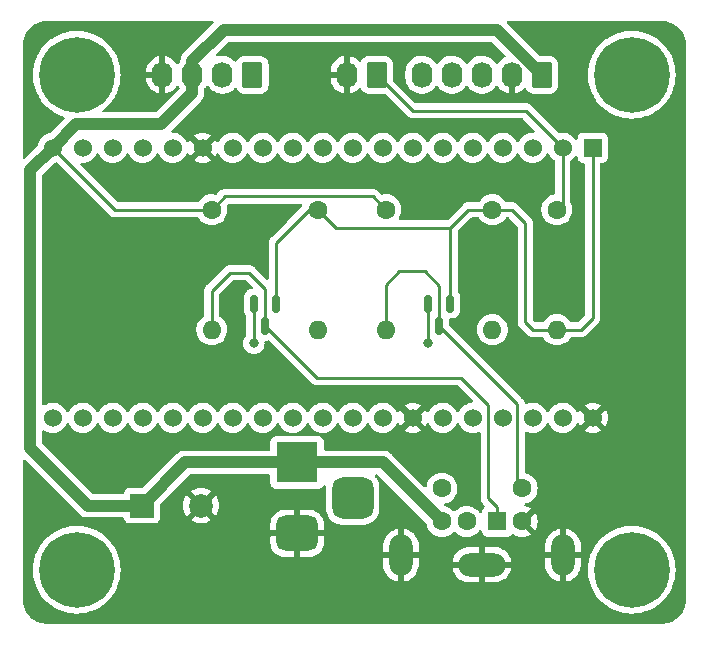
<source format=gbr>
%TF.GenerationSoftware,KiCad,Pcbnew,(6.0.7)*%
%TF.CreationDate,2024-08-27T11:09:32+08:00*%
%TF.ProjectId,KiCad_Esp32_LotNoDisplay,4b694361-645f-4457-9370-33325f4c6f74,rev?*%
%TF.SameCoordinates,Original*%
%TF.FileFunction,Copper,L1,Top*%
%TF.FilePolarity,Positive*%
%FSLAX46Y46*%
G04 Gerber Fmt 4.6, Leading zero omitted, Abs format (unit mm)*
G04 Created by KiCad (PCBNEW (6.0.7)) date 2024-08-27 11:09:32*
%MOMM*%
%LPD*%
G01*
G04 APERTURE LIST*
G04 Aperture macros list*
%AMRoundRect*
0 Rectangle with rounded corners*
0 $1 Rounding radius*
0 $2 $3 $4 $5 $6 $7 $8 $9 X,Y pos of 4 corners*
0 Add a 4 corners polygon primitive as box body*
4,1,4,$2,$3,$4,$5,$6,$7,$8,$9,$2,$3,0*
0 Add four circle primitives for the rounded corners*
1,1,$1+$1,$2,$3*
1,1,$1+$1,$4,$5*
1,1,$1+$1,$6,$7*
1,1,$1+$1,$8,$9*
0 Add four rect primitives between the rounded corners*
20,1,$1+$1,$2,$3,$4,$5,0*
20,1,$1+$1,$4,$5,$6,$7,0*
20,1,$1+$1,$6,$7,$8,$9,0*
20,1,$1+$1,$8,$9,$2,$3,0*%
G04 Aperture macros list end*
%TA.AperFunction,ComponentPad*%
%ADD10O,1.740000X2.190000*%
%TD*%
%TA.AperFunction,ComponentPad*%
%ADD11RoundRect,0.250000X0.620000X0.845000X-0.620000X0.845000X-0.620000X-0.845000X0.620000X-0.845000X0*%
%TD*%
%TA.AperFunction,ComponentPad*%
%ADD12C,1.530000*%
%TD*%
%TA.AperFunction,ComponentPad*%
%ADD13R,1.530000X1.530000*%
%TD*%
%TA.AperFunction,ComponentPad*%
%ADD14C,0.800000*%
%TD*%
%TA.AperFunction,ComponentPad*%
%ADD15C,6.400000*%
%TD*%
%TA.AperFunction,ComponentPad*%
%ADD16C,1.600000*%
%TD*%
%TA.AperFunction,ComponentPad*%
%ADD17O,1.600000X1.600000*%
%TD*%
%TA.AperFunction,ComponentPad*%
%ADD18RoundRect,0.875000X0.875000X-0.875000X0.875000X0.875000X-0.875000X0.875000X-0.875000X-0.875000X0*%
%TD*%
%TA.AperFunction,ComponentPad*%
%ADD19RoundRect,0.750000X1.000000X-0.750000X1.000000X0.750000X-1.000000X0.750000X-1.000000X-0.750000X0*%
%TD*%
%TA.AperFunction,ComponentPad*%
%ADD20R,3.500000X3.500000*%
%TD*%
%TA.AperFunction,SMDPad,CuDef*%
%ADD21RoundRect,0.150000X-0.150000X0.587500X-0.150000X-0.587500X0.150000X-0.587500X0.150000X0.587500X0*%
%TD*%
%TA.AperFunction,ComponentPad*%
%ADD22R,1.600000X1.600000*%
%TD*%
%TA.AperFunction,ComponentPad*%
%ADD23O,4.000000X2.000000*%
%TD*%
%TA.AperFunction,ComponentPad*%
%ADD24O,2.000000X3.500000*%
%TD*%
%TA.AperFunction,ComponentPad*%
%ADD25C,2.000000*%
%TD*%
%TA.AperFunction,ComponentPad*%
%ADD26R,2.000000X2.000000*%
%TD*%
%TA.AperFunction,ViaPad*%
%ADD27C,0.800000*%
%TD*%
%TA.AperFunction,Conductor*%
%ADD28C,0.250000*%
%TD*%
%TA.AperFunction,Conductor*%
%ADD29C,1.000000*%
%TD*%
G04 APERTURE END LIST*
D10*
%TO.P,J5,4,Pin_4*%
%TO.N,GND*%
X32639000Y-30480000D03*
%TO.P,J5,3,Pin_3*%
%TO.N,+5V*%
X35179000Y-30480000D03*
%TO.P,J5,2,Pin_2*%
%TO.N,SDA*%
X37719000Y-30480000D03*
D11*
%TO.P,J5,1,Pin_1*%
%TO.N,SCL*%
X40259000Y-30480000D03*
%TD*%
D12*
%TO.P,U2,38,GND3*%
%TO.N,GND*%
X69085475Y-59518806D03*
%TO.P,U2,37,IO23*%
%TO.N,DIN*%
X66545475Y-59518806D03*
%TO.P,U2,36,IO22*%
%TO.N,SCL*%
X64005475Y-59518806D03*
%TO.P,U2,35,TXD0*%
%TO.N,unconnected-(U2-Pad35)*%
X61465475Y-59518806D03*
%TO.P,U2,34,RXD0*%
%TO.N,unconnected-(U2-Pad34)*%
X58925475Y-59518806D03*
%TO.P,U2,33,IO21*%
%TO.N,SDA*%
X56385475Y-59518806D03*
%TO.P,U2,32,GND2*%
%TO.N,GND*%
X53845475Y-59518806D03*
%TO.P,U2,31,IO19*%
%TO.N,unconnected-(U2-Pad31)*%
X51305475Y-59518806D03*
%TO.P,U2,30,IO18*%
%TO.N,CLK*%
X48765475Y-59518806D03*
%TO.P,U2,29,IO5*%
%TO.N,CS*%
X46225475Y-59518806D03*
%TO.P,U2,28,IO17*%
%TO.N,unconnected-(U2-Pad28)*%
X43685475Y-59518806D03*
%TO.P,U2,27,IO16*%
%TO.N,unconnected-(U2-Pad27)*%
X41145475Y-59518806D03*
%TO.P,U2,26,IO4*%
%TO.N,unconnected-(U2-Pad26)*%
X38605475Y-59518806D03*
%TO.P,U2,25,IO0*%
%TO.N,unconnected-(U2-Pad25)*%
X36065475Y-59518806D03*
%TO.P,U2,24,IO2*%
%TO.N,unconnected-(U2-Pad24)*%
X33525475Y-59518806D03*
%TO.P,U2,23,IO15*%
%TO.N,unconnected-(U2-Pad23)*%
X30985475Y-59518806D03*
%TO.P,U2,22,SD1*%
%TO.N,unconnected-(U2-Pad22)*%
X28445475Y-59518806D03*
%TO.P,U2,21,SD0*%
%TO.N,unconnected-(U2-Pad21)*%
X25905475Y-59518806D03*
%TO.P,U2,20,CLK*%
%TO.N,unconnected-(U2-Pad20)*%
X23365475Y-59518806D03*
%TO.P,U2,19,EXT_5V*%
%TO.N,+5V*%
X23355475Y-36658806D03*
%TO.P,U2,18,CMD*%
%TO.N,unconnected-(U2-Pad18)*%
X25895475Y-36658806D03*
%TO.P,U2,17,SD3*%
%TO.N,unconnected-(U2-Pad17)*%
X28435475Y-36658806D03*
%TO.P,U2,16,SD2*%
%TO.N,unconnected-(U2-Pad16)*%
X30975475Y-36658806D03*
%TO.P,U2,15,IO13*%
%TO.N,unconnected-(U2-Pad15)*%
X33515475Y-36658806D03*
%TO.P,U2,14,GND1*%
%TO.N,GND*%
X36055475Y-36658806D03*
%TO.P,U2,13,IO12*%
%TO.N,unconnected-(U2-Pad13)*%
X38595475Y-36658806D03*
%TO.P,U2,12,IO14*%
%TO.N,unconnected-(U2-Pad12)*%
X41135475Y-36658806D03*
%TO.P,U2,11,IO27*%
%TO.N,unconnected-(U2-Pad11)*%
X43675475Y-36658806D03*
%TO.P,U2,10,IO26*%
%TO.N,unconnected-(U2-Pad10)*%
X46215475Y-36658806D03*
%TO.P,U2,9,IO25*%
%TO.N,unconnected-(U2-Pad9)*%
X48755475Y-36658806D03*
%TO.P,U2,8,IO33*%
%TO.N,unconnected-(U2-Pad8)*%
X51295475Y-36658806D03*
%TO.P,U2,7,IO32*%
%TO.N,unconnected-(U2-Pad7)*%
X53835475Y-36658806D03*
%TO.P,U2,6,IO35*%
%TO.N,unconnected-(U2-Pad6)*%
X56375475Y-36658806D03*
%TO.P,U2,5,IO34*%
%TO.N,unconnected-(U2-Pad5)*%
X58915475Y-36658806D03*
%TO.P,U2,4,IO39*%
%TO.N,PS2-CLK*%
X61455475Y-36658806D03*
%TO.P,U2,3,IO36*%
%TO.N,PS2-Data*%
X63995475Y-36658806D03*
%TO.P,U2,2,EN*%
%TO.N,EN*%
X66535475Y-36658806D03*
D13*
%TO.P,U2,1,3V3*%
%TO.N,+3.3V*%
X69075475Y-36658806D03*
%TD*%
D14*
%TO.P,H2,1*%
%TO.N,N/C*%
X72390000Y-28080000D03*
X74087056Y-32177056D03*
X74087056Y-28782944D03*
X74790000Y-30480000D03*
D15*
X72390000Y-30480000D03*
D14*
X72390000Y-32880000D03*
X70692944Y-28782944D03*
X70692944Y-32177056D03*
X69990000Y-30480000D03*
%TD*%
%TO.P,H4,1*%
%TO.N,N/C*%
X23000000Y-72390000D03*
X23702944Y-74087056D03*
X23702944Y-70692944D03*
X25400000Y-74790000D03*
D15*
X25400000Y-72390000D03*
D14*
X27800000Y-72390000D03*
X27097056Y-70692944D03*
X27097056Y-74087056D03*
X25400000Y-69990000D03*
%TD*%
%TO.P,H3,1*%
%TO.N,N/C*%
X69990000Y-72390000D03*
X70692944Y-74087056D03*
X70692944Y-70692944D03*
X72390000Y-74790000D03*
D15*
X72390000Y-72390000D03*
D14*
X74790000Y-72390000D03*
X74087056Y-70692944D03*
X74087056Y-74087056D03*
X72390000Y-69990000D03*
%TD*%
D11*
%TO.P,J2,1,Pin_1*%
%TO.N,+5V*%
X64770000Y-30480000D03*
D10*
%TO.P,J2,2,Pin_2*%
%TO.N,GND*%
X62230000Y-30480000D03*
%TO.P,J2,3,Pin_3*%
%TO.N,DIN*%
X59690000Y-30480000D03*
%TO.P,J2,4,Pin_4*%
%TO.N,CS*%
X57150000Y-30480000D03*
%TO.P,J2,5,Pin_5*%
%TO.N,CLK*%
X54610000Y-30480000D03*
%TD*%
D16*
%TO.P,R8,1*%
%TO.N,EN*%
X66040000Y-41910000D03*
D17*
%TO.P,R8,2*%
%TO.N,+3.3V*%
X66040000Y-52070000D03*
%TD*%
%TO.P,R5,2*%
%TO.N,PS2-Data*%
X45853332Y-52070000D03*
D16*
%TO.P,R5,1*%
%TO.N,+3.3V*%
X45853332Y-41910000D03*
%TD*%
D17*
%TO.P,R4,2*%
%TO.N,Net-(J1-Pad1)*%
X36830000Y-52070000D03*
D16*
%TO.P,R4,1*%
%TO.N,+5V*%
X36830000Y-41910000D03*
%TD*%
D17*
%TO.P,R3,2*%
%TO.N,PS2-CLK*%
X60591662Y-52070000D03*
D16*
%TO.P,R3,1*%
%TO.N,+3.3V*%
X60591662Y-41910000D03*
%TD*%
%TO.P,R2,1*%
%TO.N,+5V*%
X51568330Y-41910000D03*
D17*
%TO.P,R2,2*%
%TO.N,Net-(J1-Pad5)*%
X51568330Y-52070000D03*
%TD*%
D18*
%TO.P,J3,3*%
%TO.N,N/C*%
X48758870Y-66311280D03*
D19*
%TO.P,J3,2,Pin_2*%
%TO.N,GND*%
X44058870Y-69311280D03*
D20*
%TO.P,J3,1,Pin_1*%
%TO.N,+5V*%
X44058870Y-63311280D03*
%TD*%
D21*
%TO.P,Q2,3,D*%
%TO.N,Net-(J1-Pad1)*%
X41341666Y-51737500D03*
%TO.P,Q2,2,S*%
%TO.N,PS2-Data*%
X40391666Y-49862500D03*
%TO.P,Q2,1,G*%
%TO.N,+3.3V*%
X42291666Y-49862500D03*
%TD*%
%TO.P,Q1,3,D*%
%TO.N,Net-(J1-Pad5)*%
X56079996Y-51737500D03*
%TO.P,Q1,2,S*%
%TO.N,PS2-CLK*%
X55129996Y-49862500D03*
%TO.P,Q1,1,G*%
%TO.N,+3.3V*%
X57029996Y-49862500D03*
%TD*%
D11*
%TO.P,J4,1,Pin_1*%
%TO.N,EN*%
X50800000Y-30480000D03*
D10*
%TO.P,J4,2,Pin_2*%
%TO.N,GND*%
X48260000Y-30480000D03*
%TD*%
D22*
%TO.P,J1,1,Data*%
%TO.N,Net-(J1-Pad1)*%
X61007541Y-68302941D03*
D16*
%TO.P,J1,2*%
%TO.N,unconnected-(J1-Pad2)*%
X58407541Y-68302941D03*
%TO.P,J1,3,GND*%
%TO.N,GND*%
X63107541Y-68302941D03*
%TO.P,J1,4,+5V*%
%TO.N,+5V*%
X56307541Y-68302941D03*
%TO.P,J1,5,CLK*%
%TO.N,Net-(J1-Pad5)*%
X63107541Y-65502941D03*
%TO.P,J1,6*%
%TO.N,unconnected-(J1-Pad6)*%
X56307541Y-65502941D03*
D23*
%TO.P,J1,7,GND*%
%TO.N,GND*%
X59707541Y-71952941D03*
D24*
X66557541Y-71152941D03*
X52857541Y-71152941D03*
%TD*%
D14*
%TO.P,H1,1*%
%TO.N,N/C*%
X25400000Y-28080000D03*
X27097056Y-32177056D03*
X27097056Y-28782944D03*
X27800000Y-30480000D03*
D15*
X25400000Y-30480000D03*
D14*
X25400000Y-32880000D03*
X23702944Y-28782944D03*
X23702944Y-32177056D03*
X23000000Y-30480000D03*
%TD*%
D25*
%TO.P,C1,2*%
%TO.N,GND*%
X35927924Y-66955043D03*
D26*
%TO.P,C1,1*%
%TO.N,+5V*%
X30927924Y-66955043D03*
%TD*%
D27*
%TO.N,PS2-CLK*%
X55118000Y-53213000D03*
%TO.N,PS2-Data*%
X40386000Y-53213000D03*
%TD*%
D28*
%TO.N,Net-(J1-Pad1)*%
X45738166Y-56134000D02*
X41341666Y-51737500D01*
X57912000Y-56134000D02*
X45738166Y-56134000D01*
X60223526Y-66319526D02*
X60223526Y-58445526D01*
X61007541Y-67103541D02*
X60223526Y-66319526D01*
X60223526Y-58445526D02*
X57912000Y-56134000D01*
X61007541Y-68302941D02*
X61007541Y-67103541D01*
D29*
%TO.N,+5V*%
X32496529Y-34686471D02*
X35179000Y-32004000D01*
X35179000Y-32004000D02*
X35179000Y-30480000D01*
X23355475Y-36658806D02*
X25327810Y-34686471D01*
X25327810Y-34686471D02*
X32496529Y-34686471D01*
X37846000Y-26670000D02*
X60960000Y-26670000D01*
X60960000Y-26670000D02*
X64770000Y-30480000D01*
X35179000Y-29337000D02*
X37846000Y-26670000D01*
X35179000Y-30480000D02*
X35179000Y-29337000D01*
D28*
%TO.N,PS2-CLK*%
X55129996Y-53201004D02*
X55118000Y-53213000D01*
X55129996Y-49862500D02*
X55129996Y-53201004D01*
%TO.N,PS2-Data*%
X40391666Y-49862500D02*
X40391666Y-53207334D01*
X40391666Y-53207334D02*
X40386000Y-53213000D01*
%TO.N,Net-(J1-Pad5)*%
X62714041Y-58371545D02*
X56079996Y-51737500D01*
X62714041Y-65109441D02*
X62714041Y-58371545D01*
X63107541Y-65502941D02*
X62714041Y-65109441D01*
%TO.N,EN*%
X63404669Y-33528000D02*
X66535475Y-36658806D01*
X53848000Y-33528000D02*
X63404669Y-33528000D01*
X50800000Y-30480000D02*
X53848000Y-33528000D01*
%TO.N,+3.3V*%
X47377332Y-43434000D02*
X57023000Y-43434000D01*
X45853332Y-41910000D02*
X47377332Y-43434000D01*
X57023000Y-43434000D02*
X58547000Y-41910000D01*
%TO.N,Net-(J1-Pad1)*%
X36830000Y-48768000D02*
X36830000Y-52070000D01*
X38354000Y-47244000D02*
X36830000Y-48768000D01*
X40005000Y-47244000D02*
X38354000Y-47244000D01*
X41341666Y-48580666D02*
X40005000Y-47244000D01*
X41341666Y-51737500D02*
X41341666Y-48580666D01*
%TO.N,Net-(J1-Pad5)*%
X54864000Y-47117000D02*
X52705000Y-47117000D01*
X56079996Y-48332996D02*
X54864000Y-47117000D01*
X52705000Y-47117000D02*
X51568330Y-48253670D01*
X56079996Y-51737500D02*
X56079996Y-48332996D01*
X51568330Y-48253670D02*
X51568330Y-52070000D01*
%TO.N,+3.3V*%
X68072000Y-52070000D02*
X69075475Y-51066525D01*
X69075475Y-51066525D02*
X69075475Y-36658806D01*
X66040000Y-52070000D02*
X68072000Y-52070000D01*
X64008000Y-52070000D02*
X66040000Y-52070000D01*
X63373000Y-43053000D02*
X63373000Y-51435000D01*
X62230000Y-41910000D02*
X63373000Y-43053000D01*
X60591662Y-41910000D02*
X62230000Y-41910000D01*
X63373000Y-51435000D02*
X64008000Y-52070000D01*
X58547000Y-41910000D02*
X60591662Y-41910000D01*
X57029996Y-43427004D02*
X58547000Y-41910000D01*
X57029996Y-49862500D02*
X57029996Y-43427004D01*
X42291666Y-44703334D02*
X45085000Y-41910000D01*
X45085000Y-41910000D02*
X45853332Y-41910000D01*
X42291666Y-49862500D02*
X42291666Y-44703334D01*
%TO.N,+5V*%
X50443330Y-40785000D02*
X51568330Y-41910000D01*
X36830000Y-41910000D02*
X37955000Y-40785000D01*
X37955000Y-40785000D02*
X50443330Y-40785000D01*
X28606669Y-41910000D02*
X23355475Y-36658806D01*
X36830000Y-41910000D02*
X28606669Y-41910000D01*
%TO.N,EN*%
X66535475Y-41414525D02*
X66040000Y-41910000D01*
X66535475Y-36658806D02*
X66535475Y-41414525D01*
D29*
%TO.N,+5V*%
X21452799Y-38561482D02*
X23355475Y-36658806D01*
X21452799Y-62092799D02*
X21452799Y-38561482D01*
X26315043Y-66955043D02*
X21452799Y-62092799D01*
X30927924Y-66955043D02*
X26315043Y-66955043D01*
X51315880Y-63311280D02*
X56307541Y-68302941D01*
X44058870Y-63311280D02*
X51315880Y-63311280D01*
X34571687Y-63311280D02*
X30927924Y-66955043D01*
X44058870Y-63311280D02*
X34571687Y-63311280D01*
%TD*%
%TA.AperFunction,Conductor*%
%TO.N,GND*%
G36*
X74900018Y-25910000D02*
G01*
X74914851Y-25912310D01*
X74914855Y-25912310D01*
X74923724Y-25913691D01*
X74932626Y-25912527D01*
X74932629Y-25912527D01*
X74940012Y-25911561D01*
X74964591Y-25910767D01*
X74991442Y-25912527D01*
X75186922Y-25925340D01*
X75203262Y-25927491D01*
X75321124Y-25950935D01*
X75447696Y-25976112D01*
X75463606Y-25980375D01*
X75699600Y-26060484D01*
X75714826Y-26066791D01*
X75938342Y-26177016D01*
X75952616Y-26185257D01*
X76159829Y-26323713D01*
X76172905Y-26333746D01*
X76360278Y-26498068D01*
X76371932Y-26509722D01*
X76536254Y-26697095D01*
X76546287Y-26710171D01*
X76684743Y-26917384D01*
X76692984Y-26931658D01*
X76803209Y-27155174D01*
X76809515Y-27170398D01*
X76889625Y-27406394D01*
X76893889Y-27422307D01*
X76942509Y-27666738D01*
X76944660Y-27683078D01*
X76958763Y-27898236D01*
X76957733Y-27921350D01*
X76957690Y-27924854D01*
X76956309Y-27933724D01*
X76957473Y-27942626D01*
X76957473Y-27942628D01*
X76960436Y-27965283D01*
X76961500Y-27981621D01*
X76961500Y-74880633D01*
X76960000Y-74900018D01*
X76957690Y-74914851D01*
X76957690Y-74914855D01*
X76956309Y-74923724D01*
X76957473Y-74932626D01*
X76957473Y-74932629D01*
X76958439Y-74940012D01*
X76959233Y-74964591D01*
X76944660Y-75186922D01*
X76942509Y-75203262D01*
X76893889Y-75447693D01*
X76889625Y-75463606D01*
X76855312Y-75564689D01*
X76809516Y-75699600D01*
X76803209Y-75714826D01*
X76692984Y-75938342D01*
X76684743Y-75952616D01*
X76546287Y-76159829D01*
X76536254Y-76172905D01*
X76371932Y-76360278D01*
X76360278Y-76371932D01*
X76172905Y-76536254D01*
X76159829Y-76546287D01*
X75952616Y-76684743D01*
X75938342Y-76692984D01*
X75714826Y-76803209D01*
X75699602Y-76809515D01*
X75463606Y-76889625D01*
X75447696Y-76893888D01*
X75325477Y-76918199D01*
X75203262Y-76942509D01*
X75186922Y-76944660D01*
X75038134Y-76954413D01*
X74971763Y-76958763D01*
X74948650Y-76957733D01*
X74945146Y-76957690D01*
X74936276Y-76956309D01*
X74927374Y-76957473D01*
X74927372Y-76957473D01*
X74913915Y-76959233D01*
X74904714Y-76960436D01*
X74888379Y-76961500D01*
X22909367Y-76961500D01*
X22889982Y-76960000D01*
X22875149Y-76957690D01*
X22875145Y-76957690D01*
X22866276Y-76956309D01*
X22857374Y-76957473D01*
X22857371Y-76957473D01*
X22849988Y-76958439D01*
X22825409Y-76959233D01*
X22780799Y-76956309D01*
X22603078Y-76944660D01*
X22586738Y-76942509D01*
X22464523Y-76918199D01*
X22342304Y-76893888D01*
X22326394Y-76889625D01*
X22090398Y-76809515D01*
X22075174Y-76803209D01*
X21851658Y-76692984D01*
X21837384Y-76684743D01*
X21630171Y-76546287D01*
X21617095Y-76536254D01*
X21429722Y-76371932D01*
X21418068Y-76360278D01*
X21253746Y-76172905D01*
X21243713Y-76159829D01*
X21105257Y-75952616D01*
X21097016Y-75938342D01*
X20986791Y-75714826D01*
X20980484Y-75699600D01*
X20934688Y-75564689D01*
X20900375Y-75463606D01*
X20896111Y-75447693D01*
X20847491Y-75203262D01*
X20845340Y-75186922D01*
X20831476Y-74975407D01*
X20832650Y-74952232D01*
X20832334Y-74952204D01*
X20832770Y-74947344D01*
X20833576Y-74942552D01*
X20833729Y-74930000D01*
X20829773Y-74902376D01*
X20828500Y-74884514D01*
X20828500Y-72390000D01*
X21686411Y-72390000D01*
X21706754Y-72778176D01*
X21707267Y-72781416D01*
X21707268Y-72781424D01*
X21725533Y-72896743D01*
X21767562Y-73162099D01*
X21868167Y-73537562D01*
X22007468Y-73900453D01*
X22183938Y-74246794D01*
X22395643Y-74572793D01*
X22640266Y-74874876D01*
X22915124Y-75149734D01*
X23217207Y-75394357D01*
X23543205Y-75606062D01*
X23546139Y-75607557D01*
X23546146Y-75607561D01*
X23742133Y-75707421D01*
X23889547Y-75782532D01*
X24252438Y-75921833D01*
X24627901Y-76022438D01*
X24831793Y-76054732D01*
X25008576Y-76082732D01*
X25008584Y-76082733D01*
X25011824Y-76083246D01*
X25400000Y-76103589D01*
X25788176Y-76083246D01*
X25791416Y-76082733D01*
X25791424Y-76082732D01*
X25968207Y-76054732D01*
X26172099Y-76022438D01*
X26547562Y-75921833D01*
X26910453Y-75782532D01*
X27057867Y-75707421D01*
X27253854Y-75607561D01*
X27253861Y-75607557D01*
X27256795Y-75606062D01*
X27582793Y-75394357D01*
X27884876Y-75149734D01*
X28159734Y-74874876D01*
X28404357Y-74572793D01*
X28616062Y-74246794D01*
X28792532Y-73900453D01*
X28931833Y-73537562D01*
X29032438Y-73162099D01*
X29074467Y-72896743D01*
X29092732Y-72781424D01*
X29092733Y-72781416D01*
X29093246Y-72778176D01*
X29113589Y-72390000D01*
X29093246Y-72001824D01*
X29086843Y-71961397D01*
X51349541Y-71961397D01*
X51349743Y-71966429D01*
X51363691Y-72139784D01*
X51365303Y-72149737D01*
X51420774Y-72375574D01*
X51423957Y-72385144D01*
X51514821Y-72599206D01*
X51519496Y-72608148D01*
X51643415Y-72804928D01*
X51649455Y-72813001D01*
X51803244Y-72987441D01*
X51810497Y-72994445D01*
X51990195Y-73142051D01*
X51998477Y-73147807D01*
X52199460Y-73264782D01*
X52208565Y-73269144D01*
X52425656Y-73352478D01*
X52435345Y-73355329D01*
X52585805Y-73386762D01*
X52599866Y-73385639D01*
X52603541Y-73375531D01*
X52603541Y-73373531D01*
X53111541Y-73373531D01*
X53115677Y-73387617D01*
X53128655Y-73389666D01*
X53146371Y-73387616D01*
X53156268Y-73385656D01*
X53380035Y-73322337D01*
X53389479Y-73318825D01*
X53600246Y-73220542D01*
X53609012Y-73215563D01*
X53801343Y-73084854D01*
X53809218Y-73078522D01*
X53978167Y-72918755D01*
X53984928Y-72911246D01*
X54126166Y-72726515D01*
X54131630Y-72718036D01*
X54241519Y-72513094D01*
X54245561Y-72503842D01*
X54321268Y-72283970D01*
X54323777Y-72274198D01*
X54332438Y-72224055D01*
X57220816Y-72224055D01*
X57222866Y-72241771D01*
X57224826Y-72251668D01*
X57288145Y-72475435D01*
X57291657Y-72484879D01*
X57389940Y-72695646D01*
X57394919Y-72704412D01*
X57525628Y-72896743D01*
X57531960Y-72904618D01*
X57691727Y-73073567D01*
X57699236Y-73080328D01*
X57883967Y-73221566D01*
X57892446Y-73227030D01*
X58097388Y-73336919D01*
X58106640Y-73340961D01*
X58326512Y-73416668D01*
X58336284Y-73419177D01*
X58566512Y-73458945D01*
X58574384Y-73459800D01*
X58598092Y-73460877D01*
X58600925Y-73460941D01*
X59435426Y-73460941D01*
X59450665Y-73456466D01*
X59451870Y-73455076D01*
X59453541Y-73447393D01*
X59453541Y-73442826D01*
X59961541Y-73442826D01*
X59966016Y-73458065D01*
X59967406Y-73459270D01*
X59975089Y-73460941D01*
X60765997Y-73460941D01*
X60771029Y-73460739D01*
X60944384Y-73446791D01*
X60954337Y-73445179D01*
X61180174Y-73389708D01*
X61189744Y-73386525D01*
X61403806Y-73295661D01*
X61412748Y-73290986D01*
X61609528Y-73167067D01*
X61617601Y-73161027D01*
X61792041Y-73007238D01*
X61799045Y-72999985D01*
X61946651Y-72820287D01*
X61952407Y-72812005D01*
X62069382Y-72611022D01*
X62073744Y-72601917D01*
X62157078Y-72384826D01*
X62159929Y-72375137D01*
X62191362Y-72224677D01*
X62190239Y-72210616D01*
X62180131Y-72206941D01*
X59979656Y-72206941D01*
X59964417Y-72211416D01*
X59963212Y-72212806D01*
X59961541Y-72220489D01*
X59961541Y-73442826D01*
X59453541Y-73442826D01*
X59453541Y-72225056D01*
X59449066Y-72209817D01*
X59447676Y-72208612D01*
X59439993Y-72206941D01*
X57236951Y-72206941D01*
X57222865Y-72211077D01*
X57220816Y-72224055D01*
X54332438Y-72224055D01*
X54363545Y-72043970D01*
X54364400Y-72036098D01*
X54365477Y-72012390D01*
X54365541Y-72009557D01*
X54365541Y-71961397D01*
X65049541Y-71961397D01*
X65049743Y-71966429D01*
X65063691Y-72139784D01*
X65065303Y-72149737D01*
X65120774Y-72375574D01*
X65123957Y-72385144D01*
X65214821Y-72599206D01*
X65219496Y-72608148D01*
X65343415Y-72804928D01*
X65349455Y-72813001D01*
X65503244Y-72987441D01*
X65510497Y-72994445D01*
X65690195Y-73142051D01*
X65698477Y-73147807D01*
X65899460Y-73264782D01*
X65908565Y-73269144D01*
X66125656Y-73352478D01*
X66135345Y-73355329D01*
X66285805Y-73386762D01*
X66299866Y-73385639D01*
X66303541Y-73375531D01*
X66303541Y-73373531D01*
X66811541Y-73373531D01*
X66815677Y-73387617D01*
X66828655Y-73389666D01*
X66846371Y-73387616D01*
X66856268Y-73385656D01*
X67080035Y-73322337D01*
X67089479Y-73318825D01*
X67300246Y-73220542D01*
X67309012Y-73215563D01*
X67501343Y-73084854D01*
X67509218Y-73078522D01*
X67678167Y-72918755D01*
X67684928Y-72911246D01*
X67826166Y-72726515D01*
X67831630Y-72718036D01*
X67941519Y-72513094D01*
X67945561Y-72503842D01*
X67984759Y-72390000D01*
X68676411Y-72390000D01*
X68696754Y-72778176D01*
X68697267Y-72781416D01*
X68697268Y-72781424D01*
X68715533Y-72896743D01*
X68757562Y-73162099D01*
X68858167Y-73537562D01*
X68997468Y-73900453D01*
X69173938Y-74246794D01*
X69385643Y-74572793D01*
X69630266Y-74874876D01*
X69905124Y-75149734D01*
X70207207Y-75394357D01*
X70533205Y-75606062D01*
X70536139Y-75607557D01*
X70536146Y-75607561D01*
X70732133Y-75707421D01*
X70879547Y-75782532D01*
X71242438Y-75921833D01*
X71617901Y-76022438D01*
X71821793Y-76054732D01*
X71998576Y-76082732D01*
X71998584Y-76082733D01*
X72001824Y-76083246D01*
X72390000Y-76103589D01*
X72778176Y-76083246D01*
X72781416Y-76082733D01*
X72781424Y-76082732D01*
X72958207Y-76054732D01*
X73162099Y-76022438D01*
X73537562Y-75921833D01*
X73900453Y-75782532D01*
X74047867Y-75707421D01*
X74243854Y-75607561D01*
X74243861Y-75607557D01*
X74246795Y-75606062D01*
X74572793Y-75394357D01*
X74874876Y-75149734D01*
X75149734Y-74874876D01*
X75394357Y-74572793D01*
X75606062Y-74246794D01*
X75782532Y-73900453D01*
X75921833Y-73537562D01*
X76022438Y-73162099D01*
X76064467Y-72896743D01*
X76082732Y-72781424D01*
X76082733Y-72781416D01*
X76083246Y-72778176D01*
X76103589Y-72390000D01*
X76083246Y-72001824D01*
X76022438Y-71617901D01*
X75921833Y-71242438D01*
X75888359Y-71155234D01*
X75792647Y-70905897D01*
X75782532Y-70879547D01*
X75680273Y-70678852D01*
X75607561Y-70536147D01*
X75607557Y-70536140D01*
X75606062Y-70533206D01*
X75597069Y-70519357D01*
X75396152Y-70209971D01*
X75396152Y-70209970D01*
X75394357Y-70207207D01*
X75252221Y-70031684D01*
X75151809Y-69907686D01*
X75151806Y-69907682D01*
X75149734Y-69905124D01*
X74874876Y-69630266D01*
X74857802Y-69616439D01*
X74612708Y-69417966D01*
X74572793Y-69385643D01*
X74459851Y-69312298D01*
X74249564Y-69175736D01*
X74249561Y-69175734D01*
X74246795Y-69173938D01*
X74243861Y-69172443D01*
X74243854Y-69172439D01*
X73903393Y-68998966D01*
X73900453Y-68997468D01*
X73537562Y-68858167D01*
X73162099Y-68757562D01*
X72958207Y-68725268D01*
X72781424Y-68697268D01*
X72781416Y-68697267D01*
X72778176Y-68696754D01*
X72390000Y-68676411D01*
X72001824Y-68696754D01*
X71998584Y-68697267D01*
X71998576Y-68697268D01*
X71821793Y-68725268D01*
X71617901Y-68757562D01*
X71242438Y-68858167D01*
X70879547Y-68997468D01*
X70876607Y-68998966D01*
X70536147Y-69172439D01*
X70536140Y-69172443D01*
X70533206Y-69173938D01*
X70530440Y-69175734D01*
X70530437Y-69175736D01*
X70275585Y-69341238D01*
X70207207Y-69385643D01*
X70167292Y-69417966D01*
X69922199Y-69616439D01*
X69905124Y-69630266D01*
X69630266Y-69905124D01*
X69628194Y-69907682D01*
X69628191Y-69907686D01*
X69527779Y-70031684D01*
X69385643Y-70207207D01*
X69383848Y-70209970D01*
X69383848Y-70209971D01*
X69182932Y-70519357D01*
X69173938Y-70533206D01*
X69172443Y-70536140D01*
X69172439Y-70536147D01*
X69099727Y-70678852D01*
X68997468Y-70879547D01*
X68987353Y-70905897D01*
X68891642Y-71155234D01*
X68858167Y-71242438D01*
X68757562Y-71617901D01*
X68696754Y-72001824D01*
X68676411Y-72390000D01*
X67984759Y-72390000D01*
X68021268Y-72283970D01*
X68023777Y-72274198D01*
X68063545Y-72043970D01*
X68064400Y-72036098D01*
X68065477Y-72012390D01*
X68065541Y-72009557D01*
X68065541Y-71425056D01*
X68061066Y-71409817D01*
X68059676Y-71408612D01*
X68051993Y-71406941D01*
X66829656Y-71406941D01*
X66814417Y-71411416D01*
X66813212Y-71412806D01*
X66811541Y-71420489D01*
X66811541Y-73373531D01*
X66303541Y-73373531D01*
X66303541Y-71425056D01*
X66299066Y-71409817D01*
X66297676Y-71408612D01*
X66289993Y-71406941D01*
X65067656Y-71406941D01*
X65052417Y-71411416D01*
X65051212Y-71412806D01*
X65049541Y-71420489D01*
X65049541Y-71961397D01*
X54365541Y-71961397D01*
X54365541Y-71681205D01*
X57223720Y-71681205D01*
X57224843Y-71695266D01*
X57234951Y-71698941D01*
X59435426Y-71698941D01*
X59450665Y-71694466D01*
X59451870Y-71693076D01*
X59453541Y-71685393D01*
X59453541Y-71680826D01*
X59961541Y-71680826D01*
X59966016Y-71696065D01*
X59967406Y-71697270D01*
X59975089Y-71698941D01*
X62178131Y-71698941D01*
X62192217Y-71694805D01*
X62194266Y-71681827D01*
X62192216Y-71664111D01*
X62190256Y-71654214D01*
X62126937Y-71430447D01*
X62123425Y-71421003D01*
X62025142Y-71210236D01*
X62020163Y-71201470D01*
X61889454Y-71009139D01*
X61883122Y-71001264D01*
X61769230Y-70880826D01*
X65049541Y-70880826D01*
X65054016Y-70896065D01*
X65055406Y-70897270D01*
X65063089Y-70898941D01*
X66285426Y-70898941D01*
X66300665Y-70894466D01*
X66301870Y-70893076D01*
X66303541Y-70885393D01*
X66303541Y-70880826D01*
X66811541Y-70880826D01*
X66816016Y-70896065D01*
X66817406Y-70897270D01*
X66825089Y-70898941D01*
X68047426Y-70898941D01*
X68062665Y-70894466D01*
X68063870Y-70893076D01*
X68065541Y-70885393D01*
X68065541Y-70344485D01*
X68065339Y-70339453D01*
X68051391Y-70166098D01*
X68049779Y-70156145D01*
X67994308Y-69930308D01*
X67991125Y-69920738D01*
X67900261Y-69706676D01*
X67895586Y-69697734D01*
X67771667Y-69500954D01*
X67765627Y-69492881D01*
X67611838Y-69318441D01*
X67604585Y-69311437D01*
X67424887Y-69163831D01*
X67416605Y-69158075D01*
X67215622Y-69041100D01*
X67206517Y-69036738D01*
X66989426Y-68953404D01*
X66979737Y-68950553D01*
X66829277Y-68919120D01*
X66815216Y-68920243D01*
X66811541Y-68930351D01*
X66811541Y-70880826D01*
X66303541Y-70880826D01*
X66303541Y-68932351D01*
X66299405Y-68918265D01*
X66286427Y-68916216D01*
X66268711Y-68918266D01*
X66258814Y-68920226D01*
X66035047Y-68983545D01*
X66025603Y-68987057D01*
X65814836Y-69085340D01*
X65806070Y-69090319D01*
X65613739Y-69221028D01*
X65605864Y-69227360D01*
X65436915Y-69387127D01*
X65430154Y-69394636D01*
X65288916Y-69579367D01*
X65283452Y-69587846D01*
X65173563Y-69792788D01*
X65169521Y-69802040D01*
X65093814Y-70021912D01*
X65091305Y-70031684D01*
X65051537Y-70261912D01*
X65050682Y-70269784D01*
X65049605Y-70293492D01*
X65049541Y-70296325D01*
X65049541Y-70880826D01*
X61769230Y-70880826D01*
X61723355Y-70832315D01*
X61715846Y-70825554D01*
X61531115Y-70684316D01*
X61522636Y-70678852D01*
X61317694Y-70568963D01*
X61308442Y-70564921D01*
X61088570Y-70489214D01*
X61078798Y-70486705D01*
X60848570Y-70446937D01*
X60840698Y-70446082D01*
X60816990Y-70445005D01*
X60814157Y-70444941D01*
X59979656Y-70444941D01*
X59964417Y-70449416D01*
X59963212Y-70450806D01*
X59961541Y-70458489D01*
X59961541Y-71680826D01*
X59453541Y-71680826D01*
X59453541Y-70463056D01*
X59449066Y-70447817D01*
X59447676Y-70446612D01*
X59439993Y-70444941D01*
X58649085Y-70444941D01*
X58644053Y-70445143D01*
X58470698Y-70459091D01*
X58460745Y-70460703D01*
X58234908Y-70516174D01*
X58225338Y-70519357D01*
X58011276Y-70610221D01*
X58002334Y-70614896D01*
X57805554Y-70738815D01*
X57797481Y-70744855D01*
X57623041Y-70898644D01*
X57616037Y-70905897D01*
X57468431Y-71085595D01*
X57462675Y-71093877D01*
X57345700Y-71294860D01*
X57341338Y-71303965D01*
X57258004Y-71521056D01*
X57255153Y-71530745D01*
X57223720Y-71681205D01*
X54365541Y-71681205D01*
X54365541Y-71425056D01*
X54361066Y-71409817D01*
X54359676Y-71408612D01*
X54351993Y-71406941D01*
X53129656Y-71406941D01*
X53114417Y-71411416D01*
X53113212Y-71412806D01*
X53111541Y-71420489D01*
X53111541Y-73373531D01*
X52603541Y-73373531D01*
X52603541Y-71425056D01*
X52599066Y-71409817D01*
X52597676Y-71408612D01*
X52589993Y-71406941D01*
X51367656Y-71406941D01*
X51352417Y-71411416D01*
X51351212Y-71412806D01*
X51349541Y-71420489D01*
X51349541Y-71961397D01*
X29086843Y-71961397D01*
X29032438Y-71617901D01*
X28931833Y-71242438D01*
X28898359Y-71155234D01*
X28802647Y-70905897D01*
X28792532Y-70879547D01*
X28690273Y-70678852D01*
X28617561Y-70536147D01*
X28617557Y-70536140D01*
X28616062Y-70533206D01*
X28607069Y-70519357D01*
X28406152Y-70209971D01*
X28406152Y-70209970D01*
X28404357Y-70207207D01*
X28334743Y-70121241D01*
X41800871Y-70121241D01*
X41801079Y-70126351D01*
X41811952Y-70260047D01*
X41813722Y-70270600D01*
X41866837Y-70477465D01*
X41870571Y-70488011D01*
X41959380Y-70681985D01*
X41964916Y-70691692D01*
X42086673Y-70866877D01*
X42093846Y-70875456D01*
X42244694Y-71026304D01*
X42253273Y-71033477D01*
X42428458Y-71155234D01*
X42438165Y-71160770D01*
X42632139Y-71249579D01*
X42642685Y-71253313D01*
X42849549Y-71306427D01*
X42860104Y-71308198D01*
X42993800Y-71319073D01*
X42998906Y-71319280D01*
X43786755Y-71319280D01*
X43801994Y-71314805D01*
X43803199Y-71313415D01*
X43804870Y-71305732D01*
X43804870Y-71301164D01*
X44312870Y-71301164D01*
X44317345Y-71316403D01*
X44318735Y-71317608D01*
X44326418Y-71319279D01*
X45118831Y-71319279D01*
X45123941Y-71319071D01*
X45257637Y-71308198D01*
X45268190Y-71306428D01*
X45475055Y-71253313D01*
X45485601Y-71249579D01*
X45679575Y-71160770D01*
X45689282Y-71155234D01*
X45864467Y-71033477D01*
X45873046Y-71026304D01*
X46018524Y-70880826D01*
X51349541Y-70880826D01*
X51354016Y-70896065D01*
X51355406Y-70897270D01*
X51363089Y-70898941D01*
X52585426Y-70898941D01*
X52600665Y-70894466D01*
X52601870Y-70893076D01*
X52603541Y-70885393D01*
X52603541Y-70880826D01*
X53111541Y-70880826D01*
X53116016Y-70896065D01*
X53117406Y-70897270D01*
X53125089Y-70898941D01*
X54347426Y-70898941D01*
X54362665Y-70894466D01*
X54363870Y-70893076D01*
X54365541Y-70885393D01*
X54365541Y-70344485D01*
X54365339Y-70339453D01*
X54351391Y-70166098D01*
X54349779Y-70156145D01*
X54294308Y-69930308D01*
X54291125Y-69920738D01*
X54200261Y-69706676D01*
X54195586Y-69697734D01*
X54071667Y-69500954D01*
X54065627Y-69492881D01*
X53911838Y-69318441D01*
X53904585Y-69311437D01*
X53724887Y-69163831D01*
X53716605Y-69158075D01*
X53515622Y-69041100D01*
X53506517Y-69036738D01*
X53289426Y-68953404D01*
X53279737Y-68950553D01*
X53129277Y-68919120D01*
X53115216Y-68920243D01*
X53111541Y-68930351D01*
X53111541Y-70880826D01*
X52603541Y-70880826D01*
X52603541Y-68932351D01*
X52599405Y-68918265D01*
X52586427Y-68916216D01*
X52568711Y-68918266D01*
X52558814Y-68920226D01*
X52335047Y-68983545D01*
X52325603Y-68987057D01*
X52114836Y-69085340D01*
X52106070Y-69090319D01*
X51913739Y-69221028D01*
X51905864Y-69227360D01*
X51736915Y-69387127D01*
X51730154Y-69394636D01*
X51588916Y-69579367D01*
X51583452Y-69587846D01*
X51473563Y-69792788D01*
X51469521Y-69802040D01*
X51393814Y-70021912D01*
X51391305Y-70031684D01*
X51351537Y-70261912D01*
X51350682Y-70269784D01*
X51349605Y-70293492D01*
X51349541Y-70296325D01*
X51349541Y-70880826D01*
X46018524Y-70880826D01*
X46023894Y-70875456D01*
X46031067Y-70866877D01*
X46152824Y-70691692D01*
X46158360Y-70681985D01*
X46247169Y-70488011D01*
X46250903Y-70477465D01*
X46304017Y-70270601D01*
X46305788Y-70260046D01*
X46316663Y-70126350D01*
X46316870Y-70121244D01*
X46316870Y-69583395D01*
X46312395Y-69568156D01*
X46311005Y-69566951D01*
X46303322Y-69565280D01*
X44330985Y-69565280D01*
X44315746Y-69569755D01*
X44314541Y-69571145D01*
X44312870Y-69578828D01*
X44312870Y-71301164D01*
X43804870Y-71301164D01*
X43804870Y-69583395D01*
X43800395Y-69568156D01*
X43799005Y-69566951D01*
X43791322Y-69565280D01*
X41818986Y-69565280D01*
X41803747Y-69569755D01*
X41802542Y-69571145D01*
X41800871Y-69578828D01*
X41800871Y-70121241D01*
X28334743Y-70121241D01*
X28262221Y-70031684D01*
X28161809Y-69907686D01*
X28161806Y-69907682D01*
X28159734Y-69905124D01*
X27884876Y-69630266D01*
X27867802Y-69616439D01*
X27622708Y-69417966D01*
X27582793Y-69385643D01*
X27469851Y-69312298D01*
X27259564Y-69175736D01*
X27259561Y-69175734D01*
X27256795Y-69173938D01*
X27253861Y-69172443D01*
X27253854Y-69172439D01*
X26992288Y-69039165D01*
X41800870Y-69039165D01*
X41805345Y-69054404D01*
X41806735Y-69055609D01*
X41814418Y-69057280D01*
X43786755Y-69057280D01*
X43801994Y-69052805D01*
X43803199Y-69051415D01*
X43804870Y-69043732D01*
X43804870Y-69039165D01*
X44312870Y-69039165D01*
X44317345Y-69054404D01*
X44318735Y-69055609D01*
X44326418Y-69057280D01*
X46298754Y-69057280D01*
X46313993Y-69052805D01*
X46315198Y-69051415D01*
X46316869Y-69043732D01*
X46316869Y-68501319D01*
X46316661Y-68496209D01*
X46305788Y-68362513D01*
X46304018Y-68351960D01*
X46250903Y-68145095D01*
X46247169Y-68134549D01*
X46158360Y-67940575D01*
X46152824Y-67930868D01*
X46031067Y-67755683D01*
X46023894Y-67747104D01*
X45873046Y-67596256D01*
X45864467Y-67589083D01*
X45689282Y-67467326D01*
X45679575Y-67461790D01*
X45485601Y-67372981D01*
X45475055Y-67369247D01*
X45268191Y-67316133D01*
X45257636Y-67314362D01*
X45123940Y-67303487D01*
X45118834Y-67303280D01*
X44330985Y-67303280D01*
X44315746Y-67307755D01*
X44314541Y-67309145D01*
X44312870Y-67316828D01*
X44312870Y-69039165D01*
X43804870Y-69039165D01*
X43804870Y-67321396D01*
X43800395Y-67306157D01*
X43799005Y-67304952D01*
X43791322Y-67303281D01*
X42998909Y-67303281D01*
X42993799Y-67303489D01*
X42860103Y-67314362D01*
X42849550Y-67316132D01*
X42642685Y-67369247D01*
X42632139Y-67372981D01*
X42438165Y-67461790D01*
X42428458Y-67467326D01*
X42253273Y-67589083D01*
X42244694Y-67596256D01*
X42093846Y-67747104D01*
X42086673Y-67755683D01*
X41964916Y-67930868D01*
X41959380Y-67940575D01*
X41870571Y-68134549D01*
X41866837Y-68145095D01*
X41813723Y-68351959D01*
X41811952Y-68362514D01*
X41801077Y-68496210D01*
X41800870Y-68501316D01*
X41800870Y-69039165D01*
X26992288Y-69039165D01*
X26913393Y-68998966D01*
X26910453Y-68997468D01*
X26547562Y-68858167D01*
X26172099Y-68757562D01*
X25968207Y-68725268D01*
X25791424Y-68697268D01*
X25791416Y-68697267D01*
X25788176Y-68696754D01*
X25400000Y-68676411D01*
X25011824Y-68696754D01*
X25008584Y-68697267D01*
X25008576Y-68697268D01*
X24831793Y-68725268D01*
X24627901Y-68757562D01*
X24252438Y-68858167D01*
X23889547Y-68997468D01*
X23886607Y-68998966D01*
X23546147Y-69172439D01*
X23546140Y-69172443D01*
X23543206Y-69173938D01*
X23540440Y-69175734D01*
X23540437Y-69175736D01*
X23285585Y-69341238D01*
X23217207Y-69385643D01*
X23177292Y-69417966D01*
X22932199Y-69616439D01*
X22915124Y-69630266D01*
X22640266Y-69905124D01*
X22638194Y-69907682D01*
X22638191Y-69907686D01*
X22537779Y-70031684D01*
X22395643Y-70207207D01*
X22393848Y-70209970D01*
X22393848Y-70209971D01*
X22192932Y-70519357D01*
X22183938Y-70533206D01*
X22182443Y-70536140D01*
X22182439Y-70536147D01*
X22109727Y-70678852D01*
X22007468Y-70879547D01*
X21997353Y-70905897D01*
X21901642Y-71155234D01*
X21868167Y-71242438D01*
X21767562Y-71617901D01*
X21706754Y-72001824D01*
X21686411Y-72390000D01*
X20828500Y-72390000D01*
X20828500Y-63198925D01*
X20848502Y-63130804D01*
X20902158Y-63084311D01*
X20972432Y-63074207D01*
X21037012Y-63103701D01*
X21043595Y-63109830D01*
X25558188Y-67624422D01*
X25567290Y-67634565D01*
X25591011Y-67664068D01*
X25629499Y-67696363D01*
X25633118Y-67699521D01*
X25634933Y-67701167D01*
X25637118Y-67703352D01*
X25639498Y-67705307D01*
X25639508Y-67705316D01*
X25670279Y-67730592D01*
X25671294Y-67731434D01*
X25742517Y-67791197D01*
X25747191Y-67793766D01*
X25751304Y-67797145D01*
X25756741Y-67800060D01*
X25756742Y-67800061D01*
X25833090Y-67840998D01*
X25834220Y-67841611D01*
X25915830Y-67886476D01*
X25920912Y-67888088D01*
X25925606Y-67890605D01*
X26014574Y-67917805D01*
X26015602Y-67918125D01*
X26104349Y-67946278D01*
X26109645Y-67946872D01*
X26114741Y-67948430D01*
X26207300Y-67957833D01*
X26208436Y-67957954D01*
X26242051Y-67961724D01*
X26254773Y-67963151D01*
X26254777Y-67963151D01*
X26258270Y-67963543D01*
X26261797Y-67963543D01*
X26262782Y-67963598D01*
X26268462Y-67964045D01*
X26297868Y-67967032D01*
X26305380Y-67967795D01*
X26305382Y-67967795D01*
X26311505Y-67968417D01*
X26357151Y-67964102D01*
X26369010Y-67963543D01*
X29303431Y-67963543D01*
X29371552Y-67983545D01*
X29418045Y-68037201D01*
X29425467Y-68058806D01*
X29426179Y-68065359D01*
X29428951Y-68072754D01*
X29428952Y-68072757D01*
X29465982Y-68171534D01*
X29477309Y-68201748D01*
X29564663Y-68318304D01*
X29681219Y-68405658D01*
X29817608Y-68456788D01*
X29879790Y-68463543D01*
X31976058Y-68463543D01*
X32038240Y-68456788D01*
X32174629Y-68405658D01*
X32291185Y-68318304D01*
X32378539Y-68201748D01*
X32383800Y-68187713D01*
X35060084Y-68187713D01*
X35065811Y-68195363D01*
X35236966Y-68300248D01*
X35245761Y-68304730D01*
X35455912Y-68391777D01*
X35465297Y-68394826D01*
X35686478Y-68447928D01*
X35696225Y-68449471D01*
X35922994Y-68467318D01*
X35932854Y-68467318D01*
X36159623Y-68449471D01*
X36169370Y-68447928D01*
X36390551Y-68394826D01*
X36399936Y-68391777D01*
X36610087Y-68304730D01*
X36618882Y-68300248D01*
X36786369Y-68197611D01*
X36795831Y-68187153D01*
X36792048Y-68178377D01*
X35940736Y-67327065D01*
X35926792Y-67319451D01*
X35924959Y-67319582D01*
X35918344Y-67323833D01*
X35066844Y-68175333D01*
X35060084Y-68187713D01*
X32383800Y-68187713D01*
X32429669Y-68065359D01*
X32436424Y-68003177D01*
X32436424Y-66959973D01*
X34415649Y-66959973D01*
X34433496Y-67186742D01*
X34435039Y-67196489D01*
X34488141Y-67417670D01*
X34491190Y-67427055D01*
X34578237Y-67637206D01*
X34582719Y-67646001D01*
X34685356Y-67813488D01*
X34695814Y-67822950D01*
X34704590Y-67819167D01*
X35555902Y-66967855D01*
X35562280Y-66956175D01*
X36292332Y-66956175D01*
X36292463Y-66958008D01*
X36296714Y-66964623D01*
X37148214Y-67816123D01*
X37160594Y-67822883D01*
X37168244Y-67817156D01*
X37273129Y-67646001D01*
X37277611Y-67637206D01*
X37364658Y-67427055D01*
X37367707Y-67417670D01*
X37420809Y-67196489D01*
X37422352Y-67186742D01*
X37440199Y-66959973D01*
X37440199Y-66950113D01*
X37422352Y-66723344D01*
X37420809Y-66713597D01*
X37367707Y-66492416D01*
X37364658Y-66483031D01*
X37277611Y-66272880D01*
X37273129Y-66264085D01*
X37170492Y-66096598D01*
X37160034Y-66087136D01*
X37151258Y-66090919D01*
X36299946Y-66942231D01*
X36292332Y-66956175D01*
X35562280Y-66956175D01*
X35563516Y-66953911D01*
X35563385Y-66952078D01*
X35559134Y-66945463D01*
X34707634Y-66093963D01*
X34695254Y-66087203D01*
X34687604Y-66092930D01*
X34582719Y-66264085D01*
X34578237Y-66272880D01*
X34491190Y-66483031D01*
X34488141Y-66492416D01*
X34435039Y-66713597D01*
X34433496Y-66723344D01*
X34415649Y-66950113D01*
X34415649Y-66959973D01*
X32436424Y-66959973D01*
X32436424Y-66924968D01*
X32456426Y-66856847D01*
X32473329Y-66835873D01*
X33586269Y-65722933D01*
X35060017Y-65722933D01*
X35063800Y-65731709D01*
X35915112Y-66583021D01*
X35929056Y-66590635D01*
X35930889Y-66590504D01*
X35937504Y-66586253D01*
X36789004Y-65734753D01*
X36795764Y-65722373D01*
X36790037Y-65714723D01*
X36618882Y-65609838D01*
X36610087Y-65605356D01*
X36399936Y-65518309D01*
X36390551Y-65515260D01*
X36169370Y-65462158D01*
X36159623Y-65460615D01*
X35932854Y-65442768D01*
X35922994Y-65442768D01*
X35696225Y-65460615D01*
X35686478Y-65462158D01*
X35465297Y-65515260D01*
X35455912Y-65518309D01*
X35245761Y-65605356D01*
X35236966Y-65609838D01*
X35069479Y-65712475D01*
X35060017Y-65722933D01*
X33586269Y-65722933D01*
X34952516Y-64356685D01*
X35014828Y-64322660D01*
X35041611Y-64319780D01*
X41674370Y-64319780D01*
X41742491Y-64339782D01*
X41788984Y-64393438D01*
X41800370Y-64445780D01*
X41800370Y-65109414D01*
X41807125Y-65171596D01*
X41858255Y-65307985D01*
X41945609Y-65424541D01*
X42062165Y-65511895D01*
X42198554Y-65563025D01*
X42260736Y-65569780D01*
X45857004Y-65569780D01*
X45919186Y-65563025D01*
X46055575Y-65511895D01*
X46172131Y-65424541D01*
X46259485Y-65307985D01*
X46262634Y-65299584D01*
X46263851Y-65297362D01*
X46314110Y-65247216D01*
X46383501Y-65232203D01*
X46449993Y-65257089D01*
X46492475Y-65313973D01*
X46500370Y-65357872D01*
X46500370Y-67278644D01*
X46500461Y-67280317D01*
X46500461Y-67280332D01*
X46502022Y-67309145D01*
X46503489Y-67336237D01*
X46504326Y-67340523D01*
X46521225Y-67427055D01*
X46548490Y-67566673D01*
X46631674Y-67786232D01*
X46708994Y-67917758D01*
X46735910Y-67963543D01*
X46750661Y-67988636D01*
X46902051Y-68168099D01*
X47081514Y-68319489D01*
X47086118Y-68322195D01*
X47086120Y-68322197D01*
X47098924Y-68329724D01*
X47283918Y-68438476D01*
X47503477Y-68521660D01*
X47508709Y-68522682D01*
X47508710Y-68522682D01*
X47578203Y-68536253D01*
X47733913Y-68566661D01*
X47738271Y-68566897D01*
X47789818Y-68569689D01*
X47789833Y-68569689D01*
X47791506Y-68569780D01*
X49726234Y-68569780D01*
X49727907Y-68569689D01*
X49727922Y-68569689D01*
X49779469Y-68566897D01*
X49783827Y-68566661D01*
X49939537Y-68536253D01*
X50009030Y-68522682D01*
X50009031Y-68522682D01*
X50014263Y-68521660D01*
X50233822Y-68438476D01*
X50418816Y-68329724D01*
X50431620Y-68322197D01*
X50431622Y-68322195D01*
X50436226Y-68319489D01*
X50615689Y-68168099D01*
X50767079Y-67988636D01*
X50781831Y-67963543D01*
X50808746Y-67917758D01*
X50886066Y-67786232D01*
X50969250Y-67566673D01*
X50996516Y-67427055D01*
X51013414Y-67340523D01*
X51014251Y-67336237D01*
X51015718Y-67309145D01*
X51017279Y-67280332D01*
X51017279Y-67280317D01*
X51017370Y-67278644D01*
X51017370Y-65343916D01*
X51015749Y-65313973D01*
X51014487Y-65290681D01*
X51014251Y-65286323D01*
X50990312Y-65163740D01*
X50970272Y-65061120D01*
X50970272Y-65061119D01*
X50969250Y-65055887D01*
X50886066Y-64836328D01*
X50784261Y-64663152D01*
X50769787Y-64638530D01*
X50769785Y-64638528D01*
X50767079Y-64633924D01*
X50676901Y-64527024D01*
X50648266Y-64462058D01*
X50659300Y-64391924D01*
X50706499Y-64338889D01*
X50773210Y-64319780D01*
X50845955Y-64319780D01*
X50914076Y-64339782D01*
X50935050Y-64356685D01*
X54972423Y-68394057D01*
X55006449Y-68456369D01*
X55008849Y-68472168D01*
X55013998Y-68531028D01*
X55073257Y-68752184D01*
X55075580Y-68757165D01*
X55075580Y-68757166D01*
X55167692Y-68954703D01*
X55167695Y-68954708D01*
X55170018Y-68959690D01*
X55301343Y-69147241D01*
X55463241Y-69309139D01*
X55467749Y-69312296D01*
X55467752Y-69312298D01*
X55509083Y-69341238D01*
X55650792Y-69440464D01*
X55655774Y-69442787D01*
X55655779Y-69442790D01*
X55852306Y-69534431D01*
X55858298Y-69537225D01*
X55863606Y-69538647D01*
X55863608Y-69538648D01*
X56074139Y-69595060D01*
X56074141Y-69595060D01*
X56079454Y-69596484D01*
X56307541Y-69616439D01*
X56535628Y-69596484D01*
X56540941Y-69595060D01*
X56540943Y-69595060D01*
X56751474Y-69538648D01*
X56751476Y-69538647D01*
X56756784Y-69537225D01*
X56762776Y-69534431D01*
X56959303Y-69442790D01*
X56959308Y-69442787D01*
X56964290Y-69440464D01*
X57105999Y-69341238D01*
X57147330Y-69312298D01*
X57147333Y-69312296D01*
X57151841Y-69309139D01*
X57268446Y-69192534D01*
X57330758Y-69158508D01*
X57401573Y-69163573D01*
X57446636Y-69192534D01*
X57563241Y-69309139D01*
X57567749Y-69312296D01*
X57567752Y-69312298D01*
X57609083Y-69341238D01*
X57750792Y-69440464D01*
X57755774Y-69442787D01*
X57755779Y-69442790D01*
X57952306Y-69534431D01*
X57958298Y-69537225D01*
X57963606Y-69538647D01*
X57963608Y-69538648D01*
X58174139Y-69595060D01*
X58174141Y-69595060D01*
X58179454Y-69596484D01*
X58407541Y-69616439D01*
X58635628Y-69596484D01*
X58640941Y-69595060D01*
X58640943Y-69595060D01*
X58851474Y-69538648D01*
X58851476Y-69538647D01*
X58856784Y-69537225D01*
X58862776Y-69534431D01*
X59059303Y-69442790D01*
X59059308Y-69442787D01*
X59064290Y-69440464D01*
X59205999Y-69341238D01*
X59247330Y-69312298D01*
X59247333Y-69312296D01*
X59251841Y-69309139D01*
X59413739Y-69147241D01*
X59453597Y-69090319D01*
X59469828Y-69067138D01*
X59525285Y-69022810D01*
X59595905Y-69015501D01*
X59659265Y-69047532D01*
X59695250Y-69108733D01*
X59699041Y-69139409D01*
X59699041Y-69151075D01*
X59705796Y-69213257D01*
X59756926Y-69349646D01*
X59844280Y-69466202D01*
X59960836Y-69553556D01*
X60097225Y-69604686D01*
X60159407Y-69611441D01*
X61855675Y-69611441D01*
X61917857Y-69604686D01*
X62054246Y-69553556D01*
X62170802Y-69466202D01*
X62176185Y-69459020D01*
X62206954Y-69417966D01*
X62263814Y-69375451D01*
X62334632Y-69370427D01*
X62380050Y-69390319D01*
X62446535Y-69436872D01*
X62456030Y-69442355D01*
X62653488Y-69534431D01*
X62663780Y-69538177D01*
X62874229Y-69594566D01*
X62885022Y-69596469D01*
X63102066Y-69615458D01*
X63113016Y-69615458D01*
X63330060Y-69596469D01*
X63340853Y-69594566D01*
X63551302Y-69538177D01*
X63561594Y-69534431D01*
X63759052Y-69442355D01*
X63768547Y-69436872D01*
X63820589Y-69400432D01*
X63828965Y-69389953D01*
X63821897Y-69376507D01*
X62837426Y-68392036D01*
X62803400Y-68329724D01*
X62805235Y-68304073D01*
X63471949Y-68304073D01*
X63472080Y-68305906D01*
X63476331Y-68312521D01*
X64181828Y-69018018D01*
X64193603Y-69024448D01*
X64205618Y-69015152D01*
X64241472Y-68963947D01*
X64246955Y-68954452D01*
X64339031Y-68756994D01*
X64342777Y-68746702D01*
X64399166Y-68536253D01*
X64401069Y-68525460D01*
X64420058Y-68308416D01*
X64420058Y-68297466D01*
X64401069Y-68080422D01*
X64399166Y-68069629D01*
X64342777Y-67859180D01*
X64339031Y-67848888D01*
X64246955Y-67651430D01*
X64241472Y-67641935D01*
X64205032Y-67589893D01*
X64194553Y-67581517D01*
X64181107Y-67588585D01*
X63479563Y-68290129D01*
X63471949Y-68304073D01*
X62805235Y-68304073D01*
X62808465Y-68258909D01*
X62837426Y-68213846D01*
X63822618Y-67228654D01*
X63829048Y-67216879D01*
X63819752Y-67204864D01*
X63768547Y-67169010D01*
X63759052Y-67163527D01*
X63561594Y-67071451D01*
X63551302Y-67067705D01*
X63391576Y-67024907D01*
X63330953Y-66987955D01*
X63299932Y-66924095D01*
X63308360Y-66853600D01*
X63353563Y-66798853D01*
X63391575Y-66781493D01*
X63551477Y-66738647D01*
X63556784Y-66737225D01*
X63586552Y-66723344D01*
X63759303Y-66642790D01*
X63759308Y-66642787D01*
X63764290Y-66640464D01*
X63871337Y-66565509D01*
X63947330Y-66512298D01*
X63947333Y-66512296D01*
X63951841Y-66509139D01*
X64113739Y-66347241D01*
X64124782Y-66331471D01*
X64241907Y-66164198D01*
X64245064Y-66159690D01*
X64247387Y-66154708D01*
X64247390Y-66154703D01*
X64339502Y-65957166D01*
X64339502Y-65957165D01*
X64341825Y-65952184D01*
X64353957Y-65906909D01*
X64399660Y-65736343D01*
X64399660Y-65736341D01*
X64401084Y-65731028D01*
X64421039Y-65502941D01*
X64401084Y-65274854D01*
X64396324Y-65257089D01*
X64343248Y-65059008D01*
X64343247Y-65059006D01*
X64341825Y-65053698D01*
X64334282Y-65037521D01*
X64247390Y-64851179D01*
X64247387Y-64851174D01*
X64245064Y-64846192D01*
X64113739Y-64658641D01*
X63951841Y-64496743D01*
X63947333Y-64493586D01*
X63947330Y-64493584D01*
X63869152Y-64438843D01*
X63764290Y-64365418D01*
X63759308Y-64363095D01*
X63759303Y-64363092D01*
X63561766Y-64270980D01*
X63561765Y-64270980D01*
X63556784Y-64268657D01*
X63551476Y-64267235D01*
X63551474Y-64267234D01*
X63507371Y-64255417D01*
X63440929Y-64237614D01*
X63380307Y-64200662D01*
X63349286Y-64136802D01*
X63347541Y-64115907D01*
X63347541Y-60814939D01*
X63367543Y-60746818D01*
X63421199Y-60700325D01*
X63491473Y-60690221D01*
X63526792Y-60700745D01*
X63563261Y-60717751D01*
X63563266Y-60717753D01*
X63568248Y-60720076D01*
X63573556Y-60721498D01*
X63573558Y-60721499D01*
X63577589Y-60722579D01*
X63783489Y-60777750D01*
X64005475Y-60797171D01*
X64227461Y-60777750D01*
X64433361Y-60722579D01*
X64437392Y-60721499D01*
X64437394Y-60721498D01*
X64442702Y-60720076D01*
X64450622Y-60716383D01*
X64639671Y-60628229D01*
X64639676Y-60628226D01*
X64644658Y-60625903D01*
X64827192Y-60498090D01*
X64984759Y-60340523D01*
X65112572Y-60157988D01*
X65114895Y-60153006D01*
X65114898Y-60153001D01*
X65161280Y-60053533D01*
X65208197Y-60000248D01*
X65276474Y-59980787D01*
X65344434Y-60001329D01*
X65389670Y-60053533D01*
X65436052Y-60153001D01*
X65436055Y-60153006D01*
X65438378Y-60157988D01*
X65566191Y-60340523D01*
X65723758Y-60498090D01*
X65906292Y-60625903D01*
X65911274Y-60628226D01*
X65911279Y-60628229D01*
X66100328Y-60716383D01*
X66108248Y-60720076D01*
X66113556Y-60721498D01*
X66113558Y-60721499D01*
X66117589Y-60722579D01*
X66323489Y-60777750D01*
X66545475Y-60797171D01*
X66767461Y-60777750D01*
X66973361Y-60722579D01*
X66977392Y-60721499D01*
X66977394Y-60721498D01*
X66982702Y-60720076D01*
X66990622Y-60716383D01*
X67179671Y-60628229D01*
X67179676Y-60628226D01*
X67184658Y-60625903D01*
X67250588Y-60579738D01*
X68389098Y-60579738D01*
X68398391Y-60591751D01*
X68442044Y-60622318D01*
X68451522Y-60627790D01*
X68643437Y-60717281D01*
X68653730Y-60721027D01*
X68858261Y-60775831D01*
X68869056Y-60777734D01*
X69080000Y-60796190D01*
X69090950Y-60796190D01*
X69301894Y-60777734D01*
X69312689Y-60775831D01*
X69517220Y-60721027D01*
X69527513Y-60717281D01*
X69719428Y-60627790D01*
X69728906Y-60622318D01*
X69773395Y-60591165D01*
X69781769Y-60580689D01*
X69774701Y-60567242D01*
X69098287Y-59890828D01*
X69084343Y-59883214D01*
X69082510Y-59883345D01*
X69075895Y-59887596D01*
X68395528Y-60567963D01*
X68389098Y-60579738D01*
X67250588Y-60579738D01*
X67367192Y-60498090D01*
X67524759Y-60340523D01*
X67652572Y-60157988D01*
X67654895Y-60153006D01*
X67654898Y-60153001D01*
X67701556Y-60052941D01*
X67748473Y-59999656D01*
X67816750Y-59980195D01*
X67884710Y-60000737D01*
X67929946Y-60052941D01*
X67976487Y-60152750D01*
X67981970Y-60162245D01*
X68013115Y-60206725D01*
X68023592Y-60215100D01*
X68037039Y-60208032D01*
X68713453Y-59531618D01*
X68719831Y-59519938D01*
X69449883Y-59519938D01*
X69450014Y-59521771D01*
X69454265Y-59528386D01*
X70134632Y-60208753D01*
X70146407Y-60215183D01*
X70158422Y-60205887D01*
X70188980Y-60162245D01*
X70194463Y-60152750D01*
X70283950Y-59960843D01*
X70287696Y-59950551D01*
X70342500Y-59746020D01*
X70344403Y-59735225D01*
X70362859Y-59524281D01*
X70362859Y-59513331D01*
X70344403Y-59302387D01*
X70342500Y-59291592D01*
X70287696Y-59087061D01*
X70283950Y-59076769D01*
X70194463Y-58884862D01*
X70188980Y-58875367D01*
X70157835Y-58830887D01*
X70147358Y-58822512D01*
X70133911Y-58829580D01*
X69457497Y-59505994D01*
X69449883Y-59519938D01*
X68719831Y-59519938D01*
X68721067Y-59517674D01*
X68720936Y-59515841D01*
X68716685Y-59509226D01*
X68036318Y-58828859D01*
X68024543Y-58822429D01*
X68012528Y-58831725D01*
X67981970Y-58875367D01*
X67976487Y-58884862D01*
X67929946Y-58984671D01*
X67883029Y-59037956D01*
X67814752Y-59057417D01*
X67746792Y-59036875D01*
X67701556Y-58984671D01*
X67654898Y-58884611D01*
X67654895Y-58884606D01*
X67652572Y-58879624D01*
X67524759Y-58697089D01*
X67367192Y-58539522D01*
X67249230Y-58456923D01*
X68389181Y-58456923D01*
X68396249Y-58470370D01*
X69072663Y-59146784D01*
X69086607Y-59154398D01*
X69088440Y-59154267D01*
X69095055Y-59150016D01*
X69775422Y-58469649D01*
X69781852Y-58457874D01*
X69772559Y-58445861D01*
X69728906Y-58415294D01*
X69719428Y-58409822D01*
X69527513Y-58320331D01*
X69517220Y-58316585D01*
X69312689Y-58261781D01*
X69301894Y-58259878D01*
X69090950Y-58241422D01*
X69080000Y-58241422D01*
X68869056Y-58259878D01*
X68858261Y-58261781D01*
X68653730Y-58316585D01*
X68643438Y-58320331D01*
X68451531Y-58409818D01*
X68442036Y-58415301D01*
X68397556Y-58446446D01*
X68389181Y-58456923D01*
X67249230Y-58456923D01*
X67184658Y-58411709D01*
X67179676Y-58409386D01*
X67179671Y-58409383D01*
X66987684Y-58319859D01*
X66987683Y-58319859D01*
X66982702Y-58317536D01*
X66977394Y-58316114D01*
X66977392Y-58316113D01*
X66867729Y-58286729D01*
X66767461Y-58259862D01*
X66545475Y-58240441D01*
X66323489Y-58259862D01*
X66223221Y-58286729D01*
X66113558Y-58316113D01*
X66113556Y-58316114D01*
X66108248Y-58317536D01*
X66103267Y-58319858D01*
X66103266Y-58319859D01*
X65911280Y-58409383D01*
X65911275Y-58409386D01*
X65906293Y-58411709D01*
X65723758Y-58539522D01*
X65566191Y-58697089D01*
X65438378Y-58879624D01*
X65436055Y-58884606D01*
X65436052Y-58884611D01*
X65389670Y-58984079D01*
X65342753Y-59037364D01*
X65274476Y-59056825D01*
X65206516Y-59036283D01*
X65161280Y-58984079D01*
X65114898Y-58884611D01*
X65114895Y-58884606D01*
X65112572Y-58879624D01*
X64984759Y-58697089D01*
X64827192Y-58539522D01*
X64644658Y-58411709D01*
X64639676Y-58409386D01*
X64639671Y-58409383D01*
X64447684Y-58319859D01*
X64447683Y-58319859D01*
X64442702Y-58317536D01*
X64437394Y-58316114D01*
X64437392Y-58316113D01*
X64327729Y-58286729D01*
X64227461Y-58259862D01*
X64005475Y-58240441D01*
X63783489Y-58259862D01*
X63683221Y-58286729D01*
X63573558Y-58316113D01*
X63573556Y-58316114D01*
X63568248Y-58317536D01*
X63563266Y-58319859D01*
X63563261Y-58319861D01*
X63516355Y-58341733D01*
X63446163Y-58352394D01*
X63381351Y-58323413D01*
X63342108Y-58262684D01*
X63339060Y-58252194D01*
X63335055Y-58232851D01*
X63333509Y-58220613D01*
X63333508Y-58220611D01*
X63332515Y-58212748D01*
X63316235Y-58171631D01*
X63312400Y-58160430D01*
X63300059Y-58117951D01*
X63296026Y-58111132D01*
X63296024Y-58111127D01*
X63289748Y-58100516D01*
X63281051Y-58082766D01*
X63273593Y-58063928D01*
X63247612Y-58028168D01*
X63241094Y-58018246D01*
X63222619Y-57987005D01*
X63222615Y-57987000D01*
X63218583Y-57980182D01*
X63204259Y-57965858D01*
X63191417Y-57950823D01*
X63179513Y-57934438D01*
X63145447Y-57906256D01*
X63136668Y-57898267D01*
X57308401Y-52070000D01*
X59278164Y-52070000D01*
X59298119Y-52298087D01*
X59299543Y-52303400D01*
X59299543Y-52303402D01*
X59353343Y-52504183D01*
X59357378Y-52519243D01*
X59359701Y-52524224D01*
X59359701Y-52524225D01*
X59451813Y-52721762D01*
X59451816Y-52721767D01*
X59454139Y-52726749D01*
X59527564Y-52831611D01*
X59534450Y-52841444D01*
X59585464Y-52914300D01*
X59747362Y-53076198D01*
X59751870Y-53079355D01*
X59751873Y-53079357D01*
X59813731Y-53122670D01*
X59934913Y-53207523D01*
X59939895Y-53209846D01*
X59939900Y-53209849D01*
X60137437Y-53301961D01*
X60142419Y-53304284D01*
X60147727Y-53305706D01*
X60147729Y-53305707D01*
X60358260Y-53362119D01*
X60358262Y-53362119D01*
X60363575Y-53363543D01*
X60591662Y-53383498D01*
X60819749Y-53363543D01*
X60825062Y-53362119D01*
X60825064Y-53362119D01*
X61035595Y-53305707D01*
X61035597Y-53305706D01*
X61040905Y-53304284D01*
X61045887Y-53301961D01*
X61243424Y-53209849D01*
X61243429Y-53209846D01*
X61248411Y-53207523D01*
X61369593Y-53122670D01*
X61431451Y-53079357D01*
X61431454Y-53079355D01*
X61435962Y-53076198D01*
X61597860Y-52914300D01*
X61648875Y-52841444D01*
X61655760Y-52831611D01*
X61729185Y-52726749D01*
X61731508Y-52721767D01*
X61731511Y-52721762D01*
X61823623Y-52524225D01*
X61823623Y-52524224D01*
X61825946Y-52519243D01*
X61829982Y-52504183D01*
X61883781Y-52303402D01*
X61883781Y-52303400D01*
X61885205Y-52298087D01*
X61905160Y-52070000D01*
X61885205Y-51841913D01*
X61858599Y-51742617D01*
X61827369Y-51626067D01*
X61827368Y-51626065D01*
X61825946Y-51620757D01*
X61823623Y-51615775D01*
X61731511Y-51418238D01*
X61731508Y-51418233D01*
X61729185Y-51413251D01*
X61611143Y-51244670D01*
X61601019Y-51230211D01*
X61601017Y-51230208D01*
X61597860Y-51225700D01*
X61435962Y-51063802D01*
X61431454Y-51060645D01*
X61431451Y-51060643D01*
X61353273Y-51005902D01*
X61248411Y-50932477D01*
X61243429Y-50930154D01*
X61243424Y-50930151D01*
X61045887Y-50838039D01*
X61045886Y-50838039D01*
X61040905Y-50835716D01*
X61035597Y-50834294D01*
X61035595Y-50834293D01*
X60825064Y-50777881D01*
X60825062Y-50777881D01*
X60819749Y-50776457D01*
X60591662Y-50756502D01*
X60363575Y-50776457D01*
X60358262Y-50777881D01*
X60358260Y-50777881D01*
X60147729Y-50834293D01*
X60147727Y-50834294D01*
X60142419Y-50835716D01*
X60137438Y-50838039D01*
X60137437Y-50838039D01*
X59939900Y-50930151D01*
X59939895Y-50930154D01*
X59934913Y-50932477D01*
X59830051Y-51005902D01*
X59751873Y-51060643D01*
X59751870Y-51060645D01*
X59747362Y-51063802D01*
X59585464Y-51225700D01*
X59582307Y-51230208D01*
X59582305Y-51230211D01*
X59572181Y-51244670D01*
X59454139Y-51413251D01*
X59451816Y-51418233D01*
X59451813Y-51418238D01*
X59359701Y-51615775D01*
X59357378Y-51620757D01*
X59355956Y-51626065D01*
X59355955Y-51626067D01*
X59324725Y-51742617D01*
X59298119Y-51841913D01*
X59278164Y-52070000D01*
X57308401Y-52070000D01*
X56925401Y-51687000D01*
X56891375Y-51624688D01*
X56888496Y-51597905D01*
X56888496Y-51234500D01*
X56908498Y-51166379D01*
X56962154Y-51119886D01*
X57014496Y-51108500D01*
X57246498Y-51108500D01*
X57248946Y-51108307D01*
X57248954Y-51108307D01*
X57277417Y-51106067D01*
X57277422Y-51106066D01*
X57283827Y-51105562D01*
X57414154Y-51067699D01*
X57435984Y-51061357D01*
X57435986Y-51061356D01*
X57443597Y-51059145D01*
X57491685Y-51030706D01*
X57579976Y-50978491D01*
X57579979Y-50978489D01*
X57586803Y-50974453D01*
X57704449Y-50856807D01*
X57708485Y-50849983D01*
X57708487Y-50849980D01*
X57785104Y-50720427D01*
X57789141Y-50713601D01*
X57835558Y-50553831D01*
X57838496Y-50516502D01*
X57838496Y-49208498D01*
X57835558Y-49171169D01*
X57806524Y-49071231D01*
X57791353Y-49019012D01*
X57791352Y-49019010D01*
X57789141Y-49011399D01*
X57772103Y-48982589D01*
X57708487Y-48875020D01*
X57708485Y-48875017D01*
X57704449Y-48868193D01*
X57698840Y-48862584D01*
X57693985Y-48856325D01*
X57695492Y-48855156D01*
X57666375Y-48801833D01*
X57663496Y-48775050D01*
X57663496Y-43741598D01*
X57683498Y-43673477D01*
X57700401Y-43652503D01*
X58772499Y-42580405D01*
X58834811Y-42546379D01*
X58861594Y-42543500D01*
X59372268Y-42543500D01*
X59440389Y-42563502D01*
X59475481Y-42597229D01*
X59574305Y-42738364D01*
X59585464Y-42754300D01*
X59747362Y-42916198D01*
X59751870Y-42919355D01*
X59751873Y-42919357D01*
X59811387Y-42961029D01*
X59934913Y-43047523D01*
X59939895Y-43049846D01*
X59939900Y-43049849D01*
X60115576Y-43131767D01*
X60142419Y-43144284D01*
X60147727Y-43145706D01*
X60147729Y-43145707D01*
X60358260Y-43202119D01*
X60358262Y-43202119D01*
X60363575Y-43203543D01*
X60591662Y-43223498D01*
X60819749Y-43203543D01*
X60825062Y-43202119D01*
X60825064Y-43202119D01*
X61035595Y-43145707D01*
X61035597Y-43145706D01*
X61040905Y-43144284D01*
X61067748Y-43131767D01*
X61243424Y-43049849D01*
X61243429Y-43049846D01*
X61248411Y-43047523D01*
X61371937Y-42961029D01*
X61431451Y-42919357D01*
X61431454Y-42919355D01*
X61435962Y-42916198D01*
X61597860Y-42754300D01*
X61609019Y-42738364D01*
X61707843Y-42597229D01*
X61763300Y-42552901D01*
X61811056Y-42543500D01*
X61915405Y-42543500D01*
X61983526Y-42563502D01*
X62004501Y-42580405D01*
X62702596Y-43278501D01*
X62736621Y-43340813D01*
X62739500Y-43367596D01*
X62739500Y-51356233D01*
X62738973Y-51367416D01*
X62737298Y-51374909D01*
X62737547Y-51382835D01*
X62737547Y-51382836D01*
X62739438Y-51442986D01*
X62739500Y-51446945D01*
X62739500Y-51474856D01*
X62739997Y-51478790D01*
X62739997Y-51478791D01*
X62740005Y-51478856D01*
X62740938Y-51490693D01*
X62742327Y-51534889D01*
X62747978Y-51554339D01*
X62751987Y-51573700D01*
X62754526Y-51593797D01*
X62757445Y-51601168D01*
X62757445Y-51601170D01*
X62770804Y-51634912D01*
X62774649Y-51646142D01*
X62784771Y-51680983D01*
X62786982Y-51688593D01*
X62791015Y-51695412D01*
X62791017Y-51695417D01*
X62797293Y-51706028D01*
X62805988Y-51723776D01*
X62813448Y-51742617D01*
X62818110Y-51749033D01*
X62818110Y-51749034D01*
X62839436Y-51778387D01*
X62845952Y-51788307D01*
X62868458Y-51826362D01*
X62882779Y-51840683D01*
X62895619Y-51855716D01*
X62907528Y-51872107D01*
X62913634Y-51877158D01*
X62941605Y-51900298D01*
X62950384Y-51908288D01*
X63504343Y-52462247D01*
X63511887Y-52470537D01*
X63516000Y-52477018D01*
X63521777Y-52482443D01*
X63565667Y-52523658D01*
X63568509Y-52526413D01*
X63588231Y-52546135D01*
X63591355Y-52548558D01*
X63591359Y-52548562D01*
X63591424Y-52548612D01*
X63600445Y-52556317D01*
X63632679Y-52586586D01*
X63639627Y-52590405D01*
X63639629Y-52590407D01*
X63650432Y-52596346D01*
X63666959Y-52607202D01*
X63676698Y-52614757D01*
X63676700Y-52614758D01*
X63682960Y-52619614D01*
X63723540Y-52637174D01*
X63734188Y-52642391D01*
X63758976Y-52656018D01*
X63772940Y-52663695D01*
X63780616Y-52665666D01*
X63780619Y-52665667D01*
X63792562Y-52668733D01*
X63811267Y-52675137D01*
X63829855Y-52683181D01*
X63837678Y-52684420D01*
X63837688Y-52684423D01*
X63873524Y-52690099D01*
X63885144Y-52692505D01*
X63916959Y-52700673D01*
X63927970Y-52703500D01*
X63948224Y-52703500D01*
X63967934Y-52705051D01*
X63987943Y-52708220D01*
X63995835Y-52707474D01*
X64014580Y-52705702D01*
X64031962Y-52704059D01*
X64043819Y-52703500D01*
X64820606Y-52703500D01*
X64888727Y-52723502D01*
X64923819Y-52757229D01*
X64987188Y-52847729D01*
X65033802Y-52914300D01*
X65195700Y-53076198D01*
X65200208Y-53079355D01*
X65200211Y-53079357D01*
X65262069Y-53122670D01*
X65383251Y-53207523D01*
X65388233Y-53209846D01*
X65388238Y-53209849D01*
X65585775Y-53301961D01*
X65590757Y-53304284D01*
X65596065Y-53305706D01*
X65596067Y-53305707D01*
X65806598Y-53362119D01*
X65806600Y-53362119D01*
X65811913Y-53363543D01*
X66040000Y-53383498D01*
X66268087Y-53363543D01*
X66273400Y-53362119D01*
X66273402Y-53362119D01*
X66483933Y-53305707D01*
X66483935Y-53305706D01*
X66489243Y-53304284D01*
X66494225Y-53301961D01*
X66691762Y-53209849D01*
X66691767Y-53209846D01*
X66696749Y-53207523D01*
X66817931Y-53122670D01*
X66879789Y-53079357D01*
X66879792Y-53079355D01*
X66884300Y-53076198D01*
X67046198Y-52914300D01*
X67092812Y-52847729D01*
X67156181Y-52757229D01*
X67211638Y-52712901D01*
X67259394Y-52703500D01*
X67993233Y-52703500D01*
X68004416Y-52704027D01*
X68011909Y-52705702D01*
X68019835Y-52705453D01*
X68019836Y-52705453D01*
X68079986Y-52703562D01*
X68083945Y-52703500D01*
X68111856Y-52703500D01*
X68115791Y-52703003D01*
X68115856Y-52702995D01*
X68127693Y-52702062D01*
X68159951Y-52701048D01*
X68163970Y-52700922D01*
X68171889Y-52700673D01*
X68191343Y-52695021D01*
X68210700Y-52691013D01*
X68222930Y-52689468D01*
X68222931Y-52689468D01*
X68230797Y-52688474D01*
X68238168Y-52685555D01*
X68238170Y-52685555D01*
X68271912Y-52672196D01*
X68283142Y-52668351D01*
X68317983Y-52658229D01*
X68317984Y-52658229D01*
X68325593Y-52656018D01*
X68332412Y-52651985D01*
X68332417Y-52651983D01*
X68343028Y-52645707D01*
X68360776Y-52637012D01*
X68379617Y-52629552D01*
X68415387Y-52603564D01*
X68425307Y-52597048D01*
X68456535Y-52578580D01*
X68456538Y-52578578D01*
X68463362Y-52574542D01*
X68477683Y-52560221D01*
X68492717Y-52547380D01*
X68494431Y-52546135D01*
X68509107Y-52535472D01*
X68514157Y-52529368D01*
X68514162Y-52529363D01*
X68537293Y-52501402D01*
X68545283Y-52492621D01*
X69467733Y-51570172D01*
X69476012Y-51562638D01*
X69482493Y-51558525D01*
X69529119Y-51508873D01*
X69531873Y-51506032D01*
X69551610Y-51486295D01*
X69554090Y-51483098D01*
X69561795Y-51474076D01*
X69586634Y-51447625D01*
X69592061Y-51441846D01*
X69595880Y-51434900D01*
X69595882Y-51434897D01*
X69601823Y-51424091D01*
X69612674Y-51407572D01*
X69613034Y-51407108D01*
X69625089Y-51391566D01*
X69628234Y-51384297D01*
X69628237Y-51384293D01*
X69642649Y-51350988D01*
X69647866Y-51340338D01*
X69669170Y-51301585D01*
X69674208Y-51281962D01*
X69680612Y-51263259D01*
X69685508Y-51251945D01*
X69685508Y-51251944D01*
X69688656Y-51244670D01*
X69689895Y-51236847D01*
X69689898Y-51236837D01*
X69695574Y-51201001D01*
X69697980Y-51189381D01*
X69707003Y-51154236D01*
X69707003Y-51154235D01*
X69708975Y-51146555D01*
X69708975Y-51126301D01*
X69710526Y-51106590D01*
X69712455Y-51094411D01*
X69713695Y-51086582D01*
X69709534Y-51042563D01*
X69708975Y-51030706D01*
X69708975Y-38058306D01*
X69728977Y-37990185D01*
X69782633Y-37943692D01*
X69834975Y-37932306D01*
X69888609Y-37932306D01*
X69950791Y-37925551D01*
X70087180Y-37874421D01*
X70203736Y-37787067D01*
X70291090Y-37670511D01*
X70342220Y-37534122D01*
X70348975Y-37471940D01*
X70348975Y-35845672D01*
X70342220Y-35783490D01*
X70291090Y-35647101D01*
X70203736Y-35530545D01*
X70087180Y-35443191D01*
X69950791Y-35392061D01*
X69888609Y-35385306D01*
X68262341Y-35385306D01*
X68200159Y-35392061D01*
X68063770Y-35443191D01*
X67947214Y-35530545D01*
X67859860Y-35647101D01*
X67808730Y-35783490D01*
X67801975Y-35845672D01*
X67801975Y-35849088D01*
X67801791Y-35852486D01*
X67800576Y-35852420D01*
X67781973Y-35915775D01*
X67728317Y-35962268D01*
X67658043Y-35972372D01*
X67593463Y-35942878D01*
X67572762Y-35919925D01*
X67517918Y-35841600D01*
X67517916Y-35841597D01*
X67514759Y-35837089D01*
X67357192Y-35679522D01*
X67322899Y-35655509D01*
X67240588Y-35597874D01*
X67174658Y-35551709D01*
X67169676Y-35549386D01*
X67169671Y-35549383D01*
X66977684Y-35459859D01*
X66977683Y-35459859D01*
X66972702Y-35457536D01*
X66967394Y-35456114D01*
X66967392Y-35456113D01*
X66868705Y-35429670D01*
X66757461Y-35399862D01*
X66535475Y-35380441D01*
X66313489Y-35399862D01*
X66308179Y-35401285D01*
X66308172Y-35401286D01*
X66272509Y-35410842D01*
X66201533Y-35409152D01*
X66150804Y-35378230D01*
X63908321Y-33135747D01*
X63900781Y-33127461D01*
X63896669Y-33120982D01*
X63847017Y-33074356D01*
X63844176Y-33071602D01*
X63824439Y-33051865D01*
X63821242Y-33049385D01*
X63812220Y-33041680D01*
X63785769Y-33016841D01*
X63779990Y-33011414D01*
X63773044Y-33007595D01*
X63773041Y-33007593D01*
X63762235Y-33001652D01*
X63745716Y-32990801D01*
X63745252Y-32990441D01*
X63729710Y-32978386D01*
X63722441Y-32975241D01*
X63722437Y-32975238D01*
X63689132Y-32960826D01*
X63678482Y-32955609D01*
X63639729Y-32934305D01*
X63620106Y-32929267D01*
X63601403Y-32922863D01*
X63590089Y-32917967D01*
X63590088Y-32917967D01*
X63582814Y-32914819D01*
X63574991Y-32913580D01*
X63574981Y-32913577D01*
X63539145Y-32907901D01*
X63527525Y-32905495D01*
X63492380Y-32896472D01*
X63492379Y-32896472D01*
X63484699Y-32894500D01*
X63464445Y-32894500D01*
X63444734Y-32892949D01*
X63432555Y-32891020D01*
X63424726Y-32889780D01*
X63416834Y-32890526D01*
X63380708Y-32893941D01*
X63368850Y-32894500D01*
X54162594Y-32894500D01*
X54094473Y-32874498D01*
X54073499Y-32857595D01*
X52215405Y-30999500D01*
X52181379Y-30937188D01*
X52178500Y-30910405D01*
X52178500Y-29584600D01*
X52175722Y-29557822D01*
X52168238Y-29485692D01*
X52168237Y-29485688D01*
X52167526Y-29478834D01*
X52163665Y-29467259D01*
X52113868Y-29318002D01*
X52111550Y-29311054D01*
X52018478Y-29160652D01*
X51893303Y-29035695D01*
X51827998Y-28995440D01*
X51748968Y-28946725D01*
X51748966Y-28946724D01*
X51742738Y-28942885D01*
X51662722Y-28916345D01*
X51581389Y-28889368D01*
X51581387Y-28889368D01*
X51574861Y-28887203D01*
X51568025Y-28886503D01*
X51568022Y-28886502D01*
X51520449Y-28881628D01*
X51470400Y-28876500D01*
X50129600Y-28876500D01*
X50126354Y-28876837D01*
X50126350Y-28876837D01*
X50030692Y-28886762D01*
X50030688Y-28886763D01*
X50023834Y-28887474D01*
X50017298Y-28889655D01*
X50017296Y-28889655D01*
X49928080Y-28919420D01*
X49856054Y-28943450D01*
X49705652Y-29036522D01*
X49580695Y-29161697D01*
X49576855Y-29167927D01*
X49576854Y-29167928D01*
X49501310Y-29290483D01*
X49487885Y-29312262D01*
X49485868Y-29311018D01*
X49446463Y-29355775D01*
X49378187Y-29375239D01*
X49310226Y-29354700D01*
X49288011Y-29336215D01*
X49180076Y-29223070D01*
X49172108Y-29216021D01*
X48993048Y-29082797D01*
X48984018Y-29077198D01*
X48785069Y-28976047D01*
X48775208Y-28972044D01*
X48562071Y-28905862D01*
X48551691Y-28903580D01*
X48531957Y-28900964D01*
X48517793Y-28903160D01*
X48514000Y-28916345D01*
X48514000Y-32041627D01*
X48517973Y-32055158D01*
X48528580Y-32056683D01*
X48652188Y-32030748D01*
X48662384Y-32027688D01*
X48869952Y-31945716D01*
X48879489Y-31940982D01*
X49070285Y-31825204D01*
X49078878Y-31818938D01*
X49247441Y-31672667D01*
X49254862Y-31665035D01*
X49282173Y-31631728D01*
X49340833Y-31591734D01*
X49411803Y-31589803D01*
X49472551Y-31626548D01*
X49487804Y-31649346D01*
X49488450Y-31648946D01*
X49581522Y-31799348D01*
X49706697Y-31924305D01*
X49712927Y-31928145D01*
X49712928Y-31928146D01*
X49850090Y-32012694D01*
X49857262Y-32017115D01*
X49899815Y-32031229D01*
X50018611Y-32070632D01*
X50018613Y-32070632D01*
X50025139Y-32072797D01*
X50031975Y-32073497D01*
X50031978Y-32073498D01*
X50075031Y-32077909D01*
X50129600Y-32083500D01*
X51455406Y-32083500D01*
X51523527Y-32103502D01*
X51544501Y-32120405D01*
X52465775Y-33041680D01*
X53344348Y-33920253D01*
X53351888Y-33928539D01*
X53356000Y-33935018D01*
X53361777Y-33940443D01*
X53405651Y-33981643D01*
X53408493Y-33984398D01*
X53428230Y-34004135D01*
X53431427Y-34006615D01*
X53440447Y-34014318D01*
X53472679Y-34044586D01*
X53479625Y-34048405D01*
X53479628Y-34048407D01*
X53490434Y-34054348D01*
X53506953Y-34065199D01*
X53522959Y-34077614D01*
X53530228Y-34080759D01*
X53530232Y-34080762D01*
X53563537Y-34095174D01*
X53574187Y-34100391D01*
X53612940Y-34121695D01*
X53620615Y-34123666D01*
X53620616Y-34123666D01*
X53632562Y-34126733D01*
X53651267Y-34133137D01*
X53669855Y-34141181D01*
X53677678Y-34142420D01*
X53677688Y-34142423D01*
X53713524Y-34148099D01*
X53725144Y-34150505D01*
X53760289Y-34159528D01*
X53767970Y-34161500D01*
X53788224Y-34161500D01*
X53807934Y-34163051D01*
X53827943Y-34166220D01*
X53835835Y-34165474D01*
X53871961Y-34162059D01*
X53883819Y-34161500D01*
X63090075Y-34161500D01*
X63158196Y-34181502D01*
X63179170Y-34198405D01*
X64151483Y-35170718D01*
X64185509Y-35233030D01*
X64180444Y-35303845D01*
X64137897Y-35360681D01*
X64071377Y-35385492D01*
X64051407Y-35385334D01*
X64001790Y-35380994D01*
X63995475Y-35380441D01*
X63773489Y-35399862D01*
X63662245Y-35429670D01*
X63563558Y-35456113D01*
X63563556Y-35456114D01*
X63558248Y-35457536D01*
X63553267Y-35459858D01*
X63553266Y-35459859D01*
X63361280Y-35549383D01*
X63361275Y-35549386D01*
X63356293Y-35551709D01*
X63173758Y-35679522D01*
X63016191Y-35837089D01*
X63013034Y-35841597D01*
X63013032Y-35841600D01*
X63010181Y-35845672D01*
X62888378Y-36019624D01*
X62886055Y-36024606D01*
X62886052Y-36024611D01*
X62839670Y-36124079D01*
X62792753Y-36177364D01*
X62724476Y-36196825D01*
X62656516Y-36176283D01*
X62611280Y-36124079D01*
X62564898Y-36024611D01*
X62564895Y-36024606D01*
X62562572Y-36019624D01*
X62440769Y-35845672D01*
X62437918Y-35841600D01*
X62437916Y-35841597D01*
X62434759Y-35837089D01*
X62277192Y-35679522D01*
X62242899Y-35655509D01*
X62160588Y-35597874D01*
X62094658Y-35551709D01*
X62089676Y-35549386D01*
X62089671Y-35549383D01*
X61897684Y-35459859D01*
X61897683Y-35459859D01*
X61892702Y-35457536D01*
X61887394Y-35456114D01*
X61887392Y-35456113D01*
X61788705Y-35429670D01*
X61677461Y-35399862D01*
X61455475Y-35380441D01*
X61233489Y-35399862D01*
X61122245Y-35429670D01*
X61023558Y-35456113D01*
X61023556Y-35456114D01*
X61018248Y-35457536D01*
X61013267Y-35459858D01*
X61013266Y-35459859D01*
X60821280Y-35549383D01*
X60821275Y-35549386D01*
X60816293Y-35551709D01*
X60633758Y-35679522D01*
X60476191Y-35837089D01*
X60473034Y-35841597D01*
X60473032Y-35841600D01*
X60470181Y-35845672D01*
X60348378Y-36019624D01*
X60346055Y-36024606D01*
X60346052Y-36024611D01*
X60299670Y-36124079D01*
X60252753Y-36177364D01*
X60184476Y-36196825D01*
X60116516Y-36176283D01*
X60071280Y-36124079D01*
X60024898Y-36024611D01*
X60024895Y-36024606D01*
X60022572Y-36019624D01*
X59900769Y-35845672D01*
X59897918Y-35841600D01*
X59897916Y-35841597D01*
X59894759Y-35837089D01*
X59737192Y-35679522D01*
X59702899Y-35655509D01*
X59620588Y-35597874D01*
X59554658Y-35551709D01*
X59549676Y-35549386D01*
X59549671Y-35549383D01*
X59357684Y-35459859D01*
X59357683Y-35459859D01*
X59352702Y-35457536D01*
X59347394Y-35456114D01*
X59347392Y-35456113D01*
X59248705Y-35429670D01*
X59137461Y-35399862D01*
X58915475Y-35380441D01*
X58693489Y-35399862D01*
X58582245Y-35429670D01*
X58483558Y-35456113D01*
X58483556Y-35456114D01*
X58478248Y-35457536D01*
X58473267Y-35459858D01*
X58473266Y-35459859D01*
X58281280Y-35549383D01*
X58281275Y-35549386D01*
X58276293Y-35551709D01*
X58093758Y-35679522D01*
X57936191Y-35837089D01*
X57933034Y-35841597D01*
X57933032Y-35841600D01*
X57930181Y-35845672D01*
X57808378Y-36019624D01*
X57806055Y-36024606D01*
X57806052Y-36024611D01*
X57759670Y-36124079D01*
X57712753Y-36177364D01*
X57644476Y-36196825D01*
X57576516Y-36176283D01*
X57531280Y-36124079D01*
X57484898Y-36024611D01*
X57484895Y-36024606D01*
X57482572Y-36019624D01*
X57360769Y-35845672D01*
X57357918Y-35841600D01*
X57357916Y-35841597D01*
X57354759Y-35837089D01*
X57197192Y-35679522D01*
X57162899Y-35655509D01*
X57080588Y-35597874D01*
X57014658Y-35551709D01*
X57009676Y-35549386D01*
X57009671Y-35549383D01*
X56817684Y-35459859D01*
X56817683Y-35459859D01*
X56812702Y-35457536D01*
X56807394Y-35456114D01*
X56807392Y-35456113D01*
X56708705Y-35429670D01*
X56597461Y-35399862D01*
X56375475Y-35380441D01*
X56153489Y-35399862D01*
X56042245Y-35429670D01*
X55943558Y-35456113D01*
X55943556Y-35456114D01*
X55938248Y-35457536D01*
X55933267Y-35459858D01*
X55933266Y-35459859D01*
X55741280Y-35549383D01*
X55741275Y-35549386D01*
X55736293Y-35551709D01*
X55553758Y-35679522D01*
X55396191Y-35837089D01*
X55393034Y-35841597D01*
X55393032Y-35841600D01*
X55390181Y-35845672D01*
X55268378Y-36019624D01*
X55266055Y-36024606D01*
X55266052Y-36024611D01*
X55219670Y-36124079D01*
X55172753Y-36177364D01*
X55104476Y-36196825D01*
X55036516Y-36176283D01*
X54991280Y-36124079D01*
X54944898Y-36024611D01*
X54944895Y-36024606D01*
X54942572Y-36019624D01*
X54820769Y-35845672D01*
X54817918Y-35841600D01*
X54817916Y-35841597D01*
X54814759Y-35837089D01*
X54657192Y-35679522D01*
X54622899Y-35655509D01*
X54540588Y-35597874D01*
X54474658Y-35551709D01*
X54469676Y-35549386D01*
X54469671Y-35549383D01*
X54277684Y-35459859D01*
X54277683Y-35459859D01*
X54272702Y-35457536D01*
X54267394Y-35456114D01*
X54267392Y-35456113D01*
X54168705Y-35429670D01*
X54057461Y-35399862D01*
X53835475Y-35380441D01*
X53613489Y-35399862D01*
X53502245Y-35429670D01*
X53403558Y-35456113D01*
X53403556Y-35456114D01*
X53398248Y-35457536D01*
X53393267Y-35459858D01*
X53393266Y-35459859D01*
X53201280Y-35549383D01*
X53201275Y-35549386D01*
X53196293Y-35551709D01*
X53013758Y-35679522D01*
X52856191Y-35837089D01*
X52853034Y-35841597D01*
X52853032Y-35841600D01*
X52850181Y-35845672D01*
X52728378Y-36019624D01*
X52726055Y-36024606D01*
X52726052Y-36024611D01*
X52679670Y-36124079D01*
X52632753Y-36177364D01*
X52564476Y-36196825D01*
X52496516Y-36176283D01*
X52451280Y-36124079D01*
X52404898Y-36024611D01*
X52404895Y-36024606D01*
X52402572Y-36019624D01*
X52280769Y-35845672D01*
X52277918Y-35841600D01*
X52277916Y-35841597D01*
X52274759Y-35837089D01*
X52117192Y-35679522D01*
X52082899Y-35655509D01*
X52000588Y-35597874D01*
X51934658Y-35551709D01*
X51929676Y-35549386D01*
X51929671Y-35549383D01*
X51737684Y-35459859D01*
X51737683Y-35459859D01*
X51732702Y-35457536D01*
X51727394Y-35456114D01*
X51727392Y-35456113D01*
X51628705Y-35429670D01*
X51517461Y-35399862D01*
X51295475Y-35380441D01*
X51073489Y-35399862D01*
X50962245Y-35429670D01*
X50863558Y-35456113D01*
X50863556Y-35456114D01*
X50858248Y-35457536D01*
X50853267Y-35459858D01*
X50853266Y-35459859D01*
X50661280Y-35549383D01*
X50661275Y-35549386D01*
X50656293Y-35551709D01*
X50473758Y-35679522D01*
X50316191Y-35837089D01*
X50313034Y-35841597D01*
X50313032Y-35841600D01*
X50310181Y-35845672D01*
X50188378Y-36019624D01*
X50186055Y-36024606D01*
X50186052Y-36024611D01*
X50139670Y-36124079D01*
X50092753Y-36177364D01*
X50024476Y-36196825D01*
X49956516Y-36176283D01*
X49911280Y-36124079D01*
X49864898Y-36024611D01*
X49864895Y-36024606D01*
X49862572Y-36019624D01*
X49740769Y-35845672D01*
X49737918Y-35841600D01*
X49737916Y-35841597D01*
X49734759Y-35837089D01*
X49577192Y-35679522D01*
X49542899Y-35655509D01*
X49460588Y-35597874D01*
X49394658Y-35551709D01*
X49389676Y-35549386D01*
X49389671Y-35549383D01*
X49197684Y-35459859D01*
X49197683Y-35459859D01*
X49192702Y-35457536D01*
X49187394Y-35456114D01*
X49187392Y-35456113D01*
X49088705Y-35429670D01*
X48977461Y-35399862D01*
X48755475Y-35380441D01*
X48533489Y-35399862D01*
X48422245Y-35429670D01*
X48323558Y-35456113D01*
X48323556Y-35456114D01*
X48318248Y-35457536D01*
X48313267Y-35459858D01*
X48313266Y-35459859D01*
X48121280Y-35549383D01*
X48121275Y-35549386D01*
X48116293Y-35551709D01*
X47933758Y-35679522D01*
X47776191Y-35837089D01*
X47773034Y-35841597D01*
X47773032Y-35841600D01*
X47770181Y-35845672D01*
X47648378Y-36019624D01*
X47646055Y-36024606D01*
X47646052Y-36024611D01*
X47599670Y-36124079D01*
X47552753Y-36177364D01*
X47484476Y-36196825D01*
X47416516Y-36176283D01*
X47371280Y-36124079D01*
X47324898Y-36024611D01*
X47324895Y-36024606D01*
X47322572Y-36019624D01*
X47200769Y-35845672D01*
X47197918Y-35841600D01*
X47197916Y-35841597D01*
X47194759Y-35837089D01*
X47037192Y-35679522D01*
X47002899Y-35655509D01*
X46920588Y-35597874D01*
X46854658Y-35551709D01*
X46849676Y-35549386D01*
X46849671Y-35549383D01*
X46657684Y-35459859D01*
X46657683Y-35459859D01*
X46652702Y-35457536D01*
X46647394Y-35456114D01*
X46647392Y-35456113D01*
X46548705Y-35429670D01*
X46437461Y-35399862D01*
X46215475Y-35380441D01*
X45993489Y-35399862D01*
X45882245Y-35429670D01*
X45783558Y-35456113D01*
X45783556Y-35456114D01*
X45778248Y-35457536D01*
X45773267Y-35459858D01*
X45773266Y-35459859D01*
X45581280Y-35549383D01*
X45581275Y-35549386D01*
X45576293Y-35551709D01*
X45393758Y-35679522D01*
X45236191Y-35837089D01*
X45233034Y-35841597D01*
X45233032Y-35841600D01*
X45230181Y-35845672D01*
X45108378Y-36019624D01*
X45106055Y-36024606D01*
X45106052Y-36024611D01*
X45059670Y-36124079D01*
X45012753Y-36177364D01*
X44944476Y-36196825D01*
X44876516Y-36176283D01*
X44831280Y-36124079D01*
X44784898Y-36024611D01*
X44784895Y-36024606D01*
X44782572Y-36019624D01*
X44660769Y-35845672D01*
X44657918Y-35841600D01*
X44657916Y-35841597D01*
X44654759Y-35837089D01*
X44497192Y-35679522D01*
X44462899Y-35655509D01*
X44380588Y-35597874D01*
X44314658Y-35551709D01*
X44309676Y-35549386D01*
X44309671Y-35549383D01*
X44117684Y-35459859D01*
X44117683Y-35459859D01*
X44112702Y-35457536D01*
X44107394Y-35456114D01*
X44107392Y-35456113D01*
X44008705Y-35429670D01*
X43897461Y-35399862D01*
X43675475Y-35380441D01*
X43453489Y-35399862D01*
X43342245Y-35429670D01*
X43243558Y-35456113D01*
X43243556Y-35456114D01*
X43238248Y-35457536D01*
X43233267Y-35459858D01*
X43233266Y-35459859D01*
X43041280Y-35549383D01*
X43041275Y-35549386D01*
X43036293Y-35551709D01*
X42853758Y-35679522D01*
X42696191Y-35837089D01*
X42693034Y-35841597D01*
X42693032Y-35841600D01*
X42690181Y-35845672D01*
X42568378Y-36019624D01*
X42566055Y-36024606D01*
X42566052Y-36024611D01*
X42519670Y-36124079D01*
X42472753Y-36177364D01*
X42404476Y-36196825D01*
X42336516Y-36176283D01*
X42291280Y-36124079D01*
X42244898Y-36024611D01*
X42244895Y-36024606D01*
X42242572Y-36019624D01*
X42120769Y-35845672D01*
X42117918Y-35841600D01*
X42117916Y-35841597D01*
X42114759Y-35837089D01*
X41957192Y-35679522D01*
X41922899Y-35655509D01*
X41840588Y-35597874D01*
X41774658Y-35551709D01*
X41769676Y-35549386D01*
X41769671Y-35549383D01*
X41577684Y-35459859D01*
X41577683Y-35459859D01*
X41572702Y-35457536D01*
X41567394Y-35456114D01*
X41567392Y-35456113D01*
X41468705Y-35429670D01*
X41357461Y-35399862D01*
X41135475Y-35380441D01*
X40913489Y-35399862D01*
X40802245Y-35429670D01*
X40703558Y-35456113D01*
X40703556Y-35456114D01*
X40698248Y-35457536D01*
X40693267Y-35459858D01*
X40693266Y-35459859D01*
X40501280Y-35549383D01*
X40501275Y-35549386D01*
X40496293Y-35551709D01*
X40313758Y-35679522D01*
X40156191Y-35837089D01*
X40153034Y-35841597D01*
X40153032Y-35841600D01*
X40150181Y-35845672D01*
X40028378Y-36019624D01*
X40026055Y-36024606D01*
X40026052Y-36024611D01*
X39979670Y-36124079D01*
X39932753Y-36177364D01*
X39864476Y-36196825D01*
X39796516Y-36176283D01*
X39751280Y-36124079D01*
X39704898Y-36024611D01*
X39704895Y-36024606D01*
X39702572Y-36019624D01*
X39580769Y-35845672D01*
X39577918Y-35841600D01*
X39577916Y-35841597D01*
X39574759Y-35837089D01*
X39417192Y-35679522D01*
X39382899Y-35655509D01*
X39300588Y-35597874D01*
X39234658Y-35551709D01*
X39229676Y-35549386D01*
X39229671Y-35549383D01*
X39037684Y-35459859D01*
X39037683Y-35459859D01*
X39032702Y-35457536D01*
X39027394Y-35456114D01*
X39027392Y-35456113D01*
X38928705Y-35429670D01*
X38817461Y-35399862D01*
X38595475Y-35380441D01*
X38373489Y-35399862D01*
X38262245Y-35429670D01*
X38163558Y-35456113D01*
X38163556Y-35456114D01*
X38158248Y-35457536D01*
X38153267Y-35459858D01*
X38153266Y-35459859D01*
X37961280Y-35549383D01*
X37961275Y-35549386D01*
X37956293Y-35551709D01*
X37773758Y-35679522D01*
X37616191Y-35837089D01*
X37613034Y-35841597D01*
X37613032Y-35841600D01*
X37610181Y-35845672D01*
X37488378Y-36019624D01*
X37486055Y-36024606D01*
X37486052Y-36024611D01*
X37439394Y-36124671D01*
X37392477Y-36177956D01*
X37324200Y-36197417D01*
X37256240Y-36176875D01*
X37211004Y-36124671D01*
X37164463Y-36024862D01*
X37158980Y-36015367D01*
X37127835Y-35970887D01*
X37117358Y-35962512D01*
X37103911Y-35969580D01*
X36427497Y-36645994D01*
X36419883Y-36659938D01*
X36420014Y-36661771D01*
X36424265Y-36668386D01*
X37104632Y-37348753D01*
X37116407Y-37355183D01*
X37128422Y-37345887D01*
X37158980Y-37302245D01*
X37164463Y-37292750D01*
X37211004Y-37192941D01*
X37257921Y-37139656D01*
X37326198Y-37120195D01*
X37394158Y-37140737D01*
X37439394Y-37192941D01*
X37486052Y-37293001D01*
X37486055Y-37293006D01*
X37488378Y-37297988D01*
X37528427Y-37355183D01*
X37612560Y-37475337D01*
X37616191Y-37480523D01*
X37773758Y-37638090D01*
X37778267Y-37641247D01*
X37778269Y-37641249D01*
X37830322Y-37677697D01*
X37956292Y-37765903D01*
X37961274Y-37768226D01*
X37961279Y-37768229D01*
X38105486Y-37835473D01*
X38158248Y-37860076D01*
X38163556Y-37861498D01*
X38163558Y-37861499D01*
X38191683Y-37869035D01*
X38373489Y-37917750D01*
X38595475Y-37937171D01*
X38817461Y-37917750D01*
X38999267Y-37869035D01*
X39027392Y-37861499D01*
X39027394Y-37861498D01*
X39032702Y-37860076D01*
X39085464Y-37835473D01*
X39229671Y-37768229D01*
X39229676Y-37768226D01*
X39234658Y-37765903D01*
X39360628Y-37677697D01*
X39412681Y-37641249D01*
X39412683Y-37641247D01*
X39417192Y-37638090D01*
X39574759Y-37480523D01*
X39578391Y-37475337D01*
X39662523Y-37355183D01*
X39702572Y-37297988D01*
X39704895Y-37293006D01*
X39704898Y-37293001D01*
X39751280Y-37193533D01*
X39798197Y-37140248D01*
X39866474Y-37120787D01*
X39934434Y-37141329D01*
X39979670Y-37193533D01*
X40026052Y-37293001D01*
X40026055Y-37293006D01*
X40028378Y-37297988D01*
X40068427Y-37355183D01*
X40152560Y-37475337D01*
X40156191Y-37480523D01*
X40313758Y-37638090D01*
X40318267Y-37641247D01*
X40318269Y-37641249D01*
X40370322Y-37677697D01*
X40496292Y-37765903D01*
X40501274Y-37768226D01*
X40501279Y-37768229D01*
X40645486Y-37835473D01*
X40698248Y-37860076D01*
X40703556Y-37861498D01*
X40703558Y-37861499D01*
X40731683Y-37869035D01*
X40913489Y-37917750D01*
X41135475Y-37937171D01*
X41357461Y-37917750D01*
X41539267Y-37869035D01*
X41567392Y-37861499D01*
X41567394Y-37861498D01*
X41572702Y-37860076D01*
X41625464Y-37835473D01*
X41769671Y-37768229D01*
X41769676Y-37768226D01*
X41774658Y-37765903D01*
X41900628Y-37677697D01*
X41952681Y-37641249D01*
X41952683Y-37641247D01*
X41957192Y-37638090D01*
X42114759Y-37480523D01*
X42118391Y-37475337D01*
X42202523Y-37355183D01*
X42242572Y-37297988D01*
X42244895Y-37293006D01*
X42244898Y-37293001D01*
X42291280Y-37193533D01*
X42338197Y-37140248D01*
X42406474Y-37120787D01*
X42474434Y-37141329D01*
X42519670Y-37193533D01*
X42566052Y-37293001D01*
X42566055Y-37293006D01*
X42568378Y-37297988D01*
X42608427Y-37355183D01*
X42692560Y-37475337D01*
X42696191Y-37480523D01*
X42853758Y-37638090D01*
X42858267Y-37641247D01*
X42858269Y-37641249D01*
X42910322Y-37677697D01*
X43036292Y-37765903D01*
X43041274Y-37768226D01*
X43041279Y-37768229D01*
X43185486Y-37835473D01*
X43238248Y-37860076D01*
X43243556Y-37861498D01*
X43243558Y-37861499D01*
X43271683Y-37869035D01*
X43453489Y-37917750D01*
X43675475Y-37937171D01*
X43897461Y-37917750D01*
X44079267Y-37869035D01*
X44107392Y-37861499D01*
X44107394Y-37861498D01*
X44112702Y-37860076D01*
X44165464Y-37835473D01*
X44309671Y-37768229D01*
X44309676Y-37768226D01*
X44314658Y-37765903D01*
X44440628Y-37677697D01*
X44492681Y-37641249D01*
X44492683Y-37641247D01*
X44497192Y-37638090D01*
X44654759Y-37480523D01*
X44658391Y-37475337D01*
X44742523Y-37355183D01*
X44782572Y-37297988D01*
X44784895Y-37293006D01*
X44784898Y-37293001D01*
X44831280Y-37193533D01*
X44878197Y-37140248D01*
X44946474Y-37120787D01*
X45014434Y-37141329D01*
X45059670Y-37193533D01*
X45106052Y-37293001D01*
X45106055Y-37293006D01*
X45108378Y-37297988D01*
X45148427Y-37355183D01*
X45232560Y-37475337D01*
X45236191Y-37480523D01*
X45393758Y-37638090D01*
X45398267Y-37641247D01*
X45398269Y-37641249D01*
X45450322Y-37677697D01*
X45576292Y-37765903D01*
X45581274Y-37768226D01*
X45581279Y-37768229D01*
X45725486Y-37835473D01*
X45778248Y-37860076D01*
X45783556Y-37861498D01*
X45783558Y-37861499D01*
X45811683Y-37869035D01*
X45993489Y-37917750D01*
X46215475Y-37937171D01*
X46437461Y-37917750D01*
X46619267Y-37869035D01*
X46647392Y-37861499D01*
X46647394Y-37861498D01*
X46652702Y-37860076D01*
X46705464Y-37835473D01*
X46849671Y-37768229D01*
X46849676Y-37768226D01*
X46854658Y-37765903D01*
X46980628Y-37677697D01*
X47032681Y-37641249D01*
X47032683Y-37641247D01*
X47037192Y-37638090D01*
X47194759Y-37480523D01*
X47198391Y-37475337D01*
X47282523Y-37355183D01*
X47322572Y-37297988D01*
X47324895Y-37293006D01*
X47324898Y-37293001D01*
X47371280Y-37193533D01*
X47418197Y-37140248D01*
X47486474Y-37120787D01*
X47554434Y-37141329D01*
X47599670Y-37193533D01*
X47646052Y-37293001D01*
X47646055Y-37293006D01*
X47648378Y-37297988D01*
X47688427Y-37355183D01*
X47772560Y-37475337D01*
X47776191Y-37480523D01*
X47933758Y-37638090D01*
X47938267Y-37641247D01*
X47938269Y-37641249D01*
X47990322Y-37677697D01*
X48116292Y-37765903D01*
X48121274Y-37768226D01*
X48121279Y-37768229D01*
X48265486Y-37835473D01*
X48318248Y-37860076D01*
X48323556Y-37861498D01*
X48323558Y-37861499D01*
X48351683Y-37869035D01*
X48533489Y-37917750D01*
X48755475Y-37937171D01*
X48977461Y-37917750D01*
X49159267Y-37869035D01*
X49187392Y-37861499D01*
X49187394Y-37861498D01*
X49192702Y-37860076D01*
X49245464Y-37835473D01*
X49389671Y-37768229D01*
X49389676Y-37768226D01*
X49394658Y-37765903D01*
X49520628Y-37677697D01*
X49572681Y-37641249D01*
X49572683Y-37641247D01*
X49577192Y-37638090D01*
X49734759Y-37480523D01*
X49738391Y-37475337D01*
X49822523Y-37355183D01*
X49862572Y-37297988D01*
X49864895Y-37293006D01*
X49864898Y-37293001D01*
X49911280Y-37193533D01*
X49958197Y-37140248D01*
X50026474Y-37120787D01*
X50094434Y-37141329D01*
X50139670Y-37193533D01*
X50186052Y-37293001D01*
X50186055Y-37293006D01*
X50188378Y-37297988D01*
X50228427Y-37355183D01*
X50312560Y-37475337D01*
X50316191Y-37480523D01*
X50473758Y-37638090D01*
X50478267Y-37641247D01*
X50478269Y-37641249D01*
X50530322Y-37677697D01*
X50656292Y-37765903D01*
X50661274Y-37768226D01*
X50661279Y-37768229D01*
X50805486Y-37835473D01*
X50858248Y-37860076D01*
X50863556Y-37861498D01*
X50863558Y-37861499D01*
X50891683Y-37869035D01*
X51073489Y-37917750D01*
X51295475Y-37937171D01*
X51517461Y-37917750D01*
X51699267Y-37869035D01*
X51727392Y-37861499D01*
X51727394Y-37861498D01*
X51732702Y-37860076D01*
X51785464Y-37835473D01*
X51929671Y-37768229D01*
X51929676Y-37768226D01*
X51934658Y-37765903D01*
X52060628Y-37677697D01*
X52112681Y-37641249D01*
X52112683Y-37641247D01*
X52117192Y-37638090D01*
X52274759Y-37480523D01*
X52278391Y-37475337D01*
X52362523Y-37355183D01*
X52402572Y-37297988D01*
X52404895Y-37293006D01*
X52404898Y-37293001D01*
X52451280Y-37193533D01*
X52498197Y-37140248D01*
X52566474Y-37120787D01*
X52634434Y-37141329D01*
X52679670Y-37193533D01*
X52726052Y-37293001D01*
X52726055Y-37293006D01*
X52728378Y-37297988D01*
X52768427Y-37355183D01*
X52852560Y-37475337D01*
X52856191Y-37480523D01*
X53013758Y-37638090D01*
X53018267Y-37641247D01*
X53018269Y-37641249D01*
X53070322Y-37677697D01*
X53196292Y-37765903D01*
X53201274Y-37768226D01*
X53201279Y-37768229D01*
X53345486Y-37835473D01*
X53398248Y-37860076D01*
X53403556Y-37861498D01*
X53403558Y-37861499D01*
X53431683Y-37869035D01*
X53613489Y-37917750D01*
X53835475Y-37937171D01*
X54057461Y-37917750D01*
X54239267Y-37869035D01*
X54267392Y-37861499D01*
X54267394Y-37861498D01*
X54272702Y-37860076D01*
X54325464Y-37835473D01*
X54469671Y-37768229D01*
X54469676Y-37768226D01*
X54474658Y-37765903D01*
X54600628Y-37677697D01*
X54652681Y-37641249D01*
X54652683Y-37641247D01*
X54657192Y-37638090D01*
X54814759Y-37480523D01*
X54818391Y-37475337D01*
X54902523Y-37355183D01*
X54942572Y-37297988D01*
X54944895Y-37293006D01*
X54944898Y-37293001D01*
X54991280Y-37193533D01*
X55038197Y-37140248D01*
X55106474Y-37120787D01*
X55174434Y-37141329D01*
X55219670Y-37193533D01*
X55266052Y-37293001D01*
X55266055Y-37293006D01*
X55268378Y-37297988D01*
X55308427Y-37355183D01*
X55392560Y-37475337D01*
X55396191Y-37480523D01*
X55553758Y-37638090D01*
X55558267Y-37641247D01*
X55558269Y-37641249D01*
X55610322Y-37677697D01*
X55736292Y-37765903D01*
X55741274Y-37768226D01*
X55741279Y-37768229D01*
X55885486Y-37835473D01*
X55938248Y-37860076D01*
X55943556Y-37861498D01*
X55943558Y-37861499D01*
X55971683Y-37869035D01*
X56153489Y-37917750D01*
X56375475Y-37937171D01*
X56597461Y-37917750D01*
X56779267Y-37869035D01*
X56807392Y-37861499D01*
X56807394Y-37861498D01*
X56812702Y-37860076D01*
X56865464Y-37835473D01*
X57009671Y-37768229D01*
X57009676Y-37768226D01*
X57014658Y-37765903D01*
X57140628Y-37677697D01*
X57192681Y-37641249D01*
X57192683Y-37641247D01*
X57197192Y-37638090D01*
X57354759Y-37480523D01*
X57358391Y-37475337D01*
X57442523Y-37355183D01*
X57482572Y-37297988D01*
X57484895Y-37293006D01*
X57484898Y-37293001D01*
X57531280Y-37193533D01*
X57578197Y-37140248D01*
X57646474Y-37120787D01*
X57714434Y-37141329D01*
X57759670Y-37193533D01*
X57806052Y-37293001D01*
X57806055Y-37293006D01*
X57808378Y-37297988D01*
X57848427Y-37355183D01*
X57932560Y-37475337D01*
X57936191Y-37480523D01*
X58093758Y-37638090D01*
X58098267Y-37641247D01*
X58098269Y-37641249D01*
X58150322Y-37677697D01*
X58276292Y-37765903D01*
X58281274Y-37768226D01*
X58281279Y-37768229D01*
X58425486Y-37835473D01*
X58478248Y-37860076D01*
X58483556Y-37861498D01*
X58483558Y-37861499D01*
X58511683Y-37869035D01*
X58693489Y-37917750D01*
X58915475Y-37937171D01*
X59137461Y-37917750D01*
X59319267Y-37869035D01*
X59347392Y-37861499D01*
X59347394Y-37861498D01*
X59352702Y-37860076D01*
X59405464Y-37835473D01*
X59549671Y-37768229D01*
X59549676Y-37768226D01*
X59554658Y-37765903D01*
X59680628Y-37677697D01*
X59732681Y-37641249D01*
X59732683Y-37641247D01*
X59737192Y-37638090D01*
X59894759Y-37480523D01*
X59898391Y-37475337D01*
X59982523Y-37355183D01*
X60022572Y-37297988D01*
X60024895Y-37293006D01*
X60024898Y-37293001D01*
X60071280Y-37193533D01*
X60118197Y-37140248D01*
X60186474Y-37120787D01*
X60254434Y-37141329D01*
X60299670Y-37193533D01*
X60346052Y-37293001D01*
X60346055Y-37293006D01*
X60348378Y-37297988D01*
X60388427Y-37355183D01*
X60472560Y-37475337D01*
X60476191Y-37480523D01*
X60633758Y-37638090D01*
X60638267Y-37641247D01*
X60638269Y-37641249D01*
X60690322Y-37677697D01*
X60816292Y-37765903D01*
X60821274Y-37768226D01*
X60821279Y-37768229D01*
X60965486Y-37835473D01*
X61018248Y-37860076D01*
X61023556Y-37861498D01*
X61023558Y-37861499D01*
X61051683Y-37869035D01*
X61233489Y-37917750D01*
X61455475Y-37937171D01*
X61677461Y-37917750D01*
X61859267Y-37869035D01*
X61887392Y-37861499D01*
X61887394Y-37861498D01*
X61892702Y-37860076D01*
X61945464Y-37835473D01*
X62089671Y-37768229D01*
X62089676Y-37768226D01*
X62094658Y-37765903D01*
X62220628Y-37677697D01*
X62272681Y-37641249D01*
X62272683Y-37641247D01*
X62277192Y-37638090D01*
X62434759Y-37480523D01*
X62438391Y-37475337D01*
X62522523Y-37355183D01*
X62562572Y-37297988D01*
X62564895Y-37293006D01*
X62564898Y-37293001D01*
X62611280Y-37193533D01*
X62658197Y-37140248D01*
X62726474Y-37120787D01*
X62794434Y-37141329D01*
X62839670Y-37193533D01*
X62886052Y-37293001D01*
X62886055Y-37293006D01*
X62888378Y-37297988D01*
X62928427Y-37355183D01*
X63012560Y-37475337D01*
X63016191Y-37480523D01*
X63173758Y-37638090D01*
X63178267Y-37641247D01*
X63178269Y-37641249D01*
X63230322Y-37677697D01*
X63356292Y-37765903D01*
X63361274Y-37768226D01*
X63361279Y-37768229D01*
X63505486Y-37835473D01*
X63558248Y-37860076D01*
X63563556Y-37861498D01*
X63563558Y-37861499D01*
X63591683Y-37869035D01*
X63773489Y-37917750D01*
X63995475Y-37937171D01*
X64217461Y-37917750D01*
X64399267Y-37869035D01*
X64427392Y-37861499D01*
X64427394Y-37861498D01*
X64432702Y-37860076D01*
X64485464Y-37835473D01*
X64629671Y-37768229D01*
X64629676Y-37768226D01*
X64634658Y-37765903D01*
X64760628Y-37677697D01*
X64812681Y-37641249D01*
X64812683Y-37641247D01*
X64817192Y-37638090D01*
X64974759Y-37480523D01*
X64978391Y-37475337D01*
X65062523Y-37355183D01*
X65102572Y-37297988D01*
X65104895Y-37293006D01*
X65104898Y-37293001D01*
X65151280Y-37193533D01*
X65198197Y-37140248D01*
X65266474Y-37120787D01*
X65334434Y-37141329D01*
X65379670Y-37193533D01*
X65426052Y-37293001D01*
X65426055Y-37293006D01*
X65428378Y-37297988D01*
X65468427Y-37355183D01*
X65552560Y-37475337D01*
X65556191Y-37480523D01*
X65713758Y-37638090D01*
X65718267Y-37641247D01*
X65718269Y-37641249D01*
X65770322Y-37677697D01*
X65848247Y-37732261D01*
X65892574Y-37787717D01*
X65901975Y-37835473D01*
X65901975Y-40495641D01*
X65881973Y-40563762D01*
X65828317Y-40610255D01*
X65808587Y-40617348D01*
X65748457Y-40633460D01*
X65590757Y-40675716D01*
X65585776Y-40678039D01*
X65585775Y-40678039D01*
X65388238Y-40770151D01*
X65388233Y-40770154D01*
X65383251Y-40772477D01*
X65278389Y-40845902D01*
X65200211Y-40900643D01*
X65200208Y-40900645D01*
X65195700Y-40903802D01*
X65033802Y-41065700D01*
X64902477Y-41253251D01*
X64900154Y-41258233D01*
X64900151Y-41258238D01*
X64815456Y-41439870D01*
X64805716Y-41460757D01*
X64804294Y-41466065D01*
X64804293Y-41466067D01*
X64761168Y-41627012D01*
X64746457Y-41681913D01*
X64726502Y-41910000D01*
X64746457Y-42138087D01*
X64747880Y-42143398D01*
X64747881Y-42143402D01*
X64763460Y-42201541D01*
X64805716Y-42359243D01*
X64808039Y-42364224D01*
X64808039Y-42364225D01*
X64900151Y-42561762D01*
X64900154Y-42561767D01*
X64902477Y-42566749D01*
X64964990Y-42656027D01*
X65014576Y-42726842D01*
X65033802Y-42754300D01*
X65195700Y-42916198D01*
X65200208Y-42919355D01*
X65200211Y-42919357D01*
X65259725Y-42961029D01*
X65383251Y-43047523D01*
X65388233Y-43049846D01*
X65388238Y-43049849D01*
X65563914Y-43131767D01*
X65590757Y-43144284D01*
X65596065Y-43145706D01*
X65596067Y-43145707D01*
X65806598Y-43202119D01*
X65806600Y-43202119D01*
X65811913Y-43203543D01*
X66040000Y-43223498D01*
X66268087Y-43203543D01*
X66273400Y-43202119D01*
X66273402Y-43202119D01*
X66483933Y-43145707D01*
X66483935Y-43145706D01*
X66489243Y-43144284D01*
X66516086Y-43131767D01*
X66691762Y-43049849D01*
X66691767Y-43049846D01*
X66696749Y-43047523D01*
X66820275Y-42961029D01*
X66879789Y-42919357D01*
X66879792Y-42919355D01*
X66884300Y-42916198D01*
X67046198Y-42754300D01*
X67065425Y-42726842D01*
X67115010Y-42656027D01*
X67177523Y-42566749D01*
X67179846Y-42561767D01*
X67179849Y-42561762D01*
X67271961Y-42364225D01*
X67271961Y-42364224D01*
X67274284Y-42359243D01*
X67316541Y-42201541D01*
X67332119Y-42143402D01*
X67332120Y-42143398D01*
X67333543Y-42138087D01*
X67353498Y-41910000D01*
X67333543Y-41681913D01*
X67318832Y-41627012D01*
X67275707Y-41466067D01*
X67275706Y-41466065D01*
X67274284Y-41460757D01*
X67261166Y-41432624D01*
X67180780Y-41260236D01*
X67168975Y-41206986D01*
X67168975Y-37835473D01*
X67188977Y-37767352D01*
X67222703Y-37732261D01*
X67300628Y-37677697D01*
X67352681Y-37641249D01*
X67352683Y-37641247D01*
X67357192Y-37638090D01*
X67514759Y-37480523D01*
X67518391Y-37475337D01*
X67572762Y-37397687D01*
X67628220Y-37353359D01*
X67698839Y-37346050D01*
X67762199Y-37378081D01*
X67798184Y-37439283D01*
X67801381Y-37465148D01*
X67801791Y-37465126D01*
X67801975Y-37468523D01*
X67801975Y-37471940D01*
X67808730Y-37534122D01*
X67859860Y-37670511D01*
X67947214Y-37787067D01*
X68063770Y-37874421D01*
X68200159Y-37925551D01*
X68262341Y-37932306D01*
X68315975Y-37932306D01*
X68384096Y-37952308D01*
X68430589Y-38005964D01*
X68441975Y-38058306D01*
X68441975Y-50751930D01*
X68421973Y-50820051D01*
X68405070Y-50841026D01*
X67846499Y-51399596D01*
X67784187Y-51433621D01*
X67757404Y-51436500D01*
X67259394Y-51436500D01*
X67191273Y-51416498D01*
X67156181Y-51382771D01*
X67049357Y-51230211D01*
X67049355Y-51230208D01*
X67046198Y-51225700D01*
X66884300Y-51063802D01*
X66879792Y-51060645D01*
X66879789Y-51060643D01*
X66801611Y-51005902D01*
X66696749Y-50932477D01*
X66691767Y-50930154D01*
X66691762Y-50930151D01*
X66494225Y-50838039D01*
X66494224Y-50838039D01*
X66489243Y-50835716D01*
X66483935Y-50834294D01*
X66483933Y-50834293D01*
X66273402Y-50777881D01*
X66273400Y-50777881D01*
X66268087Y-50776457D01*
X66040000Y-50756502D01*
X65811913Y-50776457D01*
X65806600Y-50777881D01*
X65806598Y-50777881D01*
X65596067Y-50834293D01*
X65596065Y-50834294D01*
X65590757Y-50835716D01*
X65585776Y-50838039D01*
X65585775Y-50838039D01*
X65388238Y-50930151D01*
X65388233Y-50930154D01*
X65383251Y-50932477D01*
X65278389Y-51005902D01*
X65200211Y-51060643D01*
X65200208Y-51060645D01*
X65195700Y-51063802D01*
X65033802Y-51225700D01*
X65030645Y-51230208D01*
X65030643Y-51230211D01*
X64923819Y-51382771D01*
X64868362Y-51427099D01*
X64820606Y-51436500D01*
X64322595Y-51436500D01*
X64254474Y-51416498D01*
X64233499Y-51399595D01*
X64043404Y-51209499D01*
X64009379Y-51147187D01*
X64006500Y-51120404D01*
X64006500Y-43131767D01*
X64007027Y-43120584D01*
X64008702Y-43113091D01*
X64006562Y-43045014D01*
X64006500Y-43041055D01*
X64006500Y-43013144D01*
X64005995Y-43009144D01*
X64005062Y-42997301D01*
X64003922Y-42961029D01*
X64003673Y-42953110D01*
X63998022Y-42933658D01*
X63994014Y-42914306D01*
X63992467Y-42902063D01*
X63991474Y-42894203D01*
X63988556Y-42886832D01*
X63975200Y-42853097D01*
X63971355Y-42841870D01*
X63970721Y-42839687D01*
X63959018Y-42799407D01*
X63948707Y-42781972D01*
X63940012Y-42764224D01*
X63932552Y-42745383D01*
X63927453Y-42738364D01*
X63906564Y-42709613D01*
X63900048Y-42699693D01*
X63881580Y-42668465D01*
X63881578Y-42668462D01*
X63877542Y-42661638D01*
X63863221Y-42647317D01*
X63850380Y-42632283D01*
X63843131Y-42622306D01*
X63838472Y-42615893D01*
X63804395Y-42587702D01*
X63795616Y-42579712D01*
X62733652Y-41517747D01*
X62726112Y-41509461D01*
X62722000Y-41502982D01*
X62672348Y-41456356D01*
X62669507Y-41453602D01*
X62649770Y-41433865D01*
X62646573Y-41431385D01*
X62637551Y-41423680D01*
X62624116Y-41411064D01*
X62605321Y-41393414D01*
X62598375Y-41389595D01*
X62598372Y-41389593D01*
X62587566Y-41383652D01*
X62571047Y-41372801D01*
X62570583Y-41372441D01*
X62555041Y-41360386D01*
X62547772Y-41357241D01*
X62547768Y-41357238D01*
X62514463Y-41342826D01*
X62503813Y-41337609D01*
X62465060Y-41316305D01*
X62445437Y-41311267D01*
X62426734Y-41304863D01*
X62415420Y-41299967D01*
X62415419Y-41299967D01*
X62408145Y-41296819D01*
X62400322Y-41295580D01*
X62400312Y-41295577D01*
X62364476Y-41289901D01*
X62352856Y-41287495D01*
X62317711Y-41278472D01*
X62317710Y-41278472D01*
X62310030Y-41276500D01*
X62289776Y-41276500D01*
X62270065Y-41274949D01*
X62257886Y-41273020D01*
X62250057Y-41271780D01*
X62220786Y-41274547D01*
X62206039Y-41275941D01*
X62194181Y-41276500D01*
X61811056Y-41276500D01*
X61742935Y-41256498D01*
X61707843Y-41222771D01*
X61601019Y-41070211D01*
X61601017Y-41070208D01*
X61597860Y-41065700D01*
X61435962Y-40903802D01*
X61431454Y-40900645D01*
X61431451Y-40900643D01*
X61353273Y-40845902D01*
X61248411Y-40772477D01*
X61243429Y-40770154D01*
X61243424Y-40770151D01*
X61045887Y-40678039D01*
X61045886Y-40678039D01*
X61040905Y-40675716D01*
X61035597Y-40674294D01*
X61035595Y-40674293D01*
X60825064Y-40617881D01*
X60825062Y-40617881D01*
X60819749Y-40616457D01*
X60591662Y-40596502D01*
X60363575Y-40616457D01*
X60358262Y-40617881D01*
X60358260Y-40617881D01*
X60147729Y-40674293D01*
X60147727Y-40674294D01*
X60142419Y-40675716D01*
X60137438Y-40678039D01*
X60137437Y-40678039D01*
X59939900Y-40770151D01*
X59939895Y-40770154D01*
X59934913Y-40772477D01*
X59830051Y-40845902D01*
X59751873Y-40900643D01*
X59751870Y-40900645D01*
X59747362Y-40903802D01*
X59585464Y-41065700D01*
X59582307Y-41070208D01*
X59582305Y-41070211D01*
X59475481Y-41222771D01*
X59420024Y-41267099D01*
X59372268Y-41276500D01*
X58625768Y-41276500D01*
X58614585Y-41275973D01*
X58607092Y-41274298D01*
X58599166Y-41274547D01*
X58599165Y-41274547D01*
X58539002Y-41276438D01*
X58535044Y-41276500D01*
X58507144Y-41276500D01*
X58503154Y-41277004D01*
X58491320Y-41277936D01*
X58447111Y-41279326D01*
X58439495Y-41281539D01*
X58439493Y-41281539D01*
X58427652Y-41284979D01*
X58408293Y-41288988D01*
X58406983Y-41289154D01*
X58388203Y-41291526D01*
X58380837Y-41294442D01*
X58380831Y-41294444D01*
X58347098Y-41307800D01*
X58335868Y-41311645D01*
X58319828Y-41316305D01*
X58293407Y-41323981D01*
X58286584Y-41328016D01*
X58275966Y-41334295D01*
X58258213Y-41342992D01*
X58250568Y-41346019D01*
X58239383Y-41350448D01*
X58232967Y-41355109D01*
X58232966Y-41355110D01*
X58203625Y-41376428D01*
X58193701Y-41382947D01*
X58162460Y-41401422D01*
X58162455Y-41401426D01*
X58155637Y-41405458D01*
X58141313Y-41419782D01*
X58126281Y-41432621D01*
X58109893Y-41444528D01*
X58081712Y-41478593D01*
X58073722Y-41487373D01*
X56797500Y-42763595D01*
X56735188Y-42797621D01*
X56708405Y-42800500D01*
X52784223Y-42800500D01*
X52716102Y-42780498D01*
X52669609Y-42726842D01*
X52659505Y-42656568D01*
X52681009Y-42602230D01*
X52684511Y-42597229D01*
X52705853Y-42566749D01*
X52708176Y-42561767D01*
X52708179Y-42561762D01*
X52800291Y-42364225D01*
X52800291Y-42364224D01*
X52802614Y-42359243D01*
X52844871Y-42201541D01*
X52860449Y-42143402D01*
X52860450Y-42143398D01*
X52861873Y-42138087D01*
X52881828Y-41910000D01*
X52861873Y-41681913D01*
X52847162Y-41627012D01*
X52804037Y-41466067D01*
X52804036Y-41466065D01*
X52802614Y-41460757D01*
X52792874Y-41439870D01*
X52708179Y-41258238D01*
X52708176Y-41258233D01*
X52705853Y-41253251D01*
X52574528Y-41065700D01*
X52412630Y-40903802D01*
X52408122Y-40900645D01*
X52408119Y-40900643D01*
X52329941Y-40845902D01*
X52225079Y-40772477D01*
X52220097Y-40770154D01*
X52220092Y-40770151D01*
X52022555Y-40678039D01*
X52022554Y-40678039D01*
X52017573Y-40675716D01*
X52012265Y-40674294D01*
X52012263Y-40674293D01*
X51801732Y-40617881D01*
X51801730Y-40617881D01*
X51796417Y-40616457D01*
X51568330Y-40596502D01*
X51340243Y-40616457D01*
X51276788Y-40633460D01*
X51205812Y-40631770D01*
X51155083Y-40600848D01*
X50946982Y-40392747D01*
X50939442Y-40384461D01*
X50935330Y-40377982D01*
X50885678Y-40331356D01*
X50882837Y-40328602D01*
X50863100Y-40308865D01*
X50859903Y-40306385D01*
X50850881Y-40298680D01*
X50837446Y-40286064D01*
X50818651Y-40268414D01*
X50811705Y-40264595D01*
X50811702Y-40264593D01*
X50800896Y-40258652D01*
X50784377Y-40247801D01*
X50783913Y-40247441D01*
X50768371Y-40235386D01*
X50761102Y-40232241D01*
X50761098Y-40232238D01*
X50727793Y-40217826D01*
X50717143Y-40212609D01*
X50678390Y-40191305D01*
X50658767Y-40186267D01*
X50640064Y-40179863D01*
X50628750Y-40174967D01*
X50628749Y-40174967D01*
X50621475Y-40171819D01*
X50613652Y-40170580D01*
X50613642Y-40170577D01*
X50577806Y-40164901D01*
X50566186Y-40162495D01*
X50531041Y-40153472D01*
X50531040Y-40153472D01*
X50523360Y-40151500D01*
X50503106Y-40151500D01*
X50483395Y-40149949D01*
X50471216Y-40148020D01*
X50463387Y-40146780D01*
X50434116Y-40149547D01*
X50419369Y-40150941D01*
X50407511Y-40151500D01*
X38033767Y-40151500D01*
X38022584Y-40150973D01*
X38015091Y-40149298D01*
X38007165Y-40149547D01*
X38007164Y-40149547D01*
X37947014Y-40151438D01*
X37943055Y-40151500D01*
X37915144Y-40151500D01*
X37911210Y-40151997D01*
X37911209Y-40151997D01*
X37911144Y-40152005D01*
X37899307Y-40152938D01*
X37867490Y-40153938D01*
X37863029Y-40154078D01*
X37855110Y-40154327D01*
X37837454Y-40159456D01*
X37835658Y-40159978D01*
X37816306Y-40163986D01*
X37809235Y-40164880D01*
X37796203Y-40166526D01*
X37788834Y-40169443D01*
X37788832Y-40169444D01*
X37755097Y-40182800D01*
X37743869Y-40186645D01*
X37701407Y-40198982D01*
X37694585Y-40203016D01*
X37694579Y-40203019D01*
X37683968Y-40209294D01*
X37666218Y-40217990D01*
X37654756Y-40222528D01*
X37654751Y-40222531D01*
X37647383Y-40225448D01*
X37629970Y-40238099D01*
X37611625Y-40251427D01*
X37601707Y-40257943D01*
X37590463Y-40264593D01*
X37563637Y-40280458D01*
X37549313Y-40294782D01*
X37534281Y-40307621D01*
X37517893Y-40319528D01*
X37489712Y-40353593D01*
X37481722Y-40362373D01*
X37243247Y-40600848D01*
X37180935Y-40634874D01*
X37121542Y-40633460D01*
X37058087Y-40616457D01*
X36830000Y-40596502D01*
X36601913Y-40616457D01*
X36596600Y-40617881D01*
X36596598Y-40617881D01*
X36386067Y-40674293D01*
X36386065Y-40674294D01*
X36380757Y-40675716D01*
X36375776Y-40678039D01*
X36375775Y-40678039D01*
X36178238Y-40770151D01*
X36178233Y-40770154D01*
X36173251Y-40772477D01*
X36068389Y-40845902D01*
X35990211Y-40900643D01*
X35990208Y-40900645D01*
X35985700Y-40903802D01*
X35823802Y-41065700D01*
X35820645Y-41070208D01*
X35820643Y-41070211D01*
X35713819Y-41222771D01*
X35658362Y-41267099D01*
X35610606Y-41276500D01*
X28921263Y-41276500D01*
X28853142Y-41256498D01*
X28832168Y-41239595D01*
X25739467Y-38146894D01*
X25705441Y-38084582D01*
X25710506Y-38013767D01*
X25753053Y-37956931D01*
X25819573Y-37932120D01*
X25839543Y-37932278D01*
X25890000Y-37936692D01*
X25895475Y-37937171D01*
X26117461Y-37917750D01*
X26299267Y-37869035D01*
X26327392Y-37861499D01*
X26327394Y-37861498D01*
X26332702Y-37860076D01*
X26385464Y-37835473D01*
X26529671Y-37768229D01*
X26529676Y-37768226D01*
X26534658Y-37765903D01*
X26660628Y-37677697D01*
X26712681Y-37641249D01*
X26712683Y-37641247D01*
X26717192Y-37638090D01*
X26874759Y-37480523D01*
X26878391Y-37475337D01*
X26962523Y-37355183D01*
X27002572Y-37297988D01*
X27004895Y-37293006D01*
X27004898Y-37293001D01*
X27051280Y-37193533D01*
X27098197Y-37140248D01*
X27166474Y-37120787D01*
X27234434Y-37141329D01*
X27279670Y-37193533D01*
X27326052Y-37293001D01*
X27326055Y-37293006D01*
X27328378Y-37297988D01*
X27368427Y-37355183D01*
X27452560Y-37475337D01*
X27456191Y-37480523D01*
X27613758Y-37638090D01*
X27618267Y-37641247D01*
X27618269Y-37641249D01*
X27670322Y-37677697D01*
X27796292Y-37765903D01*
X27801274Y-37768226D01*
X27801279Y-37768229D01*
X27945486Y-37835473D01*
X27998248Y-37860076D01*
X28003556Y-37861498D01*
X28003558Y-37861499D01*
X28031683Y-37869035D01*
X28213489Y-37917750D01*
X28435475Y-37937171D01*
X28657461Y-37917750D01*
X28839267Y-37869035D01*
X28867392Y-37861499D01*
X28867394Y-37861498D01*
X28872702Y-37860076D01*
X28925464Y-37835473D01*
X29069671Y-37768229D01*
X29069676Y-37768226D01*
X29074658Y-37765903D01*
X29200628Y-37677697D01*
X29252681Y-37641249D01*
X29252683Y-37641247D01*
X29257192Y-37638090D01*
X29414759Y-37480523D01*
X29418391Y-37475337D01*
X29502523Y-37355183D01*
X29542572Y-37297988D01*
X29544895Y-37293006D01*
X29544898Y-37293001D01*
X29591280Y-37193533D01*
X29638197Y-37140248D01*
X29706474Y-37120787D01*
X29774434Y-37141329D01*
X29819670Y-37193533D01*
X29866052Y-37293001D01*
X29866055Y-37293006D01*
X29868378Y-37297988D01*
X29908427Y-37355183D01*
X29992560Y-37475337D01*
X29996191Y-37480523D01*
X30153758Y-37638090D01*
X30158267Y-37641247D01*
X30158269Y-37641249D01*
X30210322Y-37677697D01*
X30336292Y-37765903D01*
X30341274Y-37768226D01*
X30341279Y-37768229D01*
X30485486Y-37835473D01*
X30538248Y-37860076D01*
X30543556Y-37861498D01*
X30543558Y-37861499D01*
X30571683Y-37869035D01*
X30753489Y-37917750D01*
X30975475Y-37937171D01*
X31197461Y-37917750D01*
X31379267Y-37869035D01*
X31407392Y-37861499D01*
X31407394Y-37861498D01*
X31412702Y-37860076D01*
X31465464Y-37835473D01*
X31609671Y-37768229D01*
X31609676Y-37768226D01*
X31614658Y-37765903D01*
X31740628Y-37677697D01*
X31792681Y-37641249D01*
X31792683Y-37641247D01*
X31797192Y-37638090D01*
X31954759Y-37480523D01*
X31958391Y-37475337D01*
X32042523Y-37355183D01*
X32082572Y-37297988D01*
X32084895Y-37293006D01*
X32084898Y-37293001D01*
X32131280Y-37193533D01*
X32178197Y-37140248D01*
X32246474Y-37120787D01*
X32314434Y-37141329D01*
X32359670Y-37193533D01*
X32406052Y-37293001D01*
X32406055Y-37293006D01*
X32408378Y-37297988D01*
X32448427Y-37355183D01*
X32532560Y-37475337D01*
X32536191Y-37480523D01*
X32693758Y-37638090D01*
X32698267Y-37641247D01*
X32698269Y-37641249D01*
X32750322Y-37677697D01*
X32876292Y-37765903D01*
X32881274Y-37768226D01*
X32881279Y-37768229D01*
X33025486Y-37835473D01*
X33078248Y-37860076D01*
X33083556Y-37861498D01*
X33083558Y-37861499D01*
X33111683Y-37869035D01*
X33293489Y-37917750D01*
X33515475Y-37937171D01*
X33737461Y-37917750D01*
X33919267Y-37869035D01*
X33947392Y-37861499D01*
X33947394Y-37861498D01*
X33952702Y-37860076D01*
X34005464Y-37835473D01*
X34149671Y-37768229D01*
X34149676Y-37768226D01*
X34154658Y-37765903D01*
X34220588Y-37719738D01*
X35359098Y-37719738D01*
X35368391Y-37731751D01*
X35412044Y-37762318D01*
X35421522Y-37767790D01*
X35613437Y-37857281D01*
X35623730Y-37861027D01*
X35828261Y-37915831D01*
X35839056Y-37917734D01*
X36050000Y-37936190D01*
X36060950Y-37936190D01*
X36271894Y-37917734D01*
X36282689Y-37915831D01*
X36487220Y-37861027D01*
X36497513Y-37857281D01*
X36689428Y-37767790D01*
X36698906Y-37762318D01*
X36743395Y-37731165D01*
X36751769Y-37720689D01*
X36744701Y-37707242D01*
X36068287Y-37030828D01*
X36054343Y-37023214D01*
X36052510Y-37023345D01*
X36045895Y-37027596D01*
X35365528Y-37707963D01*
X35359098Y-37719738D01*
X34220588Y-37719738D01*
X34280628Y-37677697D01*
X34332681Y-37641249D01*
X34332683Y-37641247D01*
X34337192Y-37638090D01*
X34494759Y-37480523D01*
X34498391Y-37475337D01*
X34582523Y-37355183D01*
X34622572Y-37297988D01*
X34624895Y-37293006D01*
X34624898Y-37293001D01*
X34671556Y-37192941D01*
X34718473Y-37139656D01*
X34786750Y-37120195D01*
X34854710Y-37140737D01*
X34899946Y-37192941D01*
X34946487Y-37292750D01*
X34951970Y-37302245D01*
X34983115Y-37346725D01*
X34993592Y-37355100D01*
X35007039Y-37348032D01*
X35683453Y-36671618D01*
X35691067Y-36657674D01*
X35690936Y-36655841D01*
X35686685Y-36649226D01*
X35006318Y-35968859D01*
X34994543Y-35962429D01*
X34982528Y-35971725D01*
X34951970Y-36015367D01*
X34946487Y-36024862D01*
X34899946Y-36124671D01*
X34853029Y-36177956D01*
X34784752Y-36197417D01*
X34716792Y-36176875D01*
X34671556Y-36124671D01*
X34624898Y-36024611D01*
X34624895Y-36024606D01*
X34622572Y-36019624D01*
X34500769Y-35845672D01*
X34497918Y-35841600D01*
X34497916Y-35841597D01*
X34494759Y-35837089D01*
X34337192Y-35679522D01*
X34302899Y-35655509D01*
X34220588Y-35597874D01*
X34219230Y-35596923D01*
X35359181Y-35596923D01*
X35366249Y-35610370D01*
X36042663Y-36286784D01*
X36056607Y-36294398D01*
X36058440Y-36294267D01*
X36065055Y-36290016D01*
X36745422Y-35609649D01*
X36751852Y-35597874D01*
X36742559Y-35585861D01*
X36698906Y-35555294D01*
X36689428Y-35549822D01*
X36497513Y-35460331D01*
X36487220Y-35456585D01*
X36282689Y-35401781D01*
X36271894Y-35399878D01*
X36060950Y-35381422D01*
X36050000Y-35381422D01*
X35839056Y-35399878D01*
X35828261Y-35401781D01*
X35623730Y-35456585D01*
X35613438Y-35460331D01*
X35421531Y-35549818D01*
X35412036Y-35555301D01*
X35367556Y-35586446D01*
X35359181Y-35596923D01*
X34219230Y-35596923D01*
X34154658Y-35551709D01*
X34149676Y-35549386D01*
X34149671Y-35549383D01*
X33957684Y-35459859D01*
X33957683Y-35459859D01*
X33952702Y-35457536D01*
X33947394Y-35456114D01*
X33947392Y-35456113D01*
X33848705Y-35429670D01*
X33737461Y-35399862D01*
X33521036Y-35380927D01*
X33454918Y-35355065D01*
X33413279Y-35297561D01*
X33409338Y-35226674D01*
X33442923Y-35166312D01*
X35848379Y-32760855D01*
X35858522Y-32751753D01*
X35883218Y-32731897D01*
X35888025Y-32728032D01*
X35920292Y-32689578D01*
X35923472Y-32685931D01*
X35925115Y-32684119D01*
X35927309Y-32681925D01*
X35954642Y-32648651D01*
X35955348Y-32647800D01*
X36011195Y-32581244D01*
X36015154Y-32576526D01*
X36017722Y-32571856D01*
X36021103Y-32567739D01*
X36064977Y-32485914D01*
X36065606Y-32484755D01*
X36107462Y-32408619D01*
X36107465Y-32408611D01*
X36110433Y-32403213D01*
X36112045Y-32398131D01*
X36114562Y-32393437D01*
X36141747Y-32304523D01*
X36142139Y-32303265D01*
X36168372Y-32220567D01*
X36170235Y-32214694D01*
X36170829Y-32209403D01*
X36172388Y-32204302D01*
X36181790Y-32111737D01*
X36181925Y-32110470D01*
X36187108Y-32064270D01*
X36187108Y-32064265D01*
X36187500Y-32060773D01*
X36187500Y-32057248D01*
X36187555Y-32056263D01*
X36188004Y-32050559D01*
X36191752Y-32013666D01*
X36191752Y-32013661D01*
X36192374Y-32007538D01*
X36188059Y-31961891D01*
X36187500Y-31950033D01*
X36187500Y-31694243D01*
X36207502Y-31626122D01*
X36216066Y-31614352D01*
X36235784Y-31590305D01*
X36319165Y-31488614D01*
X36321801Y-31483984D01*
X36321804Y-31483979D01*
X36340301Y-31451484D01*
X36391384Y-31402178D01*
X36461015Y-31388317D01*
X36527085Y-31414301D01*
X36554323Y-31443450D01*
X36640798Y-31571896D01*
X36644477Y-31575753D01*
X36644479Y-31575755D01*
X36660201Y-31592236D01*
X36802276Y-31741168D01*
X36989965Y-31880813D01*
X36994716Y-31883229D01*
X36994720Y-31883231D01*
X37193744Y-31984420D01*
X37198500Y-31986838D01*
X37421917Y-32056210D01*
X37427204Y-32056911D01*
X37427205Y-32056911D01*
X37648545Y-32086248D01*
X37648549Y-32086248D01*
X37653829Y-32086948D01*
X37659158Y-32086748D01*
X37659160Y-32086748D01*
X37770717Y-32082560D01*
X37887604Y-32078172D01*
X37990019Y-32056683D01*
X38111332Y-32031229D01*
X38111335Y-32031228D01*
X38116559Y-32030132D01*
X38334146Y-31944203D01*
X38443860Y-31877627D01*
X38529583Y-31825609D01*
X38529586Y-31825607D01*
X38534144Y-31822841D01*
X38710834Y-31669517D01*
X38741408Y-31632229D01*
X38800067Y-31592236D01*
X38871038Y-31590305D01*
X38931786Y-31627050D01*
X38946733Y-31649390D01*
X38947450Y-31648946D01*
X39040522Y-31799348D01*
X39165697Y-31924305D01*
X39171927Y-31928145D01*
X39171928Y-31928146D01*
X39309090Y-32012694D01*
X39316262Y-32017115D01*
X39358815Y-32031229D01*
X39477611Y-32070632D01*
X39477613Y-32070632D01*
X39484139Y-32072797D01*
X39490975Y-32073497D01*
X39490978Y-32073498D01*
X39534031Y-32077909D01*
X39588600Y-32083500D01*
X40929400Y-32083500D01*
X40932646Y-32083163D01*
X40932650Y-32083163D01*
X41028308Y-32073238D01*
X41028312Y-32073237D01*
X41035166Y-32072526D01*
X41041702Y-32070345D01*
X41041704Y-32070345D01*
X41173806Y-32026272D01*
X41202946Y-32016550D01*
X41353348Y-31923478D01*
X41478305Y-31798303D01*
X41555530Y-31673021D01*
X41567275Y-31653968D01*
X41567276Y-31653966D01*
X41571115Y-31647738D01*
X41626797Y-31479861D01*
X41629705Y-31451484D01*
X41634806Y-31401693D01*
X41637500Y-31375400D01*
X41637500Y-30761054D01*
X46882000Y-30761054D01*
X46882225Y-30766363D01*
X46896339Y-30932707D01*
X46898129Y-30943179D01*
X46954198Y-31159202D01*
X46957734Y-31169242D01*
X47049399Y-31372732D01*
X47054568Y-31382018D01*
X47179210Y-31567155D01*
X47185871Y-31575441D01*
X47339924Y-31736930D01*
X47347892Y-31743979D01*
X47526952Y-31877203D01*
X47535982Y-31882802D01*
X47734931Y-31983953D01*
X47744792Y-31987956D01*
X47957929Y-32054138D01*
X47968309Y-32056420D01*
X47988043Y-32059036D01*
X48002207Y-32056840D01*
X48006000Y-32043655D01*
X48006000Y-30752115D01*
X48001525Y-30736876D01*
X48000135Y-30735671D01*
X47992452Y-30734000D01*
X46900115Y-30734000D01*
X46884876Y-30738475D01*
X46883671Y-30739865D01*
X46882000Y-30747548D01*
X46882000Y-30761054D01*
X41637500Y-30761054D01*
X41637500Y-30207885D01*
X46882000Y-30207885D01*
X46886475Y-30223124D01*
X46887865Y-30224329D01*
X46895548Y-30226000D01*
X47987885Y-30226000D01*
X48003124Y-30221525D01*
X48004329Y-30220135D01*
X48006000Y-30212452D01*
X48006000Y-28918373D01*
X48002027Y-28904842D01*
X47991420Y-28903317D01*
X47867812Y-28929252D01*
X47857616Y-28932312D01*
X47650048Y-29014284D01*
X47640511Y-29019018D01*
X47449715Y-29134796D01*
X47441122Y-29141062D01*
X47272559Y-29287333D01*
X47265139Y-29294964D01*
X47123632Y-29467542D01*
X47117607Y-29476309D01*
X47007203Y-29670262D01*
X47002738Y-29679926D01*
X46926590Y-29889711D01*
X46923819Y-29899979D01*
X46883894Y-30120766D01*
X46882961Y-30128995D01*
X46882070Y-30147874D01*
X46882000Y-30150849D01*
X46882000Y-30207885D01*
X41637500Y-30207885D01*
X41637500Y-29584600D01*
X41634722Y-29557822D01*
X41627238Y-29485692D01*
X41627237Y-29485688D01*
X41626526Y-29478834D01*
X41622665Y-29467259D01*
X41572868Y-29318002D01*
X41570550Y-29311054D01*
X41477478Y-29160652D01*
X41352303Y-29035695D01*
X41286998Y-28995440D01*
X41207968Y-28946725D01*
X41207966Y-28946724D01*
X41201738Y-28942885D01*
X41121722Y-28916345D01*
X41040389Y-28889368D01*
X41040387Y-28889368D01*
X41033861Y-28887203D01*
X41027025Y-28886503D01*
X41027022Y-28886502D01*
X40979449Y-28881628D01*
X40929400Y-28876500D01*
X39588600Y-28876500D01*
X39585354Y-28876837D01*
X39585350Y-28876837D01*
X39489692Y-28886762D01*
X39489688Y-28886763D01*
X39482834Y-28887474D01*
X39476298Y-28889655D01*
X39476296Y-28889655D01*
X39387080Y-28919420D01*
X39315054Y-28943450D01*
X39164652Y-29036522D01*
X39039695Y-29161697D01*
X39035855Y-29167927D01*
X39035854Y-29167928D01*
X38960310Y-29290483D01*
X38946885Y-29312262D01*
X38944738Y-29310938D01*
X38905688Y-29355290D01*
X38837411Y-29374752D01*
X38769451Y-29354212D01*
X38747239Y-29335728D01*
X38639410Y-29222694D01*
X38639398Y-29222684D01*
X38635724Y-29218832D01*
X38448035Y-29079187D01*
X38443284Y-29076771D01*
X38443280Y-29076769D01*
X38244256Y-28975580D01*
X38244255Y-28975580D01*
X38239500Y-28973162D01*
X38016083Y-28903790D01*
X38010796Y-28903089D01*
X38010795Y-28903089D01*
X37789455Y-28873752D01*
X37789451Y-28873752D01*
X37784171Y-28873052D01*
X37778842Y-28873252D01*
X37778840Y-28873252D01*
X37683346Y-28876837D01*
X37550396Y-28881828D01*
X37523488Y-28887474D01*
X37344606Y-28925007D01*
X37273830Y-28919420D01*
X37217309Y-28876455D01*
X37192990Y-28809753D01*
X37208593Y-28740492D01*
X37229635Y-28712599D01*
X38226829Y-27715405D01*
X38289141Y-27681379D01*
X38315924Y-27678500D01*
X60490075Y-27678500D01*
X60558196Y-27698502D01*
X60579170Y-27715405D01*
X61669242Y-28805477D01*
X61703268Y-28867789D01*
X61698203Y-28938604D01*
X61655656Y-28995440D01*
X61626434Y-29011762D01*
X61620047Y-29014285D01*
X61610511Y-29019018D01*
X61419715Y-29134796D01*
X61411122Y-29141062D01*
X61242559Y-29287333D01*
X61235139Y-29294964D01*
X61093632Y-29467542D01*
X61087607Y-29476309D01*
X61069011Y-29508978D01*
X61017929Y-29558285D01*
X60948298Y-29572146D01*
X60882227Y-29546163D01*
X60854989Y-29517013D01*
X60810142Y-29450399D01*
X60768202Y-29388104D01*
X60755930Y-29375239D01*
X60688757Y-29304824D01*
X60606724Y-29218832D01*
X60419035Y-29079187D01*
X60414284Y-29076771D01*
X60414280Y-29076769D01*
X60215256Y-28975580D01*
X60215255Y-28975580D01*
X60210500Y-28973162D01*
X59987083Y-28903790D01*
X59981796Y-28903089D01*
X59981795Y-28903089D01*
X59760455Y-28873752D01*
X59760451Y-28873752D01*
X59755171Y-28873052D01*
X59749842Y-28873252D01*
X59749840Y-28873252D01*
X59654346Y-28876837D01*
X59521396Y-28881828D01*
X59437411Y-28899450D01*
X59297668Y-28928771D01*
X59297665Y-28928772D01*
X59292441Y-28929868D01*
X59074854Y-29015797D01*
X59070290Y-29018566D01*
X59070291Y-29018566D01*
X58879417Y-29134391D01*
X58879414Y-29134393D01*
X58874856Y-29137159D01*
X58698166Y-29290483D01*
X58549835Y-29471386D01*
X58547199Y-29476016D01*
X58547196Y-29476021D01*
X58528699Y-29508516D01*
X58477616Y-29557822D01*
X58407985Y-29571683D01*
X58341915Y-29545699D01*
X58314677Y-29516550D01*
X58281492Y-29467259D01*
X58228202Y-29388104D01*
X58215930Y-29375239D01*
X58148757Y-29304824D01*
X58066724Y-29218832D01*
X57879035Y-29079187D01*
X57874284Y-29076771D01*
X57874280Y-29076769D01*
X57675256Y-28975580D01*
X57675255Y-28975580D01*
X57670500Y-28973162D01*
X57447083Y-28903790D01*
X57441796Y-28903089D01*
X57441795Y-28903089D01*
X57220455Y-28873752D01*
X57220451Y-28873752D01*
X57215171Y-28873052D01*
X57209842Y-28873252D01*
X57209840Y-28873252D01*
X57114346Y-28876837D01*
X56981396Y-28881828D01*
X56897411Y-28899450D01*
X56757668Y-28928771D01*
X56757665Y-28928772D01*
X56752441Y-28929868D01*
X56534854Y-29015797D01*
X56530290Y-29018566D01*
X56530291Y-29018566D01*
X56339417Y-29134391D01*
X56339414Y-29134393D01*
X56334856Y-29137159D01*
X56158166Y-29290483D01*
X56009835Y-29471386D01*
X56007199Y-29476016D01*
X56007196Y-29476021D01*
X55988699Y-29508516D01*
X55937616Y-29557822D01*
X55867985Y-29571683D01*
X55801915Y-29545699D01*
X55774677Y-29516550D01*
X55741492Y-29467259D01*
X55688202Y-29388104D01*
X55675930Y-29375239D01*
X55608757Y-29304824D01*
X55526724Y-29218832D01*
X55339035Y-29079187D01*
X55334284Y-29076771D01*
X55334280Y-29076769D01*
X55135256Y-28975580D01*
X55135255Y-28975580D01*
X55130500Y-28973162D01*
X54907083Y-28903790D01*
X54901796Y-28903089D01*
X54901795Y-28903089D01*
X54680455Y-28873752D01*
X54680451Y-28873752D01*
X54675171Y-28873052D01*
X54669842Y-28873252D01*
X54669840Y-28873252D01*
X54574346Y-28876837D01*
X54441396Y-28881828D01*
X54357411Y-28899450D01*
X54217668Y-28928771D01*
X54217665Y-28928772D01*
X54212441Y-28929868D01*
X53994854Y-29015797D01*
X53990290Y-29018566D01*
X53990291Y-29018566D01*
X53799417Y-29134391D01*
X53799414Y-29134393D01*
X53794856Y-29137159D01*
X53618166Y-29290483D01*
X53469835Y-29471386D01*
X53354104Y-29674695D01*
X53274284Y-29894596D01*
X53273335Y-29899845D01*
X53273334Y-29899848D01*
X53258652Y-29981040D01*
X53232656Y-30124803D01*
X53231500Y-30149316D01*
X53231500Y-30763738D01*
X53231725Y-30766387D01*
X53240083Y-30864886D01*
X53246295Y-30938102D01*
X53247633Y-30943259D01*
X53247634Y-30943262D01*
X53303682Y-31159202D01*
X53305067Y-31164540D01*
X53307259Y-31169406D01*
X53307260Y-31169409D01*
X53373864Y-31317264D01*
X53401150Y-31377837D01*
X53404134Y-31382270D01*
X53404135Y-31382271D01*
X53417211Y-31401693D01*
X53531798Y-31571896D01*
X53535477Y-31575753D01*
X53535479Y-31575755D01*
X53551201Y-31592236D01*
X53693276Y-31741168D01*
X53880965Y-31880813D01*
X53885716Y-31883229D01*
X53885720Y-31883231D01*
X54084744Y-31984420D01*
X54089500Y-31986838D01*
X54312917Y-32056210D01*
X54318204Y-32056911D01*
X54318205Y-32056911D01*
X54539545Y-32086248D01*
X54539549Y-32086248D01*
X54544829Y-32086948D01*
X54550158Y-32086748D01*
X54550160Y-32086748D01*
X54661717Y-32082560D01*
X54778604Y-32078172D01*
X54881019Y-32056683D01*
X55002332Y-32031229D01*
X55002335Y-32031228D01*
X55007559Y-32030132D01*
X55225146Y-31944203D01*
X55334860Y-31877627D01*
X55420583Y-31825609D01*
X55420586Y-31825607D01*
X55425144Y-31822841D01*
X55601834Y-31669517D01*
X55750165Y-31488614D01*
X55752801Y-31483984D01*
X55752804Y-31483979D01*
X55771301Y-31451484D01*
X55822384Y-31402178D01*
X55892015Y-31388317D01*
X55958085Y-31414301D01*
X55985323Y-31443450D01*
X56071798Y-31571896D01*
X56075477Y-31575753D01*
X56075479Y-31575755D01*
X56091201Y-31592236D01*
X56233276Y-31741168D01*
X56420965Y-31880813D01*
X56425716Y-31883229D01*
X56425720Y-31883231D01*
X56624744Y-31984420D01*
X56629500Y-31986838D01*
X56852917Y-32056210D01*
X56858204Y-32056911D01*
X56858205Y-32056911D01*
X57079545Y-32086248D01*
X57079549Y-32086248D01*
X57084829Y-32086948D01*
X57090158Y-32086748D01*
X57090160Y-32086748D01*
X57201717Y-32082560D01*
X57318604Y-32078172D01*
X57421019Y-32056683D01*
X57542332Y-32031229D01*
X57542335Y-32031228D01*
X57547559Y-32030132D01*
X57765146Y-31944203D01*
X57874860Y-31877627D01*
X57960583Y-31825609D01*
X57960586Y-31825607D01*
X57965144Y-31822841D01*
X58141834Y-31669517D01*
X58290165Y-31488614D01*
X58292801Y-31483984D01*
X58292804Y-31483979D01*
X58311301Y-31451484D01*
X58362384Y-31402178D01*
X58432015Y-31388317D01*
X58498085Y-31414301D01*
X58525323Y-31443450D01*
X58611798Y-31571896D01*
X58615477Y-31575753D01*
X58615479Y-31575755D01*
X58631201Y-31592236D01*
X58773276Y-31741168D01*
X58960965Y-31880813D01*
X58965716Y-31883229D01*
X58965720Y-31883231D01*
X59164744Y-31984420D01*
X59169500Y-31986838D01*
X59392917Y-32056210D01*
X59398204Y-32056911D01*
X59398205Y-32056911D01*
X59619545Y-32086248D01*
X59619549Y-32086248D01*
X59624829Y-32086948D01*
X59630158Y-32086748D01*
X59630160Y-32086748D01*
X59741717Y-32082560D01*
X59858604Y-32078172D01*
X59961019Y-32056683D01*
X60082332Y-32031229D01*
X60082335Y-32031228D01*
X60087559Y-32030132D01*
X60305146Y-31944203D01*
X60414860Y-31877627D01*
X60500583Y-31825609D01*
X60500586Y-31825607D01*
X60505144Y-31822841D01*
X60681834Y-31669517D01*
X60830165Y-31488614D01*
X60832968Y-31483691D01*
X60851577Y-31450999D01*
X60902659Y-31401693D01*
X60972289Y-31387831D01*
X61038360Y-31413814D01*
X61065599Y-31442964D01*
X61149210Y-31567155D01*
X61155871Y-31575441D01*
X61309924Y-31736930D01*
X61317892Y-31743979D01*
X61496952Y-31877203D01*
X61505982Y-31882802D01*
X61704931Y-31983953D01*
X61714792Y-31987956D01*
X61927929Y-32054138D01*
X61938309Y-32056420D01*
X61958043Y-32059036D01*
X61972207Y-32056840D01*
X61976000Y-32043655D01*
X61976000Y-30352000D01*
X61996002Y-30283879D01*
X62049658Y-30237386D01*
X62102000Y-30226000D01*
X62358000Y-30226000D01*
X62426121Y-30246002D01*
X62472614Y-30299658D01*
X62484000Y-30352000D01*
X62484000Y-32041627D01*
X62487973Y-32055158D01*
X62498580Y-32056683D01*
X62622188Y-32030748D01*
X62632384Y-32027688D01*
X62839952Y-31945716D01*
X62849489Y-31940982D01*
X63040285Y-31825204D01*
X63048878Y-31818938D01*
X63217441Y-31672667D01*
X63224862Y-31665035D01*
X63252173Y-31631728D01*
X63310833Y-31591734D01*
X63381803Y-31589803D01*
X63442551Y-31626548D01*
X63457804Y-31649346D01*
X63458450Y-31648946D01*
X63551522Y-31799348D01*
X63676697Y-31924305D01*
X63682927Y-31928145D01*
X63682928Y-31928146D01*
X63820090Y-32012694D01*
X63827262Y-32017115D01*
X63869815Y-32031229D01*
X63988611Y-32070632D01*
X63988613Y-32070632D01*
X63995139Y-32072797D01*
X64001975Y-32073497D01*
X64001978Y-32073498D01*
X64045031Y-32077909D01*
X64099600Y-32083500D01*
X65440400Y-32083500D01*
X65443646Y-32083163D01*
X65443650Y-32083163D01*
X65539308Y-32073238D01*
X65539312Y-32073237D01*
X65546166Y-32072526D01*
X65552702Y-32070345D01*
X65552704Y-32070345D01*
X65684806Y-32026272D01*
X65713946Y-32016550D01*
X65864348Y-31923478D01*
X65989305Y-31798303D01*
X66066530Y-31673021D01*
X66078275Y-31653968D01*
X66078276Y-31653966D01*
X66082115Y-31647738D01*
X66137797Y-31479861D01*
X66140705Y-31451484D01*
X66145806Y-31401693D01*
X66148500Y-31375400D01*
X66148500Y-30480000D01*
X68676411Y-30480000D01*
X68696754Y-30868176D01*
X68697267Y-30871416D01*
X68697268Y-30871424D01*
X68717554Y-30999500D01*
X68757562Y-31252099D01*
X68858167Y-31627562D01*
X68859352Y-31630650D01*
X68859353Y-31630652D01*
X68900296Y-31737311D01*
X68997468Y-31990453D01*
X68998966Y-31993393D01*
X69157182Y-32303908D01*
X69173938Y-32336794D01*
X69175734Y-32339560D01*
X69175736Y-32339563D01*
X69326217Y-32571284D01*
X69385643Y-32662793D01*
X69387718Y-32665355D01*
X69622758Y-32955604D01*
X69630266Y-32964876D01*
X69905124Y-33239734D01*
X70207207Y-33484357D01*
X70209970Y-33486152D01*
X70209971Y-33486152D01*
X70474547Y-33657969D01*
X70533205Y-33696062D01*
X70536139Y-33697557D01*
X70536146Y-33697561D01*
X70876607Y-33871034D01*
X70879547Y-33872532D01*
X71056461Y-33940443D01*
X71228699Y-34006559D01*
X71242438Y-34011833D01*
X71617901Y-34112438D01*
X71807217Y-34142423D01*
X71998576Y-34172732D01*
X71998584Y-34172733D01*
X72001824Y-34173246D01*
X72390000Y-34193589D01*
X72778176Y-34173246D01*
X72781416Y-34172733D01*
X72781424Y-34172732D01*
X72972783Y-34142423D01*
X73162099Y-34112438D01*
X73537562Y-34011833D01*
X73551302Y-34006559D01*
X73723539Y-33940443D01*
X73900453Y-33872532D01*
X73903393Y-33871034D01*
X74243854Y-33697561D01*
X74243861Y-33697557D01*
X74246795Y-33696062D01*
X74305454Y-33657969D01*
X74570029Y-33486152D01*
X74570030Y-33486152D01*
X74572793Y-33484357D01*
X74874876Y-33239734D01*
X75149734Y-32964876D01*
X75157243Y-32955604D01*
X75392282Y-32665355D01*
X75394357Y-32662793D01*
X75453783Y-32571284D01*
X75604264Y-32339563D01*
X75604266Y-32339560D01*
X75606062Y-32336794D01*
X75622819Y-32303908D01*
X75781034Y-31993393D01*
X75782532Y-31990453D01*
X75879704Y-31737311D01*
X75920647Y-31630652D01*
X75920648Y-31630650D01*
X75921833Y-31627562D01*
X76022438Y-31252099D01*
X76062446Y-30999500D01*
X76082732Y-30871424D01*
X76082733Y-30871416D01*
X76083246Y-30868176D01*
X76103589Y-30480000D01*
X76083246Y-30091824D01*
X76022438Y-29707901D01*
X75921833Y-29332438D01*
X75913625Y-29311054D01*
X75849051Y-29142834D01*
X75782532Y-28969547D01*
X75763315Y-28931831D01*
X75607561Y-28626147D01*
X75607557Y-28626140D01*
X75606062Y-28623206D01*
X75599414Y-28612968D01*
X75396152Y-28299971D01*
X75396152Y-28299970D01*
X75394357Y-28297207D01*
X75149734Y-27995124D01*
X74874876Y-27720266D01*
X74868874Y-27715405D01*
X74575355Y-27477718D01*
X74572793Y-27475643D01*
X74246795Y-27263938D01*
X74243861Y-27262443D01*
X74243854Y-27262439D01*
X73903393Y-27088966D01*
X73900453Y-27087468D01*
X73537562Y-26948167D01*
X73162099Y-26847562D01*
X72958207Y-26815268D01*
X72781424Y-26787268D01*
X72781416Y-26787267D01*
X72778176Y-26786754D01*
X72390000Y-26766411D01*
X72001824Y-26786754D01*
X71998584Y-26787267D01*
X71998576Y-26787268D01*
X71821793Y-26815268D01*
X71617901Y-26847562D01*
X71242438Y-26948167D01*
X70879547Y-27087468D01*
X70876607Y-27088966D01*
X70536147Y-27262439D01*
X70536140Y-27262443D01*
X70533206Y-27263938D01*
X70530440Y-27265734D01*
X70530437Y-27265736D01*
X70289338Y-27422307D01*
X70207207Y-27475643D01*
X70204645Y-27477718D01*
X69911127Y-27715405D01*
X69905124Y-27720266D01*
X69630266Y-27995124D01*
X69385643Y-28297207D01*
X69383848Y-28299970D01*
X69383848Y-28299971D01*
X69180587Y-28612968D01*
X69173938Y-28623206D01*
X69172443Y-28626140D01*
X69172439Y-28626147D01*
X69016685Y-28931831D01*
X68997468Y-28969547D01*
X68930949Y-29142834D01*
X68866376Y-29311054D01*
X68858167Y-29332438D01*
X68757562Y-29707901D01*
X68696754Y-30091824D01*
X68676411Y-30480000D01*
X66148500Y-30480000D01*
X66148500Y-29584600D01*
X66145722Y-29557822D01*
X66138238Y-29485692D01*
X66138237Y-29485688D01*
X66137526Y-29478834D01*
X66133665Y-29467259D01*
X66083868Y-29318002D01*
X66081550Y-29311054D01*
X65988478Y-29160652D01*
X65863303Y-29035695D01*
X65797998Y-28995440D01*
X65718968Y-28946725D01*
X65718966Y-28946724D01*
X65712738Y-28942885D01*
X65632722Y-28916345D01*
X65551389Y-28889368D01*
X65551387Y-28889368D01*
X65544861Y-28887203D01*
X65538025Y-28886503D01*
X65538022Y-28886502D01*
X65490449Y-28881628D01*
X65440400Y-28876500D01*
X64644924Y-28876500D01*
X64576803Y-28856498D01*
X64555829Y-28839595D01*
X61839829Y-26123595D01*
X61805803Y-26061283D01*
X61810868Y-25990468D01*
X61853415Y-25933632D01*
X61919935Y-25908821D01*
X61928924Y-25908500D01*
X74880633Y-25908500D01*
X74900018Y-25910000D01*
G37*
%TD.AperFunction*%
%TA.AperFunction,Conductor*%
G36*
X23689419Y-37908460D02*
G01*
X23740147Y-37939382D01*
X28103017Y-42302253D01*
X28110557Y-42310539D01*
X28114669Y-42317018D01*
X28120446Y-42322443D01*
X28164320Y-42363643D01*
X28167162Y-42366398D01*
X28186899Y-42386135D01*
X28190096Y-42388615D01*
X28199116Y-42396318D01*
X28231348Y-42426586D01*
X28238294Y-42430405D01*
X28238297Y-42430407D01*
X28249103Y-42436348D01*
X28265622Y-42447199D01*
X28281628Y-42459614D01*
X28288897Y-42462759D01*
X28288901Y-42462762D01*
X28322206Y-42477174D01*
X28332856Y-42482391D01*
X28371609Y-42503695D01*
X28379284Y-42505666D01*
X28379285Y-42505666D01*
X28391231Y-42508733D01*
X28409936Y-42515137D01*
X28428524Y-42523181D01*
X28436347Y-42524420D01*
X28436357Y-42524423D01*
X28472193Y-42530099D01*
X28483813Y-42532505D01*
X28518958Y-42541528D01*
X28526639Y-42543500D01*
X28546893Y-42543500D01*
X28566603Y-42545051D01*
X28586612Y-42548220D01*
X28594504Y-42547474D01*
X28630630Y-42544059D01*
X28642488Y-42543500D01*
X35610606Y-42543500D01*
X35678727Y-42563502D01*
X35713819Y-42597229D01*
X35812643Y-42738364D01*
X35823802Y-42754300D01*
X35985700Y-42916198D01*
X35990208Y-42919355D01*
X35990211Y-42919357D01*
X36049725Y-42961029D01*
X36173251Y-43047523D01*
X36178233Y-43049846D01*
X36178238Y-43049849D01*
X36353914Y-43131767D01*
X36380757Y-43144284D01*
X36386065Y-43145706D01*
X36386067Y-43145707D01*
X36596598Y-43202119D01*
X36596600Y-43202119D01*
X36601913Y-43203543D01*
X36830000Y-43223498D01*
X37058087Y-43203543D01*
X37063400Y-43202119D01*
X37063402Y-43202119D01*
X37273933Y-43145707D01*
X37273935Y-43145706D01*
X37279243Y-43144284D01*
X37306086Y-43131767D01*
X37481762Y-43049849D01*
X37481767Y-43049846D01*
X37486749Y-43047523D01*
X37610275Y-42961029D01*
X37669789Y-42919357D01*
X37669792Y-42919355D01*
X37674300Y-42916198D01*
X37836198Y-42754300D01*
X37855425Y-42726842D01*
X37905010Y-42656027D01*
X37967523Y-42566749D01*
X37969846Y-42561767D01*
X37969849Y-42561762D01*
X38061961Y-42364225D01*
X38061961Y-42364224D01*
X38064284Y-42359243D01*
X38106541Y-42201541D01*
X38122119Y-42143402D01*
X38122120Y-42143398D01*
X38123543Y-42138087D01*
X38143498Y-41910000D01*
X38123543Y-41681913D01*
X38122119Y-41676598D01*
X38122118Y-41676591D01*
X38106541Y-41618459D01*
X38108230Y-41547483D01*
X38139152Y-41496752D01*
X38180499Y-41455405D01*
X38242811Y-41421379D01*
X38269594Y-41418500D01*
X44376406Y-41418500D01*
X44444527Y-41438502D01*
X44491020Y-41492158D01*
X44501124Y-41562432D01*
X44471630Y-41627012D01*
X44465502Y-41633594D01*
X43179738Y-42919357D01*
X41899413Y-44199682D01*
X41891127Y-44207222D01*
X41884648Y-44211334D01*
X41879223Y-44217111D01*
X41838023Y-44260985D01*
X41835268Y-44263827D01*
X41815531Y-44283564D01*
X41813051Y-44286761D01*
X41805348Y-44295781D01*
X41775080Y-44328013D01*
X41771261Y-44334959D01*
X41771259Y-44334962D01*
X41765318Y-44345768D01*
X41754467Y-44362287D01*
X41742052Y-44378293D01*
X41738907Y-44385562D01*
X41738904Y-44385566D01*
X41724492Y-44418871D01*
X41719275Y-44429521D01*
X41697971Y-44468274D01*
X41696000Y-44475949D01*
X41696000Y-44475950D01*
X41692933Y-44487896D01*
X41686529Y-44506600D01*
X41678485Y-44525189D01*
X41677246Y-44533012D01*
X41677243Y-44533022D01*
X41671567Y-44568858D01*
X41669161Y-44580478D01*
X41658166Y-44623304D01*
X41658166Y-44643558D01*
X41656615Y-44663268D01*
X41653446Y-44683277D01*
X41654192Y-44691169D01*
X41657607Y-44727295D01*
X41658166Y-44739153D01*
X41658166Y-47697071D01*
X41638164Y-47765192D01*
X41584508Y-47811685D01*
X41514234Y-47821789D01*
X41449654Y-47792295D01*
X41443071Y-47786166D01*
X40508652Y-46851747D01*
X40501112Y-46843461D01*
X40497000Y-46836982D01*
X40447348Y-46790356D01*
X40444507Y-46787602D01*
X40424770Y-46767865D01*
X40421573Y-46765385D01*
X40412551Y-46757680D01*
X40399116Y-46745064D01*
X40380321Y-46727414D01*
X40373375Y-46723595D01*
X40373372Y-46723593D01*
X40362566Y-46717652D01*
X40346047Y-46706801D01*
X40343154Y-46704557D01*
X40330041Y-46694386D01*
X40322772Y-46691241D01*
X40322768Y-46691238D01*
X40289463Y-46676826D01*
X40278813Y-46671609D01*
X40240060Y-46650305D01*
X40220437Y-46645267D01*
X40201734Y-46638863D01*
X40190420Y-46633967D01*
X40190419Y-46633967D01*
X40183145Y-46630819D01*
X40175322Y-46629580D01*
X40175312Y-46629577D01*
X40139476Y-46623901D01*
X40127856Y-46621495D01*
X40092711Y-46612472D01*
X40092710Y-46612472D01*
X40085030Y-46610500D01*
X40064776Y-46610500D01*
X40045065Y-46608949D01*
X40042534Y-46608548D01*
X40025057Y-46605780D01*
X40017165Y-46606526D01*
X39981039Y-46609941D01*
X39969181Y-46610500D01*
X38432763Y-46610500D01*
X38421579Y-46609973D01*
X38414091Y-46608299D01*
X38406168Y-46608548D01*
X38346033Y-46610438D01*
X38342075Y-46610500D01*
X38314144Y-46610500D01*
X38310229Y-46610995D01*
X38310225Y-46610995D01*
X38310167Y-46611003D01*
X38310138Y-46611006D01*
X38298296Y-46611939D01*
X38254110Y-46613327D01*
X38237787Y-46618069D01*
X38234658Y-46618978D01*
X38215306Y-46622986D01*
X38203068Y-46624532D01*
X38203066Y-46624533D01*
X38195203Y-46625526D01*
X38154086Y-46641806D01*
X38142885Y-46645641D01*
X38100406Y-46657982D01*
X38093587Y-46662015D01*
X38093582Y-46662017D01*
X38082971Y-46668293D01*
X38065221Y-46676990D01*
X38046383Y-46684448D01*
X38039967Y-46689109D01*
X38039966Y-46689110D01*
X38026021Y-46699242D01*
X38018706Y-46704557D01*
X38010625Y-46710428D01*
X38000701Y-46716947D01*
X37969460Y-46735422D01*
X37969455Y-46735426D01*
X37962637Y-46739458D01*
X37948313Y-46753782D01*
X37933281Y-46766621D01*
X37916893Y-46778528D01*
X37888712Y-46812593D01*
X37880722Y-46821373D01*
X36437747Y-48264348D01*
X36429464Y-48271886D01*
X36422982Y-48276000D01*
X36417555Y-48281780D01*
X36417553Y-48281781D01*
X36376362Y-48325646D01*
X36373606Y-48328489D01*
X36353865Y-48348230D01*
X36351385Y-48351427D01*
X36343682Y-48360447D01*
X36313414Y-48392679D01*
X36309595Y-48399625D01*
X36309593Y-48399628D01*
X36303652Y-48410434D01*
X36292801Y-48426953D01*
X36280386Y-48442959D01*
X36277241Y-48450228D01*
X36277238Y-48450232D01*
X36262826Y-48483537D01*
X36257609Y-48494187D01*
X36236305Y-48532940D01*
X36234334Y-48540615D01*
X36234334Y-48540616D01*
X36231267Y-48552562D01*
X36224863Y-48571266D01*
X36216819Y-48589855D01*
X36215580Y-48597678D01*
X36215577Y-48597688D01*
X36209901Y-48633524D01*
X36207495Y-48645144D01*
X36196500Y-48687970D01*
X36196500Y-48708224D01*
X36194949Y-48727934D01*
X36191780Y-48747943D01*
X36192526Y-48755835D01*
X36195941Y-48791961D01*
X36196500Y-48803819D01*
X36196500Y-50850606D01*
X36176498Y-50918727D01*
X36142771Y-50953819D01*
X35990211Y-51060643D01*
X35990208Y-51060645D01*
X35985700Y-51063802D01*
X35823802Y-51225700D01*
X35820645Y-51230208D01*
X35820643Y-51230211D01*
X35810519Y-51244670D01*
X35692477Y-51413251D01*
X35690154Y-51418233D01*
X35690151Y-51418238D01*
X35598039Y-51615775D01*
X35595716Y-51620757D01*
X35594294Y-51626065D01*
X35594293Y-51626067D01*
X35563063Y-51742617D01*
X35536457Y-51841913D01*
X35516502Y-52070000D01*
X35536457Y-52298087D01*
X35537881Y-52303400D01*
X35537881Y-52303402D01*
X35591681Y-52504183D01*
X35595716Y-52519243D01*
X35598039Y-52524224D01*
X35598039Y-52524225D01*
X35690151Y-52721762D01*
X35690154Y-52721767D01*
X35692477Y-52726749D01*
X35765902Y-52831611D01*
X35772788Y-52841444D01*
X35823802Y-52914300D01*
X35985700Y-53076198D01*
X35990208Y-53079355D01*
X35990211Y-53079357D01*
X36052069Y-53122670D01*
X36173251Y-53207523D01*
X36178233Y-53209846D01*
X36178238Y-53209849D01*
X36375775Y-53301961D01*
X36380757Y-53304284D01*
X36386065Y-53305706D01*
X36386067Y-53305707D01*
X36596598Y-53362119D01*
X36596600Y-53362119D01*
X36601913Y-53363543D01*
X36830000Y-53383498D01*
X37058087Y-53363543D01*
X37063400Y-53362119D01*
X37063402Y-53362119D01*
X37273933Y-53305707D01*
X37273935Y-53305706D01*
X37279243Y-53304284D01*
X37284225Y-53301961D01*
X37481762Y-53209849D01*
X37481767Y-53209846D01*
X37486749Y-53207523D01*
X37607931Y-53122670D01*
X37669789Y-53079357D01*
X37669792Y-53079355D01*
X37674300Y-53076198D01*
X37836198Y-52914300D01*
X37887213Y-52841444D01*
X37894098Y-52831611D01*
X37967523Y-52726749D01*
X37969846Y-52721767D01*
X37969849Y-52721762D01*
X38061961Y-52524225D01*
X38061961Y-52524224D01*
X38064284Y-52519243D01*
X38068320Y-52504183D01*
X38122119Y-52303402D01*
X38122119Y-52303400D01*
X38123543Y-52298087D01*
X38143498Y-52070000D01*
X38123543Y-51841913D01*
X38096937Y-51742617D01*
X38065707Y-51626067D01*
X38065706Y-51626065D01*
X38064284Y-51620757D01*
X38061961Y-51615775D01*
X37969849Y-51418238D01*
X37969846Y-51418233D01*
X37967523Y-51413251D01*
X37849481Y-51244670D01*
X37839357Y-51230211D01*
X37839355Y-51230208D01*
X37836198Y-51225700D01*
X37674300Y-51063802D01*
X37669792Y-51060645D01*
X37669789Y-51060643D01*
X37517229Y-50953819D01*
X37472901Y-50898362D01*
X37463500Y-50850606D01*
X37463500Y-49082594D01*
X37483502Y-49014473D01*
X37500405Y-48993499D01*
X38579499Y-47914405D01*
X38641811Y-47880379D01*
X38668594Y-47877500D01*
X39690406Y-47877500D01*
X39758527Y-47897502D01*
X39779501Y-47914405D01*
X40266501Y-48401405D01*
X40300527Y-48463717D01*
X40295462Y-48534532D01*
X40252915Y-48591368D01*
X40186395Y-48616179D01*
X40179930Y-48616410D01*
X40177633Y-48616500D01*
X40175164Y-48616500D01*
X40172716Y-48616693D01*
X40172708Y-48616693D01*
X40144245Y-48618933D01*
X40144240Y-48618934D01*
X40137835Y-48619438D01*
X40037897Y-48648472D01*
X39985678Y-48663643D01*
X39985676Y-48663644D01*
X39978065Y-48665855D01*
X39949255Y-48682893D01*
X39841686Y-48746509D01*
X39841683Y-48746511D01*
X39834859Y-48750547D01*
X39717213Y-48868193D01*
X39713177Y-48875017D01*
X39713175Y-48875020D01*
X39649559Y-48982589D01*
X39632521Y-49011399D01*
X39630310Y-49019010D01*
X39630309Y-49019012D01*
X39615138Y-49071231D01*
X39586104Y-49171169D01*
X39583166Y-49208498D01*
X39583166Y-50516502D01*
X39586104Y-50553831D01*
X39632521Y-50713601D01*
X39636558Y-50720427D01*
X39713175Y-50849980D01*
X39713177Y-50849983D01*
X39717213Y-50856807D01*
X39722821Y-50862415D01*
X39727677Y-50868675D01*
X39726170Y-50869844D01*
X39755287Y-50923167D01*
X39758166Y-50949950D01*
X39758166Y-52504183D01*
X39738164Y-52572304D01*
X39725802Y-52588493D01*
X39653554Y-52668733D01*
X39646960Y-52676056D01*
X39551473Y-52841444D01*
X39492458Y-53023072D01*
X39472496Y-53213000D01*
X39473186Y-53219565D01*
X39490366Y-53383019D01*
X39492458Y-53402928D01*
X39551473Y-53584556D01*
X39646960Y-53749944D01*
X39774747Y-53891866D01*
X39929248Y-54004118D01*
X39935276Y-54006802D01*
X39935278Y-54006803D01*
X40097681Y-54079109D01*
X40103712Y-54081794D01*
X40197112Y-54101647D01*
X40284056Y-54120128D01*
X40284061Y-54120128D01*
X40290513Y-54121500D01*
X40481487Y-54121500D01*
X40487939Y-54120128D01*
X40487944Y-54120128D01*
X40574888Y-54101647D01*
X40668288Y-54081794D01*
X40674319Y-54079109D01*
X40836722Y-54006803D01*
X40836724Y-54006802D01*
X40842752Y-54004118D01*
X40997253Y-53891866D01*
X41125040Y-53749944D01*
X41220527Y-53584556D01*
X41279542Y-53402928D01*
X41281635Y-53383019D01*
X41298814Y-53219565D01*
X41299504Y-53213000D01*
X41290010Y-53122670D01*
X41302782Y-53052832D01*
X41351284Y-53000985D01*
X41415320Y-52983500D01*
X41558168Y-52983500D01*
X41560616Y-52983307D01*
X41560624Y-52983307D01*
X41589087Y-52981067D01*
X41589092Y-52981066D01*
X41595497Y-52980562D01*
X41601672Y-52978768D01*
X41608011Y-52977610D01*
X41608517Y-52980382D01*
X41667224Y-52980535D01*
X41720505Y-53012243D01*
X45234514Y-56526253D01*
X45242054Y-56534539D01*
X45246166Y-56541018D01*
X45251943Y-56546443D01*
X45295817Y-56587643D01*
X45298659Y-56590398D01*
X45318396Y-56610135D01*
X45321593Y-56612615D01*
X45330613Y-56620318D01*
X45362845Y-56650586D01*
X45369791Y-56654405D01*
X45369794Y-56654407D01*
X45380600Y-56660348D01*
X45397119Y-56671199D01*
X45413125Y-56683614D01*
X45420394Y-56686759D01*
X45420398Y-56686762D01*
X45453703Y-56701174D01*
X45464353Y-56706391D01*
X45503106Y-56727695D01*
X45510781Y-56729666D01*
X45510782Y-56729666D01*
X45522728Y-56732733D01*
X45541433Y-56739137D01*
X45560021Y-56747181D01*
X45567844Y-56748420D01*
X45567854Y-56748423D01*
X45603690Y-56754099D01*
X45615310Y-56756505D01*
X45650455Y-56765528D01*
X45658136Y-56767500D01*
X45678390Y-56767500D01*
X45698100Y-56769051D01*
X45718109Y-56772220D01*
X45726001Y-56771474D01*
X45762127Y-56768059D01*
X45773985Y-56767500D01*
X57597406Y-56767500D01*
X57665527Y-56787502D01*
X57686501Y-56804405D01*
X58915617Y-58033521D01*
X58949643Y-58095833D01*
X58944578Y-58166648D01*
X58902031Y-58223484D01*
X58837504Y-58248137D01*
X58771528Y-58253909D01*
X58703489Y-58259862D01*
X58603221Y-58286729D01*
X58493558Y-58316113D01*
X58493556Y-58316114D01*
X58488248Y-58317536D01*
X58483267Y-58319858D01*
X58483266Y-58319859D01*
X58291280Y-58409383D01*
X58291275Y-58409386D01*
X58286293Y-58411709D01*
X58103758Y-58539522D01*
X57946191Y-58697089D01*
X57818378Y-58879624D01*
X57816055Y-58884606D01*
X57816052Y-58884611D01*
X57769670Y-58984079D01*
X57722753Y-59037364D01*
X57654476Y-59056825D01*
X57586516Y-59036283D01*
X57541280Y-58984079D01*
X57494898Y-58884611D01*
X57494895Y-58884606D01*
X57492572Y-58879624D01*
X57364759Y-58697089D01*
X57207192Y-58539522D01*
X57024658Y-58411709D01*
X57019676Y-58409386D01*
X57019671Y-58409383D01*
X56827684Y-58319859D01*
X56827683Y-58319859D01*
X56822702Y-58317536D01*
X56817394Y-58316114D01*
X56817392Y-58316113D01*
X56707729Y-58286729D01*
X56607461Y-58259862D01*
X56385475Y-58240441D01*
X56163489Y-58259862D01*
X56063221Y-58286729D01*
X55953558Y-58316113D01*
X55953556Y-58316114D01*
X55948248Y-58317536D01*
X55943267Y-58319858D01*
X55943266Y-58319859D01*
X55751280Y-58409383D01*
X55751275Y-58409386D01*
X55746293Y-58411709D01*
X55563758Y-58539522D01*
X55406191Y-58697089D01*
X55278378Y-58879624D01*
X55276055Y-58884606D01*
X55276052Y-58884611D01*
X55229394Y-58984671D01*
X55182477Y-59037956D01*
X55114200Y-59057417D01*
X55046240Y-59036875D01*
X55001004Y-58984671D01*
X54954463Y-58884862D01*
X54948980Y-58875367D01*
X54917835Y-58830887D01*
X54907358Y-58822512D01*
X54893911Y-58829580D01*
X54217497Y-59505994D01*
X54209883Y-59519938D01*
X54210014Y-59521771D01*
X54214265Y-59528386D01*
X54894632Y-60208753D01*
X54906407Y-60215183D01*
X54918422Y-60205887D01*
X54948980Y-60162245D01*
X54954463Y-60152750D01*
X55001004Y-60052941D01*
X55047921Y-59999656D01*
X55116198Y-59980195D01*
X55184158Y-60000737D01*
X55229394Y-60052941D01*
X55276052Y-60153001D01*
X55276055Y-60153006D01*
X55278378Y-60157988D01*
X55406191Y-60340523D01*
X55563758Y-60498090D01*
X55746292Y-60625903D01*
X55751274Y-60628226D01*
X55751279Y-60628229D01*
X55940328Y-60716383D01*
X55948248Y-60720076D01*
X55953556Y-60721498D01*
X55953558Y-60721499D01*
X55957589Y-60722579D01*
X56163489Y-60777750D01*
X56385475Y-60797171D01*
X56607461Y-60777750D01*
X56813361Y-60722579D01*
X56817392Y-60721499D01*
X56817394Y-60721498D01*
X56822702Y-60720076D01*
X56830622Y-60716383D01*
X57019671Y-60628229D01*
X57019676Y-60628226D01*
X57024658Y-60625903D01*
X57207192Y-60498090D01*
X57364759Y-60340523D01*
X57492572Y-60157988D01*
X57494895Y-60153006D01*
X57494898Y-60153001D01*
X57541280Y-60053533D01*
X57588197Y-60000248D01*
X57656474Y-59980787D01*
X57724434Y-60001329D01*
X57769670Y-60053533D01*
X57816052Y-60153001D01*
X57816055Y-60153006D01*
X57818378Y-60157988D01*
X57946191Y-60340523D01*
X58103758Y-60498090D01*
X58286292Y-60625903D01*
X58291274Y-60628226D01*
X58291279Y-60628229D01*
X58480328Y-60716383D01*
X58488248Y-60720076D01*
X58493556Y-60721498D01*
X58493558Y-60721499D01*
X58497589Y-60722579D01*
X58703489Y-60777750D01*
X58925475Y-60797171D01*
X59147461Y-60777750D01*
X59353361Y-60722579D01*
X59357392Y-60721499D01*
X59357394Y-60721498D01*
X59362702Y-60720076D01*
X59367684Y-60717753D01*
X59367689Y-60717751D01*
X59410777Y-60697659D01*
X59480968Y-60686998D01*
X59545781Y-60715978D01*
X59584637Y-60775398D01*
X59590026Y-60811854D01*
X59590026Y-66240759D01*
X59589499Y-66251942D01*
X59587824Y-66259435D01*
X59588073Y-66267361D01*
X59588073Y-66267362D01*
X59589964Y-66327512D01*
X59590026Y-66331471D01*
X59590026Y-66359382D01*
X59590523Y-66363316D01*
X59590523Y-66363317D01*
X59590531Y-66363382D01*
X59591464Y-66375219D01*
X59592853Y-66419415D01*
X59598504Y-66438865D01*
X59602513Y-66458226D01*
X59605052Y-66478323D01*
X59607971Y-66485694D01*
X59607971Y-66485696D01*
X59621330Y-66519438D01*
X59625175Y-66530668D01*
X59637508Y-66573119D01*
X59641541Y-66579938D01*
X59641543Y-66579943D01*
X59647819Y-66590554D01*
X59656514Y-66608302D01*
X59663974Y-66627143D01*
X59668636Y-66633559D01*
X59668636Y-66633560D01*
X59689962Y-66662913D01*
X59696478Y-66672833D01*
X59718984Y-66710888D01*
X59733305Y-66725209D01*
X59746145Y-66740242D01*
X59758054Y-66756633D01*
X59788105Y-66781493D01*
X59792131Y-66784824D01*
X59800910Y-66792814D01*
X59914996Y-66906900D01*
X59949022Y-66969212D01*
X59943957Y-67040027D01*
X59901468Y-67096820D01*
X59844280Y-67139680D01*
X59756926Y-67256236D01*
X59705796Y-67392625D01*
X59699041Y-67454807D01*
X59699041Y-67466473D01*
X59679039Y-67534594D01*
X59625383Y-67581087D01*
X59555109Y-67591191D01*
X59490529Y-67561697D01*
X59469828Y-67538744D01*
X59416898Y-67463152D01*
X59416896Y-67463149D01*
X59413739Y-67458641D01*
X59251841Y-67296743D01*
X59247333Y-67293586D01*
X59247330Y-67293584D01*
X59154600Y-67228654D01*
X59064290Y-67165418D01*
X59059308Y-67163095D01*
X59059303Y-67163092D01*
X58861766Y-67070980D01*
X58861765Y-67070980D01*
X58856784Y-67068657D01*
X58851476Y-67067235D01*
X58851474Y-67067234D01*
X58640943Y-67010822D01*
X58640941Y-67010822D01*
X58635628Y-67009398D01*
X58407541Y-66989443D01*
X58179454Y-67009398D01*
X58174141Y-67010822D01*
X58174139Y-67010822D01*
X57963608Y-67067234D01*
X57963606Y-67067235D01*
X57958298Y-67068657D01*
X57953317Y-67070980D01*
X57953316Y-67070980D01*
X57755779Y-67163092D01*
X57755774Y-67163095D01*
X57750792Y-67165418D01*
X57660482Y-67228654D01*
X57567752Y-67293584D01*
X57567749Y-67293586D01*
X57563241Y-67296743D01*
X57446636Y-67413348D01*
X57384324Y-67447374D01*
X57313509Y-67442309D01*
X57268446Y-67413348D01*
X57151841Y-67296743D01*
X57147333Y-67293586D01*
X57147330Y-67293584D01*
X57054600Y-67228654D01*
X56964290Y-67165418D01*
X56959308Y-67163095D01*
X56959303Y-67163092D01*
X56761766Y-67070980D01*
X56761765Y-67070980D01*
X56756784Y-67068657D01*
X56751476Y-67067235D01*
X56751474Y-67067234D01*
X56592541Y-67024648D01*
X56531918Y-66987696D01*
X56500897Y-66923835D01*
X56509325Y-66853341D01*
X56554528Y-66798594D01*
X56592541Y-66781234D01*
X56751474Y-66738648D01*
X56751476Y-66738647D01*
X56756784Y-66737225D01*
X56786552Y-66723344D01*
X56959303Y-66642790D01*
X56959308Y-66642787D01*
X56964290Y-66640464D01*
X57071337Y-66565509D01*
X57147330Y-66512298D01*
X57147333Y-66512296D01*
X57151841Y-66509139D01*
X57313739Y-66347241D01*
X57324782Y-66331471D01*
X57441907Y-66164198D01*
X57445064Y-66159690D01*
X57447387Y-66154708D01*
X57447390Y-66154703D01*
X57539502Y-65957166D01*
X57539502Y-65957165D01*
X57541825Y-65952184D01*
X57553957Y-65906909D01*
X57599660Y-65736343D01*
X57599660Y-65736341D01*
X57601084Y-65731028D01*
X57621039Y-65502941D01*
X57601084Y-65274854D01*
X57596324Y-65257089D01*
X57543248Y-65059008D01*
X57543247Y-65059006D01*
X57541825Y-65053698D01*
X57534282Y-65037521D01*
X57447390Y-64851179D01*
X57447387Y-64851174D01*
X57445064Y-64846192D01*
X57313739Y-64658641D01*
X57151841Y-64496743D01*
X57147333Y-64493586D01*
X57147330Y-64493584D01*
X57069152Y-64438843D01*
X56964290Y-64365418D01*
X56959308Y-64363095D01*
X56959303Y-64363092D01*
X56761766Y-64270980D01*
X56761765Y-64270980D01*
X56756784Y-64268657D01*
X56751476Y-64267235D01*
X56751474Y-64267234D01*
X56540943Y-64210822D01*
X56540941Y-64210822D01*
X56535628Y-64209398D01*
X56307541Y-64189443D01*
X56079454Y-64209398D01*
X56074141Y-64210822D01*
X56074139Y-64210822D01*
X55863608Y-64267234D01*
X55863606Y-64267235D01*
X55858298Y-64268657D01*
X55853317Y-64270980D01*
X55853316Y-64270980D01*
X55655779Y-64363092D01*
X55655774Y-64363095D01*
X55650792Y-64365418D01*
X55545930Y-64438843D01*
X55467752Y-64493584D01*
X55467749Y-64493586D01*
X55463241Y-64496743D01*
X55301343Y-64658641D01*
X55170018Y-64846192D01*
X55167695Y-64851174D01*
X55167692Y-64851179D01*
X55080800Y-65037521D01*
X55073257Y-65053698D01*
X55071835Y-65059006D01*
X55071834Y-65059008D01*
X55018758Y-65257089D01*
X55013998Y-65274854D01*
X55013519Y-65280334D01*
X55013518Y-65280337D01*
X55012745Y-65289177D01*
X54986884Y-65355296D01*
X54929382Y-65396938D01*
X54858495Y-65400881D01*
X54798129Y-65367295D01*
X52072735Y-62641901D01*
X52063633Y-62631758D01*
X52043777Y-62607062D01*
X52039912Y-62602255D01*
X52001458Y-62569988D01*
X51997811Y-62566808D01*
X51995999Y-62565165D01*
X51993805Y-62562971D01*
X51960531Y-62535638D01*
X51959733Y-62534976D01*
X51888406Y-62475126D01*
X51883736Y-62472558D01*
X51879619Y-62469177D01*
X51797794Y-62425303D01*
X51796635Y-62424674D01*
X51720499Y-62382818D01*
X51720491Y-62382815D01*
X51715093Y-62379847D01*
X51710011Y-62378235D01*
X51705317Y-62375718D01*
X51616349Y-62348518D01*
X51615321Y-62348198D01*
X51526574Y-62320045D01*
X51521278Y-62319451D01*
X51516182Y-62317893D01*
X51423623Y-62308490D01*
X51422487Y-62308369D01*
X51388872Y-62304599D01*
X51376150Y-62303172D01*
X51376146Y-62303172D01*
X51372653Y-62302780D01*
X51369126Y-62302780D01*
X51368141Y-62302725D01*
X51362461Y-62302278D01*
X51333055Y-62299291D01*
X51325543Y-62298528D01*
X51325541Y-62298528D01*
X51319418Y-62297906D01*
X51277139Y-62301903D01*
X51273771Y-62302221D01*
X51261913Y-62302780D01*
X46443370Y-62302780D01*
X46375249Y-62282778D01*
X46328756Y-62229122D01*
X46317370Y-62176780D01*
X46317370Y-61513146D01*
X46310615Y-61450964D01*
X46259485Y-61314575D01*
X46172131Y-61198019D01*
X46055575Y-61110665D01*
X45919186Y-61059535D01*
X45857004Y-61052780D01*
X42260736Y-61052780D01*
X42198554Y-61059535D01*
X42062165Y-61110665D01*
X41945609Y-61198019D01*
X41858255Y-61314575D01*
X41807125Y-61450964D01*
X41800370Y-61513146D01*
X41800370Y-62176780D01*
X41780368Y-62244901D01*
X41726712Y-62291394D01*
X41674370Y-62302780D01*
X34633530Y-62302780D01*
X34619923Y-62302043D01*
X34588425Y-62298621D01*
X34588420Y-62298621D01*
X34582299Y-62297956D01*
X34556049Y-62300253D01*
X34532299Y-62302330D01*
X34527473Y-62302659D01*
X34525001Y-62302780D01*
X34521918Y-62302780D01*
X34509949Y-62303954D01*
X34479181Y-62306970D01*
X34477868Y-62307092D01*
X34433603Y-62310965D01*
X34385274Y-62315193D01*
X34380155Y-62316680D01*
X34374854Y-62317200D01*
X34285853Y-62344071D01*
X34284720Y-62344406D01*
X34201273Y-62368650D01*
X34201269Y-62368652D01*
X34195351Y-62370371D01*
X34190619Y-62372824D01*
X34185518Y-62374364D01*
X34180075Y-62377258D01*
X34103427Y-62418011D01*
X34102261Y-62418623D01*
X34025234Y-62458551D01*
X34019761Y-62461388D01*
X34015598Y-62464711D01*
X34010891Y-62467214D01*
X33938769Y-62526035D01*
X33937913Y-62526726D01*
X33898714Y-62558018D01*
X33896210Y-62560522D01*
X33895492Y-62561164D01*
X33891159Y-62564865D01*
X33857625Y-62592215D01*
X33853698Y-62596962D01*
X33853696Y-62596964D01*
X33828400Y-62627542D01*
X33820410Y-62636322D01*
X31047095Y-65409638D01*
X30984783Y-65443664D01*
X30958000Y-65446543D01*
X29879790Y-65446543D01*
X29817608Y-65453298D01*
X29681219Y-65504428D01*
X29564663Y-65591782D01*
X29477309Y-65708338D01*
X29426179Y-65844727D01*
X29425552Y-65850496D01*
X29390798Y-65911334D01*
X29327843Y-65944156D01*
X29303431Y-65946543D01*
X26784967Y-65946543D01*
X26716846Y-65926541D01*
X26695872Y-65909638D01*
X22498204Y-61711970D01*
X22464178Y-61649658D01*
X22461299Y-61622875D01*
X22461299Y-60682396D01*
X22481301Y-60614275D01*
X22534957Y-60567782D01*
X22605231Y-60557678D01*
X22659569Y-60579183D01*
X22726292Y-60625903D01*
X22731274Y-60628226D01*
X22731279Y-60628229D01*
X22920328Y-60716383D01*
X22928248Y-60720076D01*
X22933556Y-60721498D01*
X22933558Y-60721499D01*
X22937589Y-60722579D01*
X23143489Y-60777750D01*
X23365475Y-60797171D01*
X23587461Y-60777750D01*
X23793361Y-60722579D01*
X23797392Y-60721499D01*
X23797394Y-60721498D01*
X23802702Y-60720076D01*
X23810622Y-60716383D01*
X23999671Y-60628229D01*
X23999676Y-60628226D01*
X24004658Y-60625903D01*
X24187192Y-60498090D01*
X24344759Y-60340523D01*
X24472572Y-60157988D01*
X24474895Y-60153006D01*
X24474898Y-60153001D01*
X24521280Y-60053533D01*
X24568197Y-60000248D01*
X24636474Y-59980787D01*
X24704434Y-60001329D01*
X24749670Y-60053533D01*
X24796052Y-60153001D01*
X24796055Y-60153006D01*
X24798378Y-60157988D01*
X24926191Y-60340523D01*
X25083758Y-60498090D01*
X25266292Y-60625903D01*
X25271274Y-60628226D01*
X25271279Y-60628229D01*
X25460328Y-60716383D01*
X25468248Y-60720076D01*
X25473556Y-60721498D01*
X25473558Y-60721499D01*
X25477589Y-60722579D01*
X25683489Y-60777750D01*
X25905475Y-60797171D01*
X26127461Y-60777750D01*
X26333361Y-60722579D01*
X26337392Y-60721499D01*
X26337394Y-60721498D01*
X26342702Y-60720076D01*
X26350622Y-60716383D01*
X26539671Y-60628229D01*
X26539676Y-60628226D01*
X26544658Y-60625903D01*
X26727192Y-60498090D01*
X26884759Y-60340523D01*
X27012572Y-60157988D01*
X27014895Y-60153006D01*
X27014898Y-60153001D01*
X27061280Y-60053533D01*
X27108197Y-60000248D01*
X27176474Y-59980787D01*
X27244434Y-60001329D01*
X27289670Y-60053533D01*
X27336052Y-60153001D01*
X27336055Y-60153006D01*
X27338378Y-60157988D01*
X27466191Y-60340523D01*
X27623758Y-60498090D01*
X27806292Y-60625903D01*
X27811274Y-60628226D01*
X27811279Y-60628229D01*
X28000328Y-60716383D01*
X28008248Y-60720076D01*
X28013556Y-60721498D01*
X28013558Y-60721499D01*
X28017589Y-60722579D01*
X28223489Y-60777750D01*
X28445475Y-60797171D01*
X28667461Y-60777750D01*
X28873361Y-60722579D01*
X28877392Y-60721499D01*
X28877394Y-60721498D01*
X28882702Y-60720076D01*
X28890622Y-60716383D01*
X29079671Y-60628229D01*
X29079676Y-60628226D01*
X29084658Y-60625903D01*
X29267192Y-60498090D01*
X29424759Y-60340523D01*
X29552572Y-60157988D01*
X29554895Y-60153006D01*
X29554898Y-60153001D01*
X29601280Y-60053533D01*
X29648197Y-60000248D01*
X29716474Y-59980787D01*
X29784434Y-60001329D01*
X29829670Y-60053533D01*
X29876052Y-60153001D01*
X29876055Y-60153006D01*
X29878378Y-60157988D01*
X30006191Y-60340523D01*
X30163758Y-60498090D01*
X30346292Y-60625903D01*
X30351274Y-60628226D01*
X30351279Y-60628229D01*
X30540328Y-60716383D01*
X30548248Y-60720076D01*
X30553556Y-60721498D01*
X30553558Y-60721499D01*
X30557589Y-60722579D01*
X30763489Y-60777750D01*
X30985475Y-60797171D01*
X31207461Y-60777750D01*
X31413361Y-60722579D01*
X31417392Y-60721499D01*
X31417394Y-60721498D01*
X31422702Y-60720076D01*
X31430622Y-60716383D01*
X31619671Y-60628229D01*
X31619676Y-60628226D01*
X31624658Y-60625903D01*
X31807192Y-60498090D01*
X31964759Y-60340523D01*
X32092572Y-60157988D01*
X32094895Y-60153006D01*
X32094898Y-60153001D01*
X32141280Y-60053533D01*
X32188197Y-60000248D01*
X32256474Y-59980787D01*
X32324434Y-60001329D01*
X32369670Y-60053533D01*
X32416052Y-60153001D01*
X32416055Y-60153006D01*
X32418378Y-60157988D01*
X32546191Y-60340523D01*
X32703758Y-60498090D01*
X32886292Y-60625903D01*
X32891274Y-60628226D01*
X32891279Y-60628229D01*
X33080328Y-60716383D01*
X33088248Y-60720076D01*
X33093556Y-60721498D01*
X33093558Y-60721499D01*
X33097589Y-60722579D01*
X33303489Y-60777750D01*
X33525475Y-60797171D01*
X33747461Y-60777750D01*
X33953361Y-60722579D01*
X33957392Y-60721499D01*
X33957394Y-60721498D01*
X33962702Y-60720076D01*
X33970622Y-60716383D01*
X34159671Y-60628229D01*
X34159676Y-60628226D01*
X34164658Y-60625903D01*
X34347192Y-60498090D01*
X34504759Y-60340523D01*
X34632572Y-60157988D01*
X34634895Y-60153006D01*
X34634898Y-60153001D01*
X34681280Y-60053533D01*
X34728197Y-60000248D01*
X34796474Y-59980787D01*
X34864434Y-60001329D01*
X34909670Y-60053533D01*
X34956052Y-60153001D01*
X34956055Y-60153006D01*
X34958378Y-60157988D01*
X35086191Y-60340523D01*
X35243758Y-60498090D01*
X35426292Y-60625903D01*
X35431274Y-60628226D01*
X35431279Y-60628229D01*
X35620328Y-60716383D01*
X35628248Y-60720076D01*
X35633556Y-60721498D01*
X35633558Y-60721499D01*
X35637589Y-60722579D01*
X35843489Y-60777750D01*
X36065475Y-60797171D01*
X36287461Y-60777750D01*
X36493361Y-60722579D01*
X36497392Y-60721499D01*
X36497394Y-60721498D01*
X36502702Y-60720076D01*
X36510622Y-60716383D01*
X36699671Y-60628229D01*
X36699676Y-60628226D01*
X36704658Y-60625903D01*
X36887192Y-60498090D01*
X37044759Y-60340523D01*
X37172572Y-60157988D01*
X37174895Y-60153006D01*
X37174898Y-60153001D01*
X37221280Y-60053533D01*
X37268197Y-60000248D01*
X37336474Y-59980787D01*
X37404434Y-60001329D01*
X37449670Y-60053533D01*
X37496052Y-60153001D01*
X37496055Y-60153006D01*
X37498378Y-60157988D01*
X37626191Y-60340523D01*
X37783758Y-60498090D01*
X37966292Y-60625903D01*
X37971274Y-60628226D01*
X37971279Y-60628229D01*
X38160328Y-60716383D01*
X38168248Y-60720076D01*
X38173556Y-60721498D01*
X38173558Y-60721499D01*
X38177589Y-60722579D01*
X38383489Y-60777750D01*
X38605475Y-60797171D01*
X38827461Y-60777750D01*
X39033361Y-60722579D01*
X39037392Y-60721499D01*
X39037394Y-60721498D01*
X39042702Y-60720076D01*
X39050622Y-60716383D01*
X39239671Y-60628229D01*
X39239676Y-60628226D01*
X39244658Y-60625903D01*
X39427192Y-60498090D01*
X39584759Y-60340523D01*
X39712572Y-60157988D01*
X39714895Y-60153006D01*
X39714898Y-60153001D01*
X39761280Y-60053533D01*
X39808197Y-60000248D01*
X39876474Y-59980787D01*
X39944434Y-60001329D01*
X39989670Y-60053533D01*
X40036052Y-60153001D01*
X40036055Y-60153006D01*
X40038378Y-60157988D01*
X40166191Y-60340523D01*
X40323758Y-60498090D01*
X40506292Y-60625903D01*
X40511274Y-60628226D01*
X40511279Y-60628229D01*
X40700328Y-60716383D01*
X40708248Y-60720076D01*
X40713556Y-60721498D01*
X40713558Y-60721499D01*
X40717589Y-60722579D01*
X40923489Y-60777750D01*
X41145475Y-60797171D01*
X41367461Y-60777750D01*
X41573361Y-60722579D01*
X41577392Y-60721499D01*
X41577394Y-60721498D01*
X41582702Y-60720076D01*
X41590622Y-60716383D01*
X41779671Y-60628229D01*
X41779676Y-60628226D01*
X41784658Y-60625903D01*
X41967192Y-60498090D01*
X42124759Y-60340523D01*
X42252572Y-60157988D01*
X42254895Y-60153006D01*
X42254898Y-60153001D01*
X42301280Y-60053533D01*
X42348197Y-60000248D01*
X42416474Y-59980787D01*
X42484434Y-60001329D01*
X42529670Y-60053533D01*
X42576052Y-60153001D01*
X42576055Y-60153006D01*
X42578378Y-60157988D01*
X42706191Y-60340523D01*
X42863758Y-60498090D01*
X43046292Y-60625903D01*
X43051274Y-60628226D01*
X43051279Y-60628229D01*
X43240328Y-60716383D01*
X43248248Y-60720076D01*
X43253556Y-60721498D01*
X43253558Y-60721499D01*
X43257589Y-60722579D01*
X43463489Y-60777750D01*
X43685475Y-60797171D01*
X43907461Y-60777750D01*
X44113361Y-60722579D01*
X44117392Y-60721499D01*
X44117394Y-60721498D01*
X44122702Y-60720076D01*
X44130622Y-60716383D01*
X44319671Y-60628229D01*
X44319676Y-60628226D01*
X44324658Y-60625903D01*
X44507192Y-60498090D01*
X44664759Y-60340523D01*
X44792572Y-60157988D01*
X44794895Y-60153006D01*
X44794898Y-60153001D01*
X44841280Y-60053533D01*
X44888197Y-60000248D01*
X44956474Y-59980787D01*
X45024434Y-60001329D01*
X45069670Y-60053533D01*
X45116052Y-60153001D01*
X45116055Y-60153006D01*
X45118378Y-60157988D01*
X45246191Y-60340523D01*
X45403758Y-60498090D01*
X45586292Y-60625903D01*
X45591274Y-60628226D01*
X45591279Y-60628229D01*
X45780328Y-60716383D01*
X45788248Y-60720076D01*
X45793556Y-60721498D01*
X45793558Y-60721499D01*
X45797589Y-60722579D01*
X46003489Y-60777750D01*
X46225475Y-60797171D01*
X46447461Y-60777750D01*
X46653361Y-60722579D01*
X46657392Y-60721499D01*
X46657394Y-60721498D01*
X46662702Y-60720076D01*
X46670622Y-60716383D01*
X46859671Y-60628229D01*
X46859676Y-60628226D01*
X46864658Y-60625903D01*
X47047192Y-60498090D01*
X47204759Y-60340523D01*
X47332572Y-60157988D01*
X47334895Y-60153006D01*
X47334898Y-60153001D01*
X47381280Y-60053533D01*
X47428197Y-60000248D01*
X47496474Y-59980787D01*
X47564434Y-60001329D01*
X47609670Y-60053533D01*
X47656052Y-60153001D01*
X47656055Y-60153006D01*
X47658378Y-60157988D01*
X47786191Y-60340523D01*
X47943758Y-60498090D01*
X48126292Y-60625903D01*
X48131274Y-60628226D01*
X48131279Y-60628229D01*
X48320328Y-60716383D01*
X48328248Y-60720076D01*
X48333556Y-60721498D01*
X48333558Y-60721499D01*
X48337589Y-60722579D01*
X48543489Y-60777750D01*
X48765475Y-60797171D01*
X48987461Y-60777750D01*
X49193361Y-60722579D01*
X49197392Y-60721499D01*
X49197394Y-60721498D01*
X49202702Y-60720076D01*
X49210622Y-60716383D01*
X49399671Y-60628229D01*
X49399676Y-60628226D01*
X49404658Y-60625903D01*
X49587192Y-60498090D01*
X49744759Y-60340523D01*
X49872572Y-60157988D01*
X49874895Y-60153006D01*
X49874898Y-60153001D01*
X49921280Y-60053533D01*
X49968197Y-60000248D01*
X50036474Y-59980787D01*
X50104434Y-60001329D01*
X50149670Y-60053533D01*
X50196052Y-60153001D01*
X50196055Y-60153006D01*
X50198378Y-60157988D01*
X50326191Y-60340523D01*
X50483758Y-60498090D01*
X50666292Y-60625903D01*
X50671274Y-60628226D01*
X50671279Y-60628229D01*
X50860328Y-60716383D01*
X50868248Y-60720076D01*
X50873556Y-60721498D01*
X50873558Y-60721499D01*
X50877589Y-60722579D01*
X51083489Y-60777750D01*
X51305475Y-60797171D01*
X51527461Y-60777750D01*
X51733361Y-60722579D01*
X51737392Y-60721499D01*
X51737394Y-60721498D01*
X51742702Y-60720076D01*
X51750622Y-60716383D01*
X51939671Y-60628229D01*
X51939676Y-60628226D01*
X51944658Y-60625903D01*
X52010588Y-60579738D01*
X53149098Y-60579738D01*
X53158391Y-60591751D01*
X53202044Y-60622318D01*
X53211522Y-60627790D01*
X53403437Y-60717281D01*
X53413730Y-60721027D01*
X53618261Y-60775831D01*
X53629056Y-60777734D01*
X53840000Y-60796190D01*
X53850950Y-60796190D01*
X54061894Y-60777734D01*
X54072689Y-60775831D01*
X54277220Y-60721027D01*
X54287513Y-60717281D01*
X54479428Y-60627790D01*
X54488906Y-60622318D01*
X54533395Y-60591165D01*
X54541769Y-60580689D01*
X54534701Y-60567242D01*
X53858287Y-59890828D01*
X53844343Y-59883214D01*
X53842510Y-59883345D01*
X53835895Y-59887596D01*
X53155528Y-60567963D01*
X53149098Y-60579738D01*
X52010588Y-60579738D01*
X52127192Y-60498090D01*
X52284759Y-60340523D01*
X52412572Y-60157988D01*
X52414895Y-60153006D01*
X52414898Y-60153001D01*
X52461556Y-60052941D01*
X52508473Y-59999656D01*
X52576750Y-59980195D01*
X52644710Y-60000737D01*
X52689946Y-60052941D01*
X52736487Y-60152750D01*
X52741970Y-60162245D01*
X52773115Y-60206725D01*
X52783592Y-60215100D01*
X52797039Y-60208032D01*
X53473453Y-59531618D01*
X53481067Y-59517674D01*
X53480936Y-59515841D01*
X53476685Y-59509226D01*
X52796318Y-58828859D01*
X52784543Y-58822429D01*
X52772528Y-58831725D01*
X52741970Y-58875367D01*
X52736487Y-58884862D01*
X52689946Y-58984671D01*
X52643029Y-59037956D01*
X52574752Y-59057417D01*
X52506792Y-59036875D01*
X52461556Y-58984671D01*
X52414898Y-58884611D01*
X52414895Y-58884606D01*
X52412572Y-58879624D01*
X52284759Y-58697089D01*
X52127192Y-58539522D01*
X52009230Y-58456923D01*
X53149181Y-58456923D01*
X53156249Y-58470370D01*
X53832663Y-59146784D01*
X53846607Y-59154398D01*
X53848440Y-59154267D01*
X53855055Y-59150016D01*
X54535422Y-58469649D01*
X54541852Y-58457874D01*
X54532559Y-58445861D01*
X54488906Y-58415294D01*
X54479428Y-58409822D01*
X54287513Y-58320331D01*
X54277220Y-58316585D01*
X54072689Y-58261781D01*
X54061894Y-58259878D01*
X53850950Y-58241422D01*
X53840000Y-58241422D01*
X53629056Y-58259878D01*
X53618261Y-58261781D01*
X53413730Y-58316585D01*
X53403438Y-58320331D01*
X53211531Y-58409818D01*
X53202036Y-58415301D01*
X53157556Y-58446446D01*
X53149181Y-58456923D01*
X52009230Y-58456923D01*
X51944658Y-58411709D01*
X51939676Y-58409386D01*
X51939671Y-58409383D01*
X51747684Y-58319859D01*
X51747683Y-58319859D01*
X51742702Y-58317536D01*
X51737394Y-58316114D01*
X51737392Y-58316113D01*
X51627729Y-58286729D01*
X51527461Y-58259862D01*
X51305475Y-58240441D01*
X51083489Y-58259862D01*
X50983221Y-58286729D01*
X50873558Y-58316113D01*
X50873556Y-58316114D01*
X50868248Y-58317536D01*
X50863267Y-58319858D01*
X50863266Y-58319859D01*
X50671280Y-58409383D01*
X50671275Y-58409386D01*
X50666293Y-58411709D01*
X50483758Y-58539522D01*
X50326191Y-58697089D01*
X50198378Y-58879624D01*
X50196055Y-58884606D01*
X50196052Y-58884611D01*
X50149670Y-58984079D01*
X50102753Y-59037364D01*
X50034476Y-59056825D01*
X49966516Y-59036283D01*
X49921280Y-58984079D01*
X49874898Y-58884611D01*
X49874895Y-58884606D01*
X49872572Y-58879624D01*
X49744759Y-58697089D01*
X49587192Y-58539522D01*
X49404658Y-58411709D01*
X49399676Y-58409386D01*
X49399671Y-58409383D01*
X49207684Y-58319859D01*
X49207683Y-58319859D01*
X49202702Y-58317536D01*
X49197394Y-58316114D01*
X49197392Y-58316113D01*
X49087729Y-58286729D01*
X48987461Y-58259862D01*
X48765475Y-58240441D01*
X48543489Y-58259862D01*
X48443221Y-58286729D01*
X48333558Y-58316113D01*
X48333556Y-58316114D01*
X48328248Y-58317536D01*
X48323267Y-58319858D01*
X48323266Y-58319859D01*
X48131280Y-58409383D01*
X48131275Y-58409386D01*
X48126293Y-58411709D01*
X47943758Y-58539522D01*
X47786191Y-58697089D01*
X47658378Y-58879624D01*
X47656055Y-58884606D01*
X47656052Y-58884611D01*
X47609670Y-58984079D01*
X47562753Y-59037364D01*
X47494476Y-59056825D01*
X47426516Y-59036283D01*
X47381280Y-58984079D01*
X47334898Y-58884611D01*
X47334895Y-58884606D01*
X47332572Y-58879624D01*
X47204759Y-58697089D01*
X47047192Y-58539522D01*
X46864658Y-58411709D01*
X46859676Y-58409386D01*
X46859671Y-58409383D01*
X46667684Y-58319859D01*
X46667683Y-58319859D01*
X46662702Y-58317536D01*
X46657394Y-58316114D01*
X46657392Y-58316113D01*
X46547729Y-58286729D01*
X46447461Y-58259862D01*
X46225475Y-58240441D01*
X46003489Y-58259862D01*
X45903221Y-58286729D01*
X45793558Y-58316113D01*
X45793556Y-58316114D01*
X45788248Y-58317536D01*
X45783267Y-58319858D01*
X45783266Y-58319859D01*
X45591280Y-58409383D01*
X45591275Y-58409386D01*
X45586293Y-58411709D01*
X45403758Y-58539522D01*
X45246191Y-58697089D01*
X45118378Y-58879624D01*
X45116055Y-58884606D01*
X45116052Y-58884611D01*
X45069670Y-58984079D01*
X45022753Y-59037364D01*
X44954476Y-59056825D01*
X44886516Y-59036283D01*
X44841280Y-58984079D01*
X44794898Y-58884611D01*
X44794895Y-58884606D01*
X44792572Y-58879624D01*
X44664759Y-58697089D01*
X44507192Y-58539522D01*
X44324658Y-58411709D01*
X44319676Y-58409386D01*
X44319671Y-58409383D01*
X44127684Y-58319859D01*
X44127683Y-58319859D01*
X44122702Y-58317536D01*
X44117394Y-58316114D01*
X44117392Y-58316113D01*
X44007729Y-58286729D01*
X43907461Y-58259862D01*
X43685475Y-58240441D01*
X43463489Y-58259862D01*
X43363221Y-58286729D01*
X43253558Y-58316113D01*
X43253556Y-58316114D01*
X43248248Y-58317536D01*
X43243267Y-58319858D01*
X43243266Y-58319859D01*
X43051280Y-58409383D01*
X43051275Y-58409386D01*
X43046293Y-58411709D01*
X42863758Y-58539522D01*
X42706191Y-58697089D01*
X42578378Y-58879624D01*
X42576055Y-58884606D01*
X42576052Y-58884611D01*
X42529670Y-58984079D01*
X42482753Y-59037364D01*
X42414476Y-59056825D01*
X42346516Y-59036283D01*
X42301280Y-58984079D01*
X42254898Y-58884611D01*
X42254895Y-58884606D01*
X42252572Y-58879624D01*
X42124759Y-58697089D01*
X41967192Y-58539522D01*
X41784658Y-58411709D01*
X41779676Y-58409386D01*
X41779671Y-58409383D01*
X41587684Y-58319859D01*
X41587683Y-58319859D01*
X41582702Y-58317536D01*
X41577394Y-58316114D01*
X41577392Y-58316113D01*
X41467729Y-58286729D01*
X41367461Y-58259862D01*
X41145475Y-58240441D01*
X40923489Y-58259862D01*
X40823221Y-58286729D01*
X40713558Y-58316113D01*
X40713556Y-58316114D01*
X40708248Y-58317536D01*
X40703267Y-58319858D01*
X40703266Y-58319859D01*
X40511280Y-58409383D01*
X40511275Y-58409386D01*
X40506293Y-58411709D01*
X40323758Y-58539522D01*
X40166191Y-58697089D01*
X40038378Y-58879624D01*
X40036055Y-58884606D01*
X40036052Y-58884611D01*
X39989670Y-58984079D01*
X39942753Y-59037364D01*
X39874476Y-59056825D01*
X39806516Y-59036283D01*
X39761280Y-58984079D01*
X39714898Y-58884611D01*
X39714895Y-58884606D01*
X39712572Y-58879624D01*
X39584759Y-58697089D01*
X39427192Y-58539522D01*
X39244658Y-58411709D01*
X39239676Y-58409386D01*
X39239671Y-58409383D01*
X39047684Y-58319859D01*
X39047683Y-58319859D01*
X39042702Y-58317536D01*
X39037394Y-58316114D01*
X39037392Y-58316113D01*
X38927729Y-58286729D01*
X38827461Y-58259862D01*
X38605475Y-58240441D01*
X38383489Y-58259862D01*
X38283221Y-58286729D01*
X38173558Y-58316113D01*
X38173556Y-58316114D01*
X38168248Y-58317536D01*
X38163267Y-58319858D01*
X38163266Y-58319859D01*
X37971280Y-58409383D01*
X37971275Y-58409386D01*
X37966293Y-58411709D01*
X37783758Y-58539522D01*
X37626191Y-58697089D01*
X37498378Y-58879624D01*
X37496055Y-58884606D01*
X37496052Y-58884611D01*
X37449670Y-58984079D01*
X37402753Y-59037364D01*
X37334476Y-59056825D01*
X37266516Y-59036283D01*
X37221280Y-58984079D01*
X37174898Y-58884611D01*
X37174895Y-58884606D01*
X37172572Y-58879624D01*
X37044759Y-58697089D01*
X36887192Y-58539522D01*
X36704658Y-58411709D01*
X36699676Y-58409386D01*
X36699671Y-58409383D01*
X36507684Y-58319859D01*
X36507683Y-58319859D01*
X36502702Y-58317536D01*
X36497394Y-58316114D01*
X36497392Y-58316113D01*
X36387729Y-58286729D01*
X36287461Y-58259862D01*
X36065475Y-58240441D01*
X35843489Y-58259862D01*
X35743221Y-58286729D01*
X35633558Y-58316113D01*
X35633556Y-58316114D01*
X35628248Y-58317536D01*
X35623267Y-58319858D01*
X35623266Y-58319859D01*
X35431280Y-58409383D01*
X35431275Y-58409386D01*
X35426293Y-58411709D01*
X35243758Y-58539522D01*
X35086191Y-58697089D01*
X34958378Y-58879624D01*
X34956055Y-58884606D01*
X34956052Y-58884611D01*
X34909670Y-58984079D01*
X34862753Y-59037364D01*
X34794476Y-59056825D01*
X34726516Y-59036283D01*
X34681280Y-58984079D01*
X34634898Y-58884611D01*
X34634895Y-58884606D01*
X34632572Y-58879624D01*
X34504759Y-58697089D01*
X34347192Y-58539522D01*
X34164658Y-58411709D01*
X34159676Y-58409386D01*
X34159671Y-58409383D01*
X33967684Y-58319859D01*
X33967683Y-58319859D01*
X33962702Y-58317536D01*
X33957394Y-58316114D01*
X33957392Y-58316113D01*
X33847729Y-58286729D01*
X33747461Y-58259862D01*
X33525475Y-58240441D01*
X33303489Y-58259862D01*
X33203221Y-58286729D01*
X33093558Y-58316113D01*
X33093556Y-58316114D01*
X33088248Y-58317536D01*
X33083267Y-58319858D01*
X33083266Y-58319859D01*
X32891280Y-58409383D01*
X32891275Y-58409386D01*
X32886293Y-58411709D01*
X32703758Y-58539522D01*
X32546191Y-58697089D01*
X32418378Y-58879624D01*
X32416055Y-58884606D01*
X32416052Y-58884611D01*
X32369670Y-58984079D01*
X32322753Y-59037364D01*
X32254476Y-59056825D01*
X32186516Y-59036283D01*
X32141280Y-58984079D01*
X32094898Y-58884611D01*
X32094895Y-58884606D01*
X32092572Y-58879624D01*
X31964759Y-58697089D01*
X31807192Y-58539522D01*
X31624658Y-58411709D01*
X31619676Y-58409386D01*
X31619671Y-58409383D01*
X31427684Y-58319859D01*
X31427683Y-58319859D01*
X31422702Y-58317536D01*
X31417394Y-58316114D01*
X31417392Y-58316113D01*
X31307729Y-58286729D01*
X31207461Y-58259862D01*
X30985475Y-58240441D01*
X30763489Y-58259862D01*
X30663221Y-58286729D01*
X30553558Y-58316113D01*
X30553556Y-58316114D01*
X30548248Y-58317536D01*
X30543267Y-58319858D01*
X30543266Y-58319859D01*
X30351280Y-58409383D01*
X30351275Y-58409386D01*
X30346293Y-58411709D01*
X30163758Y-58539522D01*
X30006191Y-58697089D01*
X29878378Y-58879624D01*
X29876055Y-58884606D01*
X29876052Y-58884611D01*
X29829670Y-58984079D01*
X29782753Y-59037364D01*
X29714476Y-59056825D01*
X29646516Y-59036283D01*
X29601280Y-58984079D01*
X29554898Y-58884611D01*
X29554895Y-58884606D01*
X29552572Y-58879624D01*
X29424759Y-58697089D01*
X29267192Y-58539522D01*
X29084658Y-58411709D01*
X29079676Y-58409386D01*
X29079671Y-58409383D01*
X28887684Y-58319859D01*
X28887683Y-58319859D01*
X28882702Y-58317536D01*
X28877394Y-58316114D01*
X28877392Y-58316113D01*
X28767729Y-58286729D01*
X28667461Y-58259862D01*
X28445475Y-58240441D01*
X28223489Y-58259862D01*
X28123221Y-58286729D01*
X28013558Y-58316113D01*
X28013556Y-58316114D01*
X28008248Y-58317536D01*
X28003267Y-58319858D01*
X28003266Y-58319859D01*
X27811280Y-58409383D01*
X27811275Y-58409386D01*
X27806293Y-58411709D01*
X27623758Y-58539522D01*
X27466191Y-58697089D01*
X27338378Y-58879624D01*
X27336055Y-58884606D01*
X27336052Y-58884611D01*
X27289670Y-58984079D01*
X27242753Y-59037364D01*
X27174476Y-59056825D01*
X27106516Y-59036283D01*
X27061280Y-58984079D01*
X27014898Y-58884611D01*
X27014895Y-58884606D01*
X27012572Y-58879624D01*
X26884759Y-58697089D01*
X26727192Y-58539522D01*
X26544658Y-58411709D01*
X26539676Y-58409386D01*
X26539671Y-58409383D01*
X26347684Y-58319859D01*
X26347683Y-58319859D01*
X26342702Y-58317536D01*
X26337394Y-58316114D01*
X26337392Y-58316113D01*
X26227729Y-58286729D01*
X26127461Y-58259862D01*
X25905475Y-58240441D01*
X25683489Y-58259862D01*
X25583221Y-58286729D01*
X25473558Y-58316113D01*
X25473556Y-58316114D01*
X25468248Y-58317536D01*
X25463267Y-58319858D01*
X25463266Y-58319859D01*
X25271280Y-58409383D01*
X25271275Y-58409386D01*
X25266293Y-58411709D01*
X25083758Y-58539522D01*
X24926191Y-58697089D01*
X24798378Y-58879624D01*
X24796055Y-58884606D01*
X24796052Y-58884611D01*
X24749670Y-58984079D01*
X24702753Y-59037364D01*
X24634476Y-59056825D01*
X24566516Y-59036283D01*
X24521280Y-58984079D01*
X24474898Y-58884611D01*
X24474895Y-58884606D01*
X24472572Y-58879624D01*
X24344759Y-58697089D01*
X24187192Y-58539522D01*
X24004658Y-58411709D01*
X23999676Y-58409386D01*
X23999671Y-58409383D01*
X23807684Y-58319859D01*
X23807683Y-58319859D01*
X23802702Y-58317536D01*
X23797394Y-58316114D01*
X23797392Y-58316113D01*
X23687729Y-58286729D01*
X23587461Y-58259862D01*
X23365475Y-58240441D01*
X23143489Y-58259862D01*
X23043221Y-58286729D01*
X22933558Y-58316113D01*
X22933556Y-58316114D01*
X22928248Y-58317536D01*
X22923267Y-58319858D01*
X22923266Y-58319859D01*
X22731280Y-58409383D01*
X22731275Y-58409386D01*
X22726293Y-58411709D01*
X22721786Y-58414865D01*
X22721784Y-58414866D01*
X22659570Y-58458429D01*
X22592296Y-58481117D01*
X22523435Y-58463832D01*
X22474851Y-58412062D01*
X22461299Y-58355216D01*
X22461299Y-39031407D01*
X22481301Y-38963286D01*
X22498204Y-38942312D01*
X23485092Y-37955423D01*
X23547404Y-37921398D01*
X23563206Y-37918997D01*
X23577461Y-37917750D01*
X23582771Y-37916327D01*
X23582778Y-37916326D01*
X23618442Y-37906770D01*
X23689419Y-37908460D01*
G37*
%TD.AperFunction*%
%TA.AperFunction,Conductor*%
G36*
X36945197Y-25928502D02*
G01*
X36991690Y-25982158D01*
X37001794Y-26052432D01*
X36972300Y-26117012D01*
X36966171Y-26123595D01*
X34509621Y-28580145D01*
X34499478Y-28589247D01*
X34469975Y-28612968D01*
X34437709Y-28651421D01*
X34434528Y-28655069D01*
X34432885Y-28656881D01*
X34430691Y-28659075D01*
X34403358Y-28692349D01*
X34402696Y-28693147D01*
X34342846Y-28764474D01*
X34340278Y-28769144D01*
X34336897Y-28773261D01*
X34305860Y-28831145D01*
X34293023Y-28855086D01*
X34292394Y-28856245D01*
X34250538Y-28932381D01*
X34250535Y-28932389D01*
X34247567Y-28937787D01*
X34245955Y-28942869D01*
X34243438Y-28947563D01*
X34216241Y-29036522D01*
X34215918Y-29037559D01*
X34187765Y-29126306D01*
X34187171Y-29131602D01*
X34185613Y-29136698D01*
X34176878Y-29222694D01*
X34176218Y-29229187D01*
X34176089Y-29230393D01*
X34170680Y-29278624D01*
X34142899Y-29344470D01*
X34117670Y-29375239D01*
X34038835Y-29471386D01*
X34036197Y-29476021D01*
X34036194Y-29476025D01*
X34017423Y-29509001D01*
X33966341Y-29558307D01*
X33896711Y-29572169D01*
X33830640Y-29546186D01*
X33803401Y-29517036D01*
X33719790Y-29392845D01*
X33713129Y-29384559D01*
X33559076Y-29223070D01*
X33551108Y-29216021D01*
X33372048Y-29082797D01*
X33363018Y-29077198D01*
X33164069Y-28976047D01*
X33154208Y-28972044D01*
X32941071Y-28905862D01*
X32930691Y-28903580D01*
X32910957Y-28900964D01*
X32896793Y-28903160D01*
X32893000Y-28916345D01*
X32893000Y-32041627D01*
X32896973Y-32055158D01*
X32907580Y-32056683D01*
X33031188Y-32030748D01*
X33041384Y-32027688D01*
X33248952Y-31945716D01*
X33258489Y-31940982D01*
X33449285Y-31825204D01*
X33457878Y-31818938D01*
X33626441Y-31672667D01*
X33633861Y-31665036D01*
X33775368Y-31492458D01*
X33781393Y-31483691D01*
X33799989Y-31451022D01*
X33851071Y-31401715D01*
X33920702Y-31387854D01*
X33986773Y-31413837D01*
X34014011Y-31442987D01*
X34076670Y-31536058D01*
X34098121Y-31603736D01*
X34079577Y-31672268D01*
X34061245Y-31695520D01*
X32115700Y-33641066D01*
X32053388Y-33675091D01*
X32026605Y-33677971D01*
X27699513Y-33677971D01*
X27631392Y-33657969D01*
X27584899Y-33604313D01*
X27574795Y-33534039D01*
X27604289Y-33469459D01*
X27620218Y-33454051D01*
X27882314Y-33241809D01*
X27882318Y-33241806D01*
X27884876Y-33239734D01*
X28159734Y-32964876D01*
X28167243Y-32955604D01*
X28402282Y-32665355D01*
X28404357Y-32662793D01*
X28463783Y-32571284D01*
X28614264Y-32339563D01*
X28614266Y-32339560D01*
X28616062Y-32336794D01*
X28632819Y-32303908D01*
X28791034Y-31993393D01*
X28792532Y-31990453D01*
X28889704Y-31737311D01*
X28930647Y-31630652D01*
X28930648Y-31630650D01*
X28931833Y-31627562D01*
X29032438Y-31252099D01*
X29072446Y-30999500D01*
X29092732Y-30871424D01*
X29092733Y-30871416D01*
X29093246Y-30868176D01*
X29098860Y-30761054D01*
X31261000Y-30761054D01*
X31261225Y-30766363D01*
X31275339Y-30932707D01*
X31277129Y-30943179D01*
X31333198Y-31159202D01*
X31336734Y-31169242D01*
X31428399Y-31372732D01*
X31433568Y-31382018D01*
X31558210Y-31567155D01*
X31564871Y-31575441D01*
X31718924Y-31736930D01*
X31726892Y-31743979D01*
X31905952Y-31877203D01*
X31914982Y-31882802D01*
X32113931Y-31983953D01*
X32123792Y-31987956D01*
X32336929Y-32054138D01*
X32347309Y-32056420D01*
X32367043Y-32059036D01*
X32381207Y-32056840D01*
X32385000Y-32043655D01*
X32385000Y-30752115D01*
X32380525Y-30736876D01*
X32379135Y-30735671D01*
X32371452Y-30734000D01*
X31279115Y-30734000D01*
X31263876Y-30738475D01*
X31262671Y-30739865D01*
X31261000Y-30747548D01*
X31261000Y-30761054D01*
X29098860Y-30761054D01*
X29113589Y-30480000D01*
X29099328Y-30207885D01*
X31261000Y-30207885D01*
X31265475Y-30223124D01*
X31266865Y-30224329D01*
X31274548Y-30226000D01*
X32366885Y-30226000D01*
X32382124Y-30221525D01*
X32383329Y-30220135D01*
X32385000Y-30212452D01*
X32385000Y-28918373D01*
X32381027Y-28904842D01*
X32370420Y-28903317D01*
X32246812Y-28929252D01*
X32236616Y-28932312D01*
X32029048Y-29014284D01*
X32019511Y-29019018D01*
X31828715Y-29134796D01*
X31820122Y-29141062D01*
X31651559Y-29287333D01*
X31644139Y-29294964D01*
X31502632Y-29467542D01*
X31496607Y-29476309D01*
X31386203Y-29670262D01*
X31381738Y-29679926D01*
X31305590Y-29889711D01*
X31302819Y-29899979D01*
X31262894Y-30120766D01*
X31261961Y-30128995D01*
X31261070Y-30147874D01*
X31261000Y-30150849D01*
X31261000Y-30207885D01*
X29099328Y-30207885D01*
X29093246Y-30091824D01*
X29032438Y-29707901D01*
X28931833Y-29332438D01*
X28923625Y-29311054D01*
X28859051Y-29142834D01*
X28792532Y-28969547D01*
X28773315Y-28931831D01*
X28617561Y-28626147D01*
X28617557Y-28626140D01*
X28616062Y-28623206D01*
X28609414Y-28612968D01*
X28406152Y-28299971D01*
X28406152Y-28299970D01*
X28404357Y-28297207D01*
X28159734Y-27995124D01*
X27884876Y-27720266D01*
X27878874Y-27715405D01*
X27585355Y-27477718D01*
X27582793Y-27475643D01*
X27256795Y-27263938D01*
X27253861Y-27262443D01*
X27253854Y-27262439D01*
X26913393Y-27088966D01*
X26910453Y-27087468D01*
X26547562Y-26948167D01*
X26172099Y-26847562D01*
X25968207Y-26815268D01*
X25791424Y-26787268D01*
X25791416Y-26787267D01*
X25788176Y-26786754D01*
X25400000Y-26766411D01*
X25011824Y-26786754D01*
X25008584Y-26787267D01*
X25008576Y-26787268D01*
X24831793Y-26815268D01*
X24627901Y-26847562D01*
X24252438Y-26948167D01*
X23889547Y-27087468D01*
X23886607Y-27088966D01*
X23546147Y-27262439D01*
X23546140Y-27262443D01*
X23543206Y-27263938D01*
X23540440Y-27265734D01*
X23540437Y-27265736D01*
X23299338Y-27422307D01*
X23217207Y-27475643D01*
X23214645Y-27477718D01*
X22921127Y-27715405D01*
X22915124Y-27720266D01*
X22640266Y-27995124D01*
X22395643Y-28297207D01*
X22393848Y-28299970D01*
X22393848Y-28299971D01*
X22190587Y-28612968D01*
X22183938Y-28623206D01*
X22182443Y-28626140D01*
X22182439Y-28626147D01*
X22026685Y-28931831D01*
X22007468Y-28969547D01*
X21940949Y-29142834D01*
X21876376Y-29311054D01*
X21868167Y-29332438D01*
X21767562Y-29707901D01*
X21706754Y-30091824D01*
X21686411Y-30480000D01*
X21706754Y-30868176D01*
X21707267Y-30871416D01*
X21707268Y-30871424D01*
X21727554Y-30999500D01*
X21767562Y-31252099D01*
X21868167Y-31627562D01*
X21869352Y-31630650D01*
X21869353Y-31630652D01*
X21910296Y-31737311D01*
X22007468Y-31990453D01*
X22008966Y-31993393D01*
X22167182Y-32303908D01*
X22183938Y-32336794D01*
X22185734Y-32339560D01*
X22185736Y-32339563D01*
X22336217Y-32571284D01*
X22395643Y-32662793D01*
X22397718Y-32665355D01*
X22632758Y-32955604D01*
X22640266Y-32964876D01*
X22915124Y-33239734D01*
X23217207Y-33484357D01*
X23219970Y-33486152D01*
X23219971Y-33486152D01*
X23484547Y-33657969D01*
X23543205Y-33696062D01*
X23546139Y-33697557D01*
X23546146Y-33697561D01*
X23886607Y-33871034D01*
X23889547Y-33872532D01*
X24066461Y-33940443D01*
X24238699Y-34006559D01*
X24252438Y-34011833D01*
X24255627Y-34012688D01*
X24255644Y-34012693D01*
X24296991Y-34023772D01*
X24357613Y-34060723D01*
X24388635Y-34124584D01*
X24380205Y-34195079D01*
X24353476Y-34234570D01*
X23421735Y-35166312D01*
X23225858Y-35362189D01*
X23163546Y-35396215D01*
X23147744Y-35398615D01*
X23133489Y-35399862D01*
X23022245Y-35429670D01*
X22923558Y-35456113D01*
X22923556Y-35456114D01*
X22918248Y-35457536D01*
X22913267Y-35459858D01*
X22913266Y-35459859D01*
X22721280Y-35549383D01*
X22721275Y-35549386D01*
X22716293Y-35551709D01*
X22533758Y-35679522D01*
X22376191Y-35837089D01*
X22373034Y-35841597D01*
X22373032Y-35841600D01*
X22370181Y-35845672D01*
X22248378Y-36019624D01*
X22246055Y-36024606D01*
X22246052Y-36024611D01*
X22165748Y-36196825D01*
X22154205Y-36221579D01*
X22096531Y-36436820D01*
X22096052Y-36442296D01*
X22096051Y-36442301D01*
X22095284Y-36451073D01*
X22069421Y-36517192D01*
X22058858Y-36529188D01*
X21467260Y-37120787D01*
X21043595Y-37544452D01*
X20981283Y-37578477D01*
X20910468Y-37573413D01*
X20853632Y-37530866D01*
X20828821Y-37464346D01*
X20828500Y-37455357D01*
X20828500Y-27993250D01*
X20830246Y-27972345D01*
X20832770Y-27957344D01*
X20832770Y-27957341D01*
X20833576Y-27952552D01*
X20833729Y-27940000D01*
X20832003Y-27927947D01*
X20831001Y-27901845D01*
X20845340Y-27683078D01*
X20847491Y-27666738D01*
X20896111Y-27422307D01*
X20900375Y-27406394D01*
X20980485Y-27170398D01*
X20986791Y-27155174D01*
X21097016Y-26931658D01*
X21105257Y-26917384D01*
X21243713Y-26710171D01*
X21253746Y-26697095D01*
X21418068Y-26509722D01*
X21429722Y-26498068D01*
X21617095Y-26333746D01*
X21630171Y-26323713D01*
X21837384Y-26185257D01*
X21851658Y-26177016D01*
X22075174Y-26066791D01*
X22090400Y-26060484D01*
X22326394Y-25980375D01*
X22342304Y-25976112D01*
X22468876Y-25950935D01*
X22586738Y-25927491D01*
X22603078Y-25925340D01*
X22751866Y-25915587D01*
X22818237Y-25911237D01*
X22841350Y-25912267D01*
X22844854Y-25912310D01*
X22853724Y-25913691D01*
X22862626Y-25912527D01*
X22862628Y-25912527D01*
X22879449Y-25910327D01*
X22885286Y-25909564D01*
X22901621Y-25908500D01*
X36877076Y-25908500D01*
X36945197Y-25928502D01*
G37*
%TD.AperFunction*%
%TD*%
M02*

</source>
